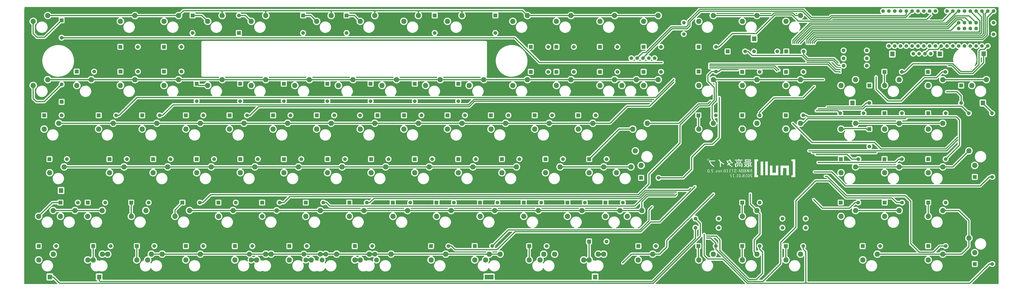
<source format=gbr>
G04 #@! TF.FileFunction,Copper,L2,Bot,Signal*
%FSLAX46Y46*%
G04 Gerber Fmt 4.6, Leading zero omitted, Abs format (unit mm)*
G04 Created by KiCad (PCBNEW 4.0.5+dfsg1-4) date Sat Jan 20 17:01:26 2018*
%MOMM*%
%LPD*%
G01*
G04 APERTURE LIST*
%ADD10C,0.100000*%
%ADD11C,0.010000*%
%ADD12C,1.600000*%
%ADD13R,1.600000X1.600000*%
%ADD14C,2.286000*%
%ADD15C,2.100000*%
%ADD16R,1.651000X1.651000*%
%ADD17C,1.651000*%
%ADD18O,1.905000X2.159000*%
%ADD19R,1.905000X2.159000*%
%ADD20O,2.905000X2.159000*%
%ADD21R,3.905000X2.159000*%
%ADD22C,2.032000*%
%ADD23C,0.500000*%
%ADD24C,0.500000*%
%ADD25C,1.000000*%
%ADD26C,0.300000*%
%ADD27C,0.350000*%
G04 APERTURE END LIST*
D10*
D11*
G36*
X356478667Y-91549333D02*
X315161334Y-91549333D01*
X315161334Y-88437833D01*
X325998667Y-88437833D01*
X325998667Y-88520466D01*
X326016266Y-88612834D01*
X326069174Y-88727810D01*
X326071882Y-88732631D01*
X326195132Y-88990376D01*
X326292293Y-89281277D01*
X326363292Y-89605092D01*
X326391243Y-89797792D01*
X326403427Y-89898333D01*
X326681846Y-89898333D01*
X326668167Y-89766042D01*
X326658597Y-89707833D01*
X327120500Y-89707833D01*
X327120500Y-89898333D01*
X327924834Y-89898333D01*
X327924834Y-89707833D01*
X327649667Y-89707833D01*
X327649667Y-89623167D01*
X328221167Y-89623167D01*
X328221167Y-89898333D01*
X328496334Y-89898333D01*
X328496334Y-89707833D01*
X328750334Y-89707833D01*
X328750334Y-89898333D01*
X329554667Y-89898333D01*
X329554667Y-89707833D01*
X329279500Y-89707833D01*
X329279500Y-89233691D01*
X329814265Y-89233691D01*
X329824227Y-89386730D01*
X329844223Y-89524516D01*
X329861810Y-89597006D01*
X329908979Y-89705098D01*
X329978051Y-89800863D01*
X330059221Y-89871886D01*
X330094023Y-89891106D01*
X330166920Y-89910364D01*
X330260710Y-89916750D01*
X330360284Y-89911210D01*
X330450537Y-89894693D01*
X330516361Y-89868145D01*
X330521968Y-89864280D01*
X330591683Y-89803014D01*
X330644683Y-89731619D01*
X330683266Y-89643458D01*
X330688079Y-89623167D01*
X330951667Y-89623167D01*
X330951667Y-89898333D01*
X331226834Y-89898333D01*
X331226834Y-89623167D01*
X330951667Y-89623167D01*
X330688079Y-89623167D01*
X330709731Y-89531897D01*
X330709990Y-89529686D01*
X331438500Y-89529686D01*
X331455056Y-89658216D01*
X331505602Y-89761841D01*
X331591456Y-89842577D01*
X331671485Y-89885782D01*
X331743358Y-89904998D01*
X331840595Y-89915754D01*
X331947011Y-89917703D01*
X332046420Y-89910494D01*
X332117967Y-89895410D01*
X332230599Y-89838378D01*
X332316207Y-89755257D01*
X332341233Y-89707833D01*
X332581500Y-89707833D01*
X332581500Y-89898333D01*
X333385834Y-89898333D01*
X333385834Y-89707833D01*
X333110667Y-89707833D01*
X333110667Y-89233691D01*
X333645431Y-89233691D01*
X333655393Y-89386730D01*
X333675389Y-89524516D01*
X333692976Y-89597006D01*
X333740146Y-89705098D01*
X333809218Y-89800863D01*
X333890388Y-89871886D01*
X333925190Y-89891106D01*
X333998087Y-89910364D01*
X334091876Y-89916750D01*
X334191451Y-89911210D01*
X334281704Y-89894693D01*
X334347527Y-89868145D01*
X334353135Y-89864280D01*
X334422850Y-89803014D01*
X334475850Y-89731619D01*
X334486259Y-89707833D01*
X334761667Y-89707833D01*
X334761667Y-89898333D01*
X335671834Y-89898333D01*
X335671834Y-89802066D01*
X335662495Y-89730582D01*
X335632635Y-89652673D01*
X335579485Y-89564159D01*
X335500278Y-89460861D01*
X335392246Y-89338598D01*
X335302287Y-89243915D01*
X335206795Y-89144549D01*
X335137322Y-89068765D01*
X335089772Y-89010392D01*
X335060053Y-88963258D01*
X335044070Y-88921190D01*
X335037728Y-88878017D01*
X335036834Y-88843736D01*
X335051559Y-88752876D01*
X335095133Y-88692489D01*
X335166649Y-88663575D01*
X335202216Y-88661045D01*
X335290538Y-88677073D01*
X335351655Y-88725462D01*
X335386089Y-88806670D01*
X335389480Y-88824723D01*
X335402819Y-88908138D01*
X335505834Y-88894472D01*
X335588597Y-88882474D01*
X335636306Y-88869306D01*
X335655891Y-88848372D01*
X335654282Y-88813079D01*
X335641098Y-88765768D01*
X335586758Y-88640998D01*
X335507926Y-88549634D01*
X335402768Y-88490404D01*
X335269449Y-88462036D01*
X335198804Y-88459000D01*
X335074337Y-88467209D01*
X334978190Y-88494740D01*
X334899085Y-88545942D01*
X334852725Y-88592537D01*
X334791332Y-88693467D01*
X334766472Y-88811834D01*
X334779185Y-88942002D01*
X334784486Y-88962516D01*
X334798551Y-89002230D01*
X334820919Y-89043872D01*
X334855803Y-89092714D01*
X334907418Y-89154026D01*
X334979977Y-89233079D01*
X335077694Y-89335143D01*
X335104511Y-89362776D01*
X335194086Y-89455995D01*
X335272553Y-89539711D01*
X335335415Y-89608959D01*
X335378176Y-89658771D01*
X335396341Y-89684179D01*
X335396667Y-89685568D01*
X335375721Y-89695319D01*
X335313602Y-89702331D01*
X335211385Y-89706525D01*
X335079167Y-89707833D01*
X334761667Y-89707833D01*
X334486259Y-89707833D01*
X334514433Y-89643458D01*
X334540897Y-89531897D01*
X334557541Y-89390302D01*
X334565299Y-89251760D01*
X334564485Y-89035289D01*
X334543660Y-88855268D01*
X334502116Y-88710473D01*
X334439146Y-88599677D01*
X334354043Y-88521655D01*
X334246099Y-88475182D01*
X334114608Y-88459033D01*
X334107690Y-88459000D01*
X333976828Y-88473751D01*
X333869852Y-88519247D01*
X333785040Y-88597357D01*
X333720671Y-88709945D01*
X333675027Y-88858879D01*
X333658952Y-88945833D01*
X333646339Y-89081394D01*
X333645431Y-89233691D01*
X333110667Y-89233691D01*
X333110667Y-88693580D01*
X333214282Y-88745623D01*
X333303199Y-88784609D01*
X333360022Y-88796105D01*
X333384842Y-88780124D01*
X333386066Y-88771208D01*
X333389498Y-88733926D01*
X333397642Y-88676359D01*
X333399419Y-88665375D01*
X333404296Y-88610875D01*
X333393633Y-88588051D01*
X333383311Y-88585896D01*
X333351318Y-88576649D01*
X333293604Y-88552312D01*
X333221740Y-88517828D01*
X333209924Y-88511813D01*
X333110241Y-88466309D01*
X333027939Y-88443223D01*
X332961215Y-88437833D01*
X332856667Y-88437833D01*
X332856667Y-89707833D01*
X332581500Y-89707833D01*
X332341233Y-89707833D01*
X332370265Y-89652820D01*
X332388247Y-89537841D01*
X332385133Y-89495532D01*
X332358103Y-89395849D01*
X332302377Y-89314048D01*
X332221308Y-89246430D01*
X332172633Y-89210846D01*
X332142522Y-89185127D01*
X332137864Y-89178667D01*
X332153093Y-89161115D01*
X332191466Y-89131760D01*
X332199232Y-89126470D01*
X332276541Y-89050811D01*
X332328485Y-88950048D01*
X332348611Y-88836952D01*
X332348667Y-88830775D01*
X332330104Y-88709748D01*
X332276484Y-88609615D01*
X332190907Y-88532941D01*
X332076474Y-88482289D01*
X331936285Y-88460224D01*
X331899555Y-88459465D01*
X331764482Y-88475122D01*
X331650915Y-88517568D01*
X331561489Y-88581538D01*
X331498839Y-88661764D01*
X331465599Y-88752981D01*
X331464403Y-88849922D01*
X331497886Y-88947321D01*
X331568683Y-89039911D01*
X331596575Y-89065115D01*
X331689725Y-89142978D01*
X331600203Y-89202276D01*
X331512719Y-89281040D01*
X331459672Y-89380541D01*
X331438958Y-89505043D01*
X331438500Y-89529686D01*
X330709990Y-89529686D01*
X330726375Y-89390302D01*
X330734132Y-89251760D01*
X330733318Y-89035289D01*
X330712493Y-88855268D01*
X330670949Y-88710473D01*
X330607980Y-88599677D01*
X330522876Y-88521655D01*
X330414933Y-88475182D01*
X330283441Y-88459033D01*
X330276523Y-88459000D01*
X330145662Y-88473751D01*
X330038685Y-88519247D01*
X329953873Y-88597357D01*
X329889505Y-88709945D01*
X329843860Y-88858879D01*
X329827786Y-88945833D01*
X329815172Y-89081394D01*
X329814265Y-89233691D01*
X329279500Y-89233691D01*
X329279500Y-88693580D01*
X329383116Y-88745623D01*
X329472032Y-88784609D01*
X329528856Y-88796105D01*
X329553675Y-88780124D01*
X329554900Y-88771208D01*
X329558332Y-88733926D01*
X329566475Y-88676359D01*
X329568253Y-88665375D01*
X329573130Y-88610875D01*
X329562466Y-88588051D01*
X329552145Y-88585896D01*
X329520151Y-88576649D01*
X329462437Y-88552312D01*
X329390573Y-88517828D01*
X329378757Y-88511813D01*
X329279074Y-88466309D01*
X329196772Y-88443223D01*
X329130049Y-88437833D01*
X329025500Y-88437833D01*
X329025500Y-89707833D01*
X328750334Y-89707833D01*
X328496334Y-89707833D01*
X328496334Y-89623167D01*
X328221167Y-89623167D01*
X327649667Y-89623167D01*
X327649667Y-88693580D01*
X327753282Y-88745623D01*
X327842199Y-88784609D01*
X327899022Y-88796105D01*
X327923842Y-88780124D01*
X327925066Y-88771208D01*
X327928498Y-88733926D01*
X327936642Y-88676359D01*
X327938419Y-88665375D01*
X327943296Y-88610875D01*
X327932633Y-88588051D01*
X327922311Y-88585896D01*
X327890318Y-88576649D01*
X327832604Y-88552312D01*
X327760740Y-88517828D01*
X327748924Y-88511813D01*
X327649241Y-88466309D01*
X327566939Y-88443223D01*
X327500215Y-88437833D01*
X327395667Y-88437833D01*
X327395667Y-89707833D01*
X327120500Y-89707833D01*
X326658597Y-89707833D01*
X326633050Y-89552449D01*
X326572651Y-89324200D01*
X326491958Y-89096232D01*
X326395958Y-88883486D01*
X326338476Y-88778438D01*
X326304190Y-88718808D01*
X326280751Y-88675215D01*
X326273834Y-88659152D01*
X326293780Y-88655793D01*
X326348743Y-88652942D01*
X326431404Y-88650823D01*
X326534448Y-88649656D01*
X326591334Y-88649500D01*
X326908834Y-88649500D01*
X326908834Y-88437833D01*
X325998667Y-88437833D01*
X315161334Y-88437833D01*
X315161334Y-87138191D01*
X316098265Y-87138191D01*
X316108227Y-87291230D01*
X316128223Y-87429016D01*
X316145810Y-87501506D01*
X316192979Y-87609598D01*
X316262051Y-87705363D01*
X316343221Y-87776386D01*
X316378023Y-87795606D01*
X316450920Y-87814864D01*
X316544710Y-87821250D01*
X316644284Y-87815710D01*
X316734537Y-87799193D01*
X316800361Y-87772645D01*
X316805968Y-87768780D01*
X316875683Y-87707514D01*
X316928683Y-87636119D01*
X316967266Y-87547958D01*
X316972079Y-87527667D01*
X317235667Y-87527667D01*
X317235667Y-87802833D01*
X317510834Y-87802833D01*
X317510834Y-87612333D01*
X317743667Y-87612333D01*
X317743667Y-87802833D01*
X318653834Y-87802833D01*
X318653834Y-87706566D01*
X318644495Y-87635082D01*
X318614635Y-87557173D01*
X318596918Y-87527667D01*
X319415834Y-87527667D01*
X319415834Y-87802833D01*
X319691000Y-87802833D01*
X319691000Y-87527667D01*
X319415834Y-87527667D01*
X318596918Y-87527667D01*
X318561485Y-87468659D01*
X318482278Y-87365361D01*
X318374246Y-87243098D01*
X318284287Y-87148415D01*
X318188795Y-87049049D01*
X318119322Y-86973265D01*
X318071772Y-86914892D01*
X318042053Y-86867758D01*
X318026070Y-86825690D01*
X318019728Y-86782517D01*
X318018834Y-86748236D01*
X318033559Y-86657376D01*
X318077133Y-86596989D01*
X318148649Y-86568075D01*
X318184216Y-86565545D01*
X318272538Y-86581573D01*
X318333655Y-86629962D01*
X318368089Y-86711170D01*
X318371480Y-86729223D01*
X318384819Y-86812638D01*
X318444369Y-86804738D01*
X319754500Y-86804738D01*
X319760618Y-86827532D01*
X319777542Y-86883834D01*
X319803123Y-86966848D01*
X319835214Y-87069780D01*
X319871669Y-87185835D01*
X319910340Y-87308216D01*
X319949080Y-87430130D01*
X319985741Y-87544780D01*
X320018177Y-87645371D01*
X320044240Y-87725109D01*
X320061783Y-87777197D01*
X320061822Y-87777308D01*
X320081688Y-87792372D01*
X320131555Y-87799267D01*
X320217147Y-87798741D01*
X320223902Y-87798475D01*
X320376417Y-87792250D01*
X320516387Y-87358333D01*
X320807038Y-87358333D01*
X321159186Y-87358333D01*
X321288634Y-87358545D01*
X321381732Y-87359672D01*
X321444461Y-87362452D01*
X321482802Y-87367620D01*
X321502737Y-87375915D01*
X321510249Y-87388073D01*
X321511334Y-87401718D01*
X321501688Y-87452351D01*
X321481751Y-87502309D01*
X321425135Y-87583306D01*
X321353946Y-87628032D01*
X321266116Y-87642053D01*
X321195113Y-87635143D01*
X321139241Y-87606210D01*
X321088173Y-87548093D01*
X321055339Y-87495885D01*
X321038720Y-87474841D01*
X321013962Y-87468193D01*
X320968812Y-87475055D01*
X320922903Y-87486293D01*
X320859228Y-87504779D01*
X320828610Y-87521885D01*
X320822484Y-87543947D01*
X320825729Y-87558163D01*
X320866883Y-87638472D01*
X320934552Y-87715691D01*
X321014713Y-87774543D01*
X321032626Y-87783506D01*
X321125085Y-87810569D01*
X321238805Y-87822721D01*
X321355660Y-87819650D01*
X321457526Y-87801049D01*
X321485266Y-87791240D01*
X321590544Y-87729921D01*
X321672635Y-87640413D01*
X321708822Y-87580583D01*
X321732289Y-87527430D01*
X321746290Y-87467721D01*
X321752940Y-87388656D01*
X321754387Y-87304971D01*
X321752791Y-87205449D01*
X321745837Y-87133980D01*
X321730952Y-87076377D01*
X321705563Y-87018450D01*
X321700677Y-87008831D01*
X321637052Y-86915427D01*
X321557125Y-86840751D01*
X321556468Y-86840287D01*
X321457798Y-86792480D01*
X321449770Y-86790776D01*
X321876888Y-86790776D01*
X321879486Y-86799148D01*
X321887918Y-86841614D01*
X321892200Y-86903269D01*
X321892334Y-86915564D01*
X321897502Y-86973116D01*
X321914970Y-86996819D01*
X321925135Y-86998500D01*
X321990867Y-87015882D01*
X322062058Y-87061892D01*
X322125165Y-87127329D01*
X322135143Y-87141226D01*
X322156610Y-87175130D01*
X322171416Y-87208325D01*
X322180793Y-87249332D01*
X322185972Y-87306672D01*
X322188186Y-87388865D01*
X322188666Y-87504431D01*
X322188667Y-87511413D01*
X322188667Y-87802833D01*
X322442667Y-87802833D01*
X322442667Y-87138191D01*
X323231431Y-87138191D01*
X323241393Y-87291230D01*
X323261389Y-87429016D01*
X323278976Y-87501506D01*
X323326146Y-87609598D01*
X323395218Y-87705363D01*
X323476388Y-87776386D01*
X323511190Y-87795606D01*
X323584087Y-87814864D01*
X323677876Y-87821250D01*
X323777451Y-87815710D01*
X323867704Y-87799193D01*
X323933527Y-87772645D01*
X323939135Y-87768780D01*
X324008850Y-87707514D01*
X324061850Y-87636119D01*
X324072259Y-87612333D01*
X324368834Y-87612333D01*
X324368834Y-87802833D01*
X325173167Y-87802833D01*
X325173167Y-87612333D01*
X325469500Y-87612333D01*
X325469500Y-87802833D01*
X326273834Y-87802833D01*
X326273834Y-87612333D01*
X325998667Y-87612333D01*
X325998667Y-86598080D01*
X326102282Y-86650123D01*
X326191199Y-86689109D01*
X326248022Y-86700605D01*
X326272842Y-86684624D01*
X326274066Y-86675708D01*
X326277498Y-86638426D01*
X326285642Y-86580859D01*
X326287419Y-86569875D01*
X326292296Y-86515375D01*
X326281633Y-86492551D01*
X326271311Y-86490396D01*
X326239318Y-86481149D01*
X326181604Y-86456812D01*
X326109740Y-86422328D01*
X326097924Y-86416313D01*
X325998241Y-86370809D01*
X325915939Y-86347723D01*
X325849215Y-86342333D01*
X325744667Y-86342333D01*
X325744667Y-87612333D01*
X325469500Y-87612333D01*
X325173167Y-87612333D01*
X324898000Y-87612333D01*
X324898000Y-86598080D01*
X325001616Y-86650123D01*
X325090532Y-86689109D01*
X325147356Y-86700605D01*
X325172175Y-86684624D01*
X325173400Y-86675708D01*
X325176832Y-86638426D01*
X325184975Y-86580859D01*
X325186753Y-86569875D01*
X325191630Y-86515375D01*
X325180966Y-86492551D01*
X325170645Y-86490396D01*
X325138651Y-86481149D01*
X325080937Y-86456812D01*
X325009073Y-86422328D01*
X324997257Y-86416313D01*
X324897574Y-86370809D01*
X324815272Y-86347723D01*
X324748549Y-86342333D01*
X324644000Y-86342333D01*
X324644000Y-87612333D01*
X324368834Y-87612333D01*
X324072259Y-87612333D01*
X324100433Y-87547958D01*
X324126897Y-87436397D01*
X324143541Y-87294802D01*
X324151299Y-87156260D01*
X324150485Y-86939789D01*
X324129660Y-86759768D01*
X324088116Y-86614973D01*
X324025146Y-86504177D01*
X323940043Y-86426155D01*
X323832099Y-86379682D01*
X323700608Y-86363533D01*
X323693690Y-86363500D01*
X323562828Y-86378251D01*
X323455852Y-86423747D01*
X323371040Y-86501857D01*
X323306671Y-86614445D01*
X323261027Y-86763379D01*
X323244952Y-86850333D01*
X323232339Y-86985894D01*
X323231431Y-87138191D01*
X322442667Y-87138191D01*
X322442667Y-86786833D01*
X322209834Y-86786833D01*
X322208898Y-86897958D01*
X322207963Y-87009083D01*
X322165598Y-86928809D01*
X322105822Y-86849614D01*
X322027238Y-86792589D01*
X321942648Y-86766487D01*
X321927111Y-86765746D01*
X321885065Y-86771089D01*
X321876888Y-86790776D01*
X321449770Y-86790776D01*
X321339492Y-86767371D01*
X321217298Y-86766155D01*
X321106964Y-86790027D01*
X321075484Y-86803796D01*
X320963074Y-86882099D01*
X320882943Y-86986043D01*
X320833959Y-87117478D01*
X320817734Y-87225085D01*
X320807038Y-87358333D01*
X320516387Y-87358333D01*
X320519801Y-87347750D01*
X320562543Y-87214453D01*
X320601418Y-87091719D01*
X320634316Y-86986326D01*
X320659128Y-86905052D01*
X320673747Y-86854677D01*
X320676192Y-86845042D01*
X320689197Y-86786833D01*
X320419621Y-86786833D01*
X320327083Y-87162542D01*
X320296862Y-87283878D01*
X320269381Y-87391667D01*
X320246481Y-87478887D01*
X320230005Y-87538513D01*
X320222064Y-87563037D01*
X320213195Y-87551382D01*
X320195751Y-87504398D01*
X320171524Y-87427803D01*
X320142308Y-87327312D01*
X320109894Y-87208641D01*
X320104262Y-87187329D01*
X319998941Y-86786833D01*
X319876721Y-86786833D01*
X319811175Y-86789645D01*
X319766816Y-86796928D01*
X319754500Y-86804738D01*
X318444369Y-86804738D01*
X318487834Y-86798972D01*
X318570597Y-86786974D01*
X318618306Y-86773806D01*
X318637891Y-86752872D01*
X318636282Y-86717579D01*
X318623098Y-86670268D01*
X318568758Y-86545498D01*
X318489926Y-86454134D01*
X318384768Y-86394904D01*
X318251449Y-86366536D01*
X318180804Y-86363500D01*
X318056337Y-86371709D01*
X317960190Y-86399240D01*
X317881085Y-86450442D01*
X317834725Y-86497037D01*
X317773332Y-86597967D01*
X317748472Y-86716334D01*
X317761185Y-86846502D01*
X317766486Y-86867016D01*
X317780551Y-86906730D01*
X317802919Y-86948372D01*
X317837803Y-86997214D01*
X317889418Y-87058526D01*
X317961977Y-87137579D01*
X318059694Y-87239643D01*
X318086511Y-87267276D01*
X318176086Y-87360495D01*
X318254553Y-87444211D01*
X318317415Y-87513459D01*
X318360176Y-87563271D01*
X318378341Y-87588679D01*
X318378667Y-87590068D01*
X318357721Y-87599819D01*
X318295602Y-87606831D01*
X318193385Y-87611025D01*
X318061167Y-87612333D01*
X317743667Y-87612333D01*
X317510834Y-87612333D01*
X317510834Y-87527667D01*
X317235667Y-87527667D01*
X316972079Y-87527667D01*
X316993731Y-87436397D01*
X317010375Y-87294802D01*
X317018132Y-87156260D01*
X317017318Y-86939789D01*
X316996493Y-86759768D01*
X316954949Y-86614973D01*
X316891980Y-86504177D01*
X316806876Y-86426155D01*
X316698933Y-86379682D01*
X316567441Y-86363533D01*
X316560523Y-86363500D01*
X316429662Y-86378251D01*
X316322685Y-86423747D01*
X316237873Y-86501857D01*
X316173505Y-86614445D01*
X316127860Y-86763379D01*
X316111786Y-86850333D01*
X316099172Y-86985894D01*
X316098265Y-87138191D01*
X315161334Y-87138191D01*
X315161334Y-86321167D01*
X326485500Y-86321167D01*
X326485500Y-86532833D01*
X326930000Y-86532833D01*
X326930000Y-87802833D01*
X327205167Y-87802833D01*
X327205167Y-87376720D01*
X327759252Y-87376720D01*
X327767418Y-87520190D01*
X327809174Y-87638139D01*
X327883958Y-87730056D01*
X327991205Y-87795433D01*
X328130351Y-87833760D01*
X328276714Y-87844702D01*
X328387752Y-87840013D01*
X328486261Y-87826716D01*
X328541218Y-87812516D01*
X328617728Y-87775323D01*
X328690756Y-87724294D01*
X328704484Y-87711975D01*
X328752493Y-87657679D01*
X328799068Y-87591849D01*
X328836012Y-87527625D01*
X328855126Y-87478147D01*
X328856167Y-87468875D01*
X328837953Y-87454543D01*
X328792137Y-87433816D01*
X328731955Y-87411447D01*
X328670644Y-87392190D01*
X328621439Y-87380797D01*
X328607280Y-87379500D01*
X328587134Y-87397760D01*
X328570701Y-87441709D01*
X328570612Y-87442113D01*
X328546111Y-87495010D01*
X328501334Y-87552029D01*
X328483527Y-87569113D01*
X328432014Y-87608307D01*
X328381553Y-87627531D01*
X328312731Y-87633362D01*
X328293463Y-87633500D01*
X328191944Y-87623979D01*
X328109839Y-87597739D01*
X328056191Y-87558264D01*
X328043815Y-87537302D01*
X328032537Y-87478459D01*
X328033130Y-87407151D01*
X328044343Y-87343369D01*
X328057798Y-87313961D01*
X328115786Y-87265747D01*
X328214697Y-87218683D01*
X328337863Y-87177781D01*
X328491578Y-87125500D01*
X329046667Y-87125500D01*
X329046667Y-87316000D01*
X329618167Y-87316000D01*
X329618167Y-87125500D01*
X329046667Y-87125500D01*
X328491578Y-87125500D01*
X328498041Y-87123302D01*
X328619612Y-87061505D01*
X328706140Y-86988812D01*
X328761185Y-86901647D01*
X328788309Y-86796432D01*
X328792667Y-86720952D01*
X328775246Y-86585005D01*
X328724096Y-86473747D01*
X328640892Y-86388655D01*
X328527304Y-86331203D01*
X328476907Y-86321167D01*
X329914500Y-86321167D01*
X329914500Y-87802833D01*
X330189667Y-87802833D01*
X330190259Y-87183708D01*
X330190852Y-86564583D01*
X330307243Y-87019667D01*
X330344354Y-87164376D01*
X330380938Y-87306328D01*
X330414660Y-87436514D01*
X330443186Y-87545924D01*
X330464180Y-87625552D01*
X330467947Y-87639636D01*
X330512260Y-87804522D01*
X330833242Y-87792250D01*
X330996943Y-87157250D01*
X331160645Y-86522250D01*
X331148006Y-87162542D01*
X331135367Y-87802833D01*
X331396167Y-87802833D01*
X331396167Y-87334393D01*
X331660705Y-87334393D01*
X331661140Y-87445835D01*
X331693230Y-87563354D01*
X331756188Y-87656100D01*
X331854481Y-87730130D01*
X331881526Y-87744625D01*
X331924064Y-87765453D01*
X331962150Y-87780607D01*
X332003404Y-87790990D01*
X332055449Y-87797502D01*
X332125906Y-87801045D01*
X332222399Y-87802521D01*
X332352548Y-87802831D01*
X332373629Y-87802833D01*
X332750834Y-87802833D01*
X332750834Y-87776375D01*
X332954949Y-87776375D01*
X332956420Y-87790432D01*
X332985711Y-87798752D01*
X333048557Y-87802413D01*
X333095561Y-87802833D01*
X333252286Y-87802833D01*
X333461935Y-87453875D01*
X333671584Y-87104918D01*
X333829070Y-87284250D01*
X333829702Y-87543542D01*
X333830334Y-87802833D01*
X334105500Y-87802833D01*
X334105500Y-86321167D01*
X334444167Y-86321167D01*
X334444167Y-87802833D01*
X334608209Y-87802684D01*
X334772250Y-87802535D01*
X334982582Y-87353452D01*
X335047521Y-87214053D01*
X335110976Y-87076479D01*
X335169163Y-86949038D01*
X335218296Y-86840037D01*
X335254591Y-86757785D01*
X335264391Y-86734889D01*
X335296886Y-86658414D01*
X335322637Y-86598892D01*
X335337663Y-86565476D01*
X335339809Y-86561437D01*
X335340586Y-86580699D01*
X335340870Y-86637112D01*
X335340685Y-86725495D01*
X335340054Y-86840669D01*
X335339000Y-86977455D01*
X335337547Y-87130671D01*
X335337025Y-87180148D01*
X335330299Y-87802833D01*
X335587167Y-87802833D01*
X335587167Y-86319634D01*
X335381829Y-86325692D01*
X335176490Y-86331750D01*
X335008392Y-86691583D01*
X334947683Y-86823829D01*
X334886776Y-86960547D01*
X334830671Y-87090234D01*
X334784367Y-87201384D01*
X334760307Y-87262415D01*
X334680320Y-87473413D01*
X334692503Y-86897290D01*
X334704687Y-86321167D01*
X334444167Y-86321167D01*
X334105500Y-86321167D01*
X333831436Y-86321167D01*
X333825593Y-86636095D01*
X333819750Y-86951024D01*
X333559323Y-86636095D01*
X333298896Y-86321167D01*
X332980979Y-86321167D01*
X333237064Y-86615946D01*
X333493148Y-86910726D01*
X333232106Y-87330321D01*
X333157224Y-87450708D01*
X333089341Y-87559886D01*
X333031817Y-87652450D01*
X332988010Y-87722992D01*
X332961280Y-87766106D01*
X332954949Y-87776375D01*
X332750834Y-87776375D01*
X332750834Y-86321167D01*
X332396292Y-86321285D01*
X332271529Y-86322642D01*
X332155783Y-86326316D01*
X332058220Y-86331835D01*
X331988004Y-86338730D01*
X331961797Y-86343606D01*
X331856305Y-86391817D01*
X331777741Y-86465374D01*
X331726947Y-86556528D01*
X331704766Y-86657532D01*
X331712041Y-86760639D01*
X331749615Y-86858101D01*
X331818332Y-86942171D01*
X331891244Y-86991998D01*
X331952405Y-87023807D01*
X331870077Y-87061081D01*
X331766797Y-87128989D01*
X331696061Y-87221833D01*
X331660705Y-87334393D01*
X331396167Y-87334393D01*
X331396167Y-86321167D01*
X330959628Y-86321167D01*
X330838723Y-86823875D01*
X330803444Y-86971540D01*
X330770182Y-87112587D01*
X330740678Y-87239493D01*
X330716672Y-87344732D01*
X330699906Y-87420778D01*
X330694136Y-87448796D01*
X330680672Y-87512686D01*
X330669729Y-87554640D01*
X330664528Y-87565083D01*
X330658203Y-87543758D01*
X330643424Y-87486716D01*
X330621547Y-87399421D01*
X330593931Y-87287337D01*
X330561931Y-87155927D01*
X330529037Y-87019537D01*
X330493066Y-86870037D01*
X330459285Y-86730224D01*
X330429273Y-86606590D01*
X330404609Y-86505625D01*
X330386873Y-86433819D01*
X330378420Y-86400542D01*
X330357368Y-86321167D01*
X329914500Y-86321167D01*
X328476907Y-86321167D01*
X328385005Y-86302866D01*
X328315419Y-86300000D01*
X328182652Y-86307134D01*
X328077465Y-86330835D01*
X327987190Y-86374546D01*
X327951764Y-86398890D01*
X327904397Y-86443500D01*
X327856209Y-86503636D01*
X327814627Y-86567800D01*
X327787083Y-86624496D01*
X327781005Y-86662225D01*
X327781198Y-86662842D01*
X327804903Y-86682339D01*
X327855641Y-86705212D01*
X327918959Y-86726396D01*
X327980409Y-86740820D01*
X328013110Y-86744179D01*
X328044903Y-86724827D01*
X328062291Y-86681572D01*
X328099769Y-86603087D01*
X328168322Y-86545588D01*
X328259448Y-86515036D01*
X328304603Y-86511667D01*
X328404447Y-86527010D01*
X328476951Y-86569648D01*
X328518285Y-86634491D01*
X328524619Y-86716450D01*
X328506660Y-86780130D01*
X328484778Y-86820193D01*
X328451891Y-86853385D01*
X328400983Y-86883602D01*
X328325039Y-86914741D01*
X328217044Y-86950699D01*
X328177479Y-86962967D01*
X328030155Y-87014644D01*
X327920275Y-87070013D01*
X327842962Y-87133896D01*
X327793343Y-87211116D01*
X327766540Y-87306496D01*
X327759252Y-87376720D01*
X327205167Y-87376720D01*
X327205167Y-86532833D01*
X327649667Y-86532833D01*
X327649667Y-86321167D01*
X326485500Y-86321167D01*
X315161334Y-86321167D01*
X315161334Y-82850203D01*
X316702819Y-82850203D01*
X316747119Y-82918810D01*
X316780020Y-82975782D01*
X316819594Y-83052654D01*
X316848831Y-83114417D01*
X317013758Y-83458443D01*
X317181935Y-83766086D01*
X317357393Y-84043287D01*
X317544162Y-84295989D01*
X317746274Y-84530135D01*
X317944651Y-84729937D01*
X318082898Y-84855786D01*
X318224183Y-84975280D01*
X318363649Y-85085019D01*
X318496439Y-85181600D01*
X318617693Y-85261622D01*
X318722555Y-85321684D01*
X318806168Y-85358382D01*
X318856751Y-85368667D01*
X318930312Y-85350239D01*
X319005465Y-85303006D01*
X319071506Y-85256280D01*
X319154122Y-85205726D01*
X319209459Y-85175701D01*
X319271824Y-85143094D01*
X319315718Y-85118199D01*
X319331167Y-85106890D01*
X319313819Y-85094448D01*
X319266261Y-85065332D01*
X319195222Y-85023545D01*
X319107434Y-84973090D01*
X319081802Y-84958541D01*
X318811070Y-84792372D01*
X318568223Y-84614347D01*
X318338825Y-84413495D01*
X318248761Y-84325475D01*
X317994009Y-84045235D01*
X317769724Y-83748338D01*
X317579949Y-83440647D01*
X317437277Y-83148317D01*
X317361584Y-82970551D01*
X318431672Y-82981707D01*
X318672441Y-82984147D01*
X318874365Y-82985962D01*
X319040929Y-82987068D01*
X319175616Y-82987382D01*
X319281912Y-82986821D01*
X319363300Y-82985301D01*
X319423267Y-82982739D01*
X319465295Y-82979052D01*
X319492871Y-82974155D01*
X319509477Y-82967966D01*
X319518600Y-82960401D01*
X319521692Y-82955619D01*
X319531911Y-82918789D01*
X319542565Y-82851379D01*
X319551970Y-82765090D01*
X319555571Y-82720062D01*
X319569517Y-82521750D01*
X318427516Y-82528896D01*
X318174811Y-82530361D01*
X317960937Y-82531285D01*
X317782393Y-82531593D01*
X317635680Y-82531209D01*
X317517296Y-82530058D01*
X317423743Y-82528063D01*
X317351520Y-82525148D01*
X317297126Y-82521239D01*
X317257061Y-82516258D01*
X317227827Y-82510131D01*
X317205921Y-82502782D01*
X317205089Y-82502437D01*
X317144237Y-82480813D01*
X317094307Y-82469375D01*
X317086122Y-82468833D01*
X317050970Y-82483508D01*
X316996556Y-82522352D01*
X316931399Y-82577592D01*
X316864020Y-82641455D01*
X316802940Y-82706168D01*
X316756678Y-82763961D01*
X316747735Y-82777528D01*
X316702819Y-82850203D01*
X315161334Y-82850203D01*
X315161334Y-82214833D01*
X316043497Y-82214833D01*
X316061319Y-82347876D01*
X316115724Y-82460734D01*
X316174089Y-82527437D01*
X316259093Y-82590061D01*
X316356791Y-82625225D01*
X316479524Y-82637262D01*
X316487150Y-82637338D01*
X316568665Y-82634384D01*
X316629105Y-82620157D01*
X316689417Y-82588504D01*
X316718509Y-82569375D01*
X316815809Y-82484977D01*
X316876642Y-82385482D01*
X316883155Y-82357089D01*
X320770500Y-82357089D01*
X320784920Y-82384200D01*
X320824089Y-82433112D01*
X320881876Y-82496672D01*
X320945927Y-82561661D01*
X321030243Y-82646153D01*
X321130166Y-82749269D01*
X321233201Y-82857968D01*
X321326855Y-82959213D01*
X321326927Y-82959292D01*
X321532500Y-83185168D01*
X321532500Y-84273390D01*
X321532767Y-84484115D01*
X321533533Y-84681936D01*
X321534746Y-84862831D01*
X321536355Y-85022780D01*
X321538309Y-85157762D01*
X321540557Y-85263756D01*
X321543046Y-85336741D01*
X321545725Y-85372696D01*
X321546611Y-85375722D01*
X321572253Y-85381349D01*
X321631135Y-85385911D01*
X321714167Y-85388901D01*
X321800611Y-85389833D01*
X321912573Y-85388447D01*
X321987028Y-85383943D01*
X322028723Y-85375801D01*
X322042405Y-85363501D01*
X322042415Y-85363375D01*
X322042742Y-85337084D01*
X322042876Y-85273072D01*
X322042826Y-85175950D01*
X322042602Y-85050331D01*
X322042212Y-84900825D01*
X322041666Y-84732045D01*
X322040972Y-84548602D01*
X322040649Y-84470621D01*
X322039776Y-84256650D01*
X322039264Y-84081327D01*
X322039282Y-83940964D01*
X322040000Y-83831877D01*
X322041588Y-83750378D01*
X322044216Y-83692782D01*
X322048055Y-83655403D01*
X322053273Y-83634554D01*
X322060041Y-83626551D01*
X322068529Y-83627706D01*
X322078907Y-83634334D01*
X322079191Y-83634537D01*
X322113101Y-83660044D01*
X322170996Y-83704822D01*
X322243743Y-83761772D01*
X322297915Y-83804528D01*
X322423436Y-83900249D01*
X322563384Y-84000823D01*
X322707913Y-84099650D01*
X322847178Y-84190128D01*
X322971336Y-84265656D01*
X323052665Y-84310618D01*
X323186414Y-84379640D01*
X323253749Y-84329402D01*
X323305175Y-84292387D01*
X323376916Y-84242420D01*
X323453996Y-84189926D01*
X323458667Y-84186786D01*
X323524189Y-84141524D01*
X323574086Y-84104659D01*
X323599462Y-84082830D01*
X323600886Y-84080662D01*
X323585258Y-84065862D01*
X323539300Y-84035891D01*
X323470203Y-83995180D01*
X323389515Y-83950500D01*
X323206848Y-83845992D01*
X323005722Y-83720482D01*
X322798346Y-83582150D01*
X322596928Y-83439177D01*
X322413678Y-83299743D01*
X322389750Y-83280635D01*
X322226931Y-83144147D01*
X322063831Y-82997096D01*
X321905036Y-82844398D01*
X321893668Y-82832762D01*
X324390000Y-82832762D01*
X324402882Y-82867196D01*
X324436014Y-82919282D01*
X324465952Y-82957903D01*
X324515013Y-83024751D01*
X324569325Y-83111014D01*
X324614999Y-83193958D01*
X324673196Y-83303891D01*
X324746780Y-83434585D01*
X324828619Y-83574074D01*
X324911578Y-83710394D01*
X324988525Y-83831581D01*
X325045554Y-83916138D01*
X325133271Y-84040526D01*
X325010344Y-84148175D01*
X324906659Y-84242660D01*
X324817955Y-84330706D01*
X324748707Y-84407347D01*
X324703392Y-84467617D01*
X324686486Y-84506552D01*
X324686464Y-84507444D01*
X324700992Y-84539621D01*
X324739295Y-84590864D01*
X324793251Y-84652770D01*
X324854736Y-84716931D01*
X324915629Y-84774943D01*
X324967807Y-84818399D01*
X325003146Y-84838895D01*
X325007346Y-84839500D01*
X325035920Y-84824420D01*
X325082880Y-84784228D01*
X325139708Y-84726498D01*
X325160748Y-84703101D01*
X325227834Y-84630119D01*
X325296311Y-84561195D01*
X325353138Y-84509358D01*
X325361321Y-84502691D01*
X325442142Y-84438680D01*
X325625346Y-84617404D01*
X325750775Y-84734610D01*
X325887616Y-84853497D01*
X326031020Y-84970626D01*
X326176141Y-85082559D01*
X326318131Y-85185855D01*
X326452143Y-85277077D01*
X326573330Y-85352784D01*
X326676844Y-85409539D01*
X326757839Y-85443902D01*
X326803068Y-85452959D01*
X326849213Y-85441172D01*
X326911890Y-85410427D01*
X326956677Y-85381791D01*
X327036186Y-85330974D01*
X327123996Y-85283041D01*
X327162985Y-85264786D01*
X327221359Y-85238051D01*
X327259741Y-85217360D01*
X327268667Y-85209633D01*
X327251265Y-85196036D01*
X327205529Y-85169480D01*
X327141166Y-85135584D01*
X327137759Y-85133861D01*
X326884614Y-84992732D01*
X326622500Y-84821914D01*
X326362231Y-84629145D01*
X326114618Y-84422165D01*
X326011759Y-84327920D01*
X325802601Y-84130417D01*
X325969426Y-84011197D01*
X326059540Y-83948923D01*
X326153862Y-83887173D01*
X326236044Y-83836557D01*
X326257959Y-83823968D01*
X326319842Y-83787702D01*
X326363663Y-83758802D01*
X326379667Y-83743902D01*
X326365999Y-83724020D01*
X326330190Y-83682455D01*
X326280033Y-83627457D01*
X326223320Y-83567278D01*
X326167844Y-83510170D01*
X326121398Y-83464384D01*
X326091774Y-83438170D01*
X326089335Y-83436482D01*
X326055578Y-83434562D01*
X325995172Y-83456214D01*
X325906363Y-83502300D01*
X325787397Y-83573686D01*
X325706897Y-83625070D01*
X325630233Y-83673513D01*
X325566016Y-83711692D01*
X325522950Y-83734559D01*
X325510715Y-83738833D01*
X325489080Y-83721721D01*
X325452006Y-83674765D01*
X325403402Y-83604538D01*
X325347176Y-83517613D01*
X325287240Y-83420563D01*
X325227500Y-83319960D01*
X325171868Y-83222376D01*
X325124251Y-83134385D01*
X325088560Y-83062558D01*
X325068704Y-83013469D01*
X325067742Y-82994063D01*
X325090951Y-82992396D01*
X325150291Y-82991421D01*
X325239564Y-82991146D01*
X325352574Y-82991578D01*
X325483122Y-82992724D01*
X325546506Y-82993483D01*
X326015096Y-82999549D01*
X326194667Y-83215733D01*
X326280924Y-83315791D01*
X326377880Y-83421950D01*
X326480450Y-83529277D01*
X326583551Y-83632837D01*
X326682098Y-83727697D01*
X326771007Y-83808925D01*
X326845194Y-83871586D01*
X326899573Y-83910746D01*
X326921717Y-83921218D01*
X326994923Y-83918542D01*
X327033582Y-83899805D01*
X327081082Y-83871748D01*
X327150760Y-83833600D01*
X327181877Y-83817375D01*
X328168838Y-83817375D01*
X328169428Y-84545396D01*
X328169773Y-84743052D01*
X328170595Y-84902903D01*
X328172104Y-85029475D01*
X328174514Y-85127295D01*
X328178034Y-85200890D01*
X328182877Y-85254786D01*
X328189253Y-85293512D01*
X328197373Y-85321592D01*
X328206616Y-85342009D01*
X328242254Y-85398749D01*
X328283803Y-85438482D01*
X328339184Y-85464078D01*
X328416318Y-85478410D01*
X328523125Y-85484351D01*
X328601186Y-85485083D01*
X328845584Y-85485083D01*
X328878985Y-85347500D01*
X328900213Y-85268598D01*
X328908884Y-85241667D01*
X329004334Y-85241667D01*
X329406500Y-85241667D01*
X329406500Y-85114667D01*
X330189667Y-85114667D01*
X330189667Y-85186986D01*
X330196668Y-85238689D01*
X330213760Y-85268738D01*
X330216125Y-85269982D01*
X330256616Y-85277640D01*
X330321579Y-85281537D01*
X330397747Y-85281907D01*
X330471855Y-85278985D01*
X330530635Y-85273003D01*
X330560820Y-85264197D01*
X330561142Y-85263896D01*
X330567392Y-85236838D01*
X330572403Y-85172891D01*
X330575982Y-85077487D01*
X330577935Y-84956058D01*
X330578069Y-84814035D01*
X330577933Y-84792937D01*
X330574615Y-84342083D01*
X329789474Y-84336534D01*
X329004334Y-84330985D01*
X329004334Y-85241667D01*
X328908884Y-85241667D01*
X328922160Y-85200435D01*
X328937938Y-85162292D01*
X328951255Y-85136498D01*
X328952129Y-85121261D01*
X328933278Y-85114115D01*
X328887421Y-85112600D01*
X328807274Y-85114250D01*
X328796650Y-85114505D01*
X328716895Y-85112282D01*
X328656563Y-85102759D01*
X328632609Y-85092414D01*
X328622186Y-85076519D01*
X328614335Y-85045070D01*
X328608735Y-84992997D01*
X328605061Y-84915232D01*
X328602991Y-84806704D01*
X328602202Y-84662345D01*
X328602167Y-84614658D01*
X328602167Y-84162167D01*
X330979651Y-84162167D01*
X330966276Y-84850083D01*
X330952901Y-85538000D01*
X331396167Y-85538000D01*
X331396167Y-83812917D01*
X329782503Y-83815146D01*
X328168838Y-83817375D01*
X327181877Y-83817375D01*
X327221042Y-83796954D01*
X327286471Y-83761961D01*
X327333767Y-83733319D01*
X327353259Y-83716917D01*
X327353334Y-83716431D01*
X327338153Y-83698094D01*
X327297160Y-83659094D01*
X327237177Y-83605732D01*
X327186045Y-83561943D01*
X327010490Y-83404132D01*
X326922976Y-83316323D01*
X328738901Y-83316323D01*
X328739091Y-83429138D01*
X328739671Y-83520307D01*
X328740596Y-83583191D01*
X328741821Y-83611153D01*
X328741981Y-83611833D01*
X328763344Y-83613918D01*
X328822963Y-83615842D01*
X328916761Y-83617567D01*
X329040660Y-83619054D01*
X329190584Y-83620263D01*
X329362454Y-83621155D01*
X329552194Y-83621691D01*
X329755726Y-83621832D01*
X329780187Y-83621821D01*
X330814084Y-83621225D01*
X330817325Y-83379000D01*
X331967667Y-83379000D01*
X331967667Y-83717667D01*
X333854091Y-83717667D01*
X333847504Y-84425015D01*
X333845492Y-84594087D01*
X333842803Y-84749579D01*
X333839588Y-84886447D01*
X333836002Y-84999648D01*
X333832195Y-85084138D01*
X333828320Y-85134872D01*
X333825648Y-85147604D01*
X333797460Y-85148993D01*
X333740624Y-85133579D01*
X333663447Y-85105210D01*
X333574234Y-85067735D01*
X333481293Y-85025003D01*
X333392928Y-84980862D01*
X333317446Y-84939162D01*
X333263155Y-84903750D01*
X333238358Y-84878475D01*
X333237667Y-84875159D01*
X333249939Y-84849759D01*
X333281428Y-84803933D01*
X333308336Y-84768979D01*
X333371382Y-84682827D01*
X333439325Y-84578143D01*
X333502884Y-84470211D01*
X333552781Y-84374311D01*
X333566117Y-84344469D01*
X333592400Y-84293765D01*
X333624288Y-84272217D01*
X333671868Y-84268000D01*
X333745667Y-84268000D01*
X333745667Y-83929333D01*
X333177121Y-83929333D01*
X333020472Y-83928834D01*
X332872794Y-83927429D01*
X332740888Y-83925255D01*
X332631557Y-83922450D01*
X332551601Y-83919151D01*
X332510242Y-83915855D01*
X332457470Y-83910234D01*
X332419435Y-83914847D01*
X332383432Y-83935437D01*
X332336755Y-83977748D01*
X332306204Y-84008081D01*
X332241978Y-84077546D01*
X332209357Y-84129292D01*
X332205950Y-84170828D01*
X332229367Y-84209662D01*
X332238851Y-84219550D01*
X332264817Y-84253303D01*
X332304796Y-84314702D01*
X332352720Y-84394125D01*
X332389539Y-84458500D01*
X332444180Y-84552495D01*
X332500282Y-84642657D01*
X332549706Y-84716182D01*
X332573438Y-84747812D01*
X332613693Y-84801675D01*
X332639652Y-84844537D01*
X332645000Y-84860314D01*
X332626191Y-84882055D01*
X332574967Y-84913494D01*
X332499132Y-84951119D01*
X332406489Y-84991417D01*
X332304843Y-85030873D01*
X332201996Y-85065976D01*
X332159937Y-85078686D01*
X332081015Y-85102311D01*
X332019901Y-85122196D01*
X331986256Y-85135133D01*
X331982689Y-85137548D01*
X331988775Y-85163041D01*
X332011992Y-85213733D01*
X332046598Y-85279596D01*
X332086852Y-85350598D01*
X332127013Y-85416712D01*
X332161342Y-85467907D01*
X332184096Y-85494153D01*
X332187675Y-85495667D01*
X332240815Y-85485898D01*
X332321764Y-85459309D01*
X332421512Y-85419969D01*
X332531049Y-85371951D01*
X332641365Y-85319327D01*
X332743452Y-85266169D01*
X332828299Y-85216547D01*
X332872537Y-85186153D01*
X332942102Y-85133093D01*
X333084593Y-85227283D01*
X333175263Y-85283994D01*
X333275553Y-85341498D01*
X333377000Y-85395524D01*
X333471137Y-85441798D01*
X333549500Y-85476048D01*
X333603623Y-85494003D01*
X333616375Y-85495667D01*
X333649575Y-85479453D01*
X333691703Y-85428825D01*
X333738553Y-85352792D01*
X333819750Y-85209917D01*
X333832046Y-85559167D01*
X334232500Y-85559167D01*
X334232500Y-85347500D01*
X334234197Y-85258651D01*
X334238771Y-85188166D01*
X334245450Y-85145005D01*
X334250756Y-85135833D01*
X334277532Y-85139823D01*
X334337015Y-85150691D01*
X334420451Y-85166785D01*
X334519082Y-85186452D01*
X334520631Y-85186765D01*
X334646449Y-85211210D01*
X334794211Y-85238349D01*
X334943999Y-85264594D01*
X335056433Y-85283263D01*
X335164131Y-85301525D01*
X335258900Y-85319441D01*
X335331747Y-85335178D01*
X335373678Y-85346904D01*
X335377833Y-85348748D01*
X335433080Y-85370668D01*
X335473897Y-85364602D01*
X335506116Y-85326214D01*
X335535570Y-85251171D01*
X335543298Y-85225792D01*
X335573110Y-85122121D01*
X335589394Y-85052145D01*
X335590760Y-85009001D01*
X335575820Y-84985830D01*
X335543184Y-84975770D01*
X335491917Y-84971982D01*
X335403022Y-84966215D01*
X335306215Y-84957830D01*
X335274959Y-84954583D01*
X335163834Y-84942287D01*
X335163834Y-83717667D01*
X335587167Y-83717667D01*
X335587167Y-83379000D01*
X331967667Y-83379000D01*
X330817325Y-83379000D01*
X330819449Y-83220250D01*
X332453849Y-83220250D01*
X335110917Y-83217686D01*
X335110917Y-82059775D01*
X333788000Y-82059767D01*
X332465084Y-82059759D01*
X332459466Y-82640004D01*
X332453849Y-83220250D01*
X330819449Y-83220250D01*
X330819814Y-83192996D01*
X330825545Y-82764767D01*
X329783080Y-82770258D01*
X328740616Y-82775750D01*
X328739144Y-83188500D01*
X328738901Y-83316323D01*
X326922976Y-83316323D01*
X326836958Y-83230016D01*
X326669849Y-83045277D01*
X326513561Y-82855598D01*
X326372496Y-82666661D01*
X326251054Y-82484150D01*
X326215070Y-82421208D01*
X328030666Y-82421208D01*
X328030666Y-82606417D01*
X331533750Y-82601455D01*
X331539866Y-82418727D01*
X331545982Y-82236000D01*
X330014867Y-82236000D01*
X330029638Y-82066667D01*
X330031484Y-82045500D01*
X336560834Y-82045500D01*
X336560834Y-89940667D01*
X338318492Y-89940667D01*
X338307084Y-89019917D01*
X338026625Y-89014010D01*
X337746167Y-89008104D01*
X337746167Y-85989226D01*
X339333667Y-85989226D01*
X339333763Y-86345545D01*
X339334044Y-86690271D01*
X339334498Y-87021028D01*
X339335116Y-87335445D01*
X339335886Y-87631147D01*
X339336797Y-87905762D01*
X339337838Y-88156916D01*
X339338999Y-88382237D01*
X339340268Y-88579351D01*
X339341634Y-88745884D01*
X339343087Y-88879465D01*
X339344616Y-88977718D01*
X339346210Y-89038272D01*
X339347778Y-89058722D01*
X339371856Y-89062429D01*
X339432666Y-89065772D01*
X339524610Y-89068617D01*
X339642086Y-89070831D01*
X339779495Y-89072280D01*
X339931237Y-89072832D01*
X339940041Y-89072833D01*
X340518194Y-89072833D01*
X340529686Y-89025208D01*
X340530996Y-88998770D01*
X340532184Y-88932423D01*
X340533245Y-88828591D01*
X340534176Y-88689698D01*
X340534970Y-88518168D01*
X340535624Y-88316426D01*
X340536134Y-88086896D01*
X340536494Y-87832001D01*
X340536701Y-87554166D01*
X340536750Y-87255815D01*
X340536636Y-86939372D01*
X340536355Y-86607261D01*
X340535902Y-86261906D01*
X340535430Y-85989226D01*
X341365667Y-85989226D01*
X341365763Y-86345545D01*
X341366044Y-86690271D01*
X341366498Y-87021028D01*
X341367116Y-87335445D01*
X341367886Y-87631147D01*
X341368797Y-87905762D01*
X341369838Y-88156916D01*
X341370999Y-88382237D01*
X341372268Y-88579351D01*
X341373634Y-88745884D01*
X341375087Y-88879465D01*
X341376616Y-88977718D01*
X341378210Y-89038272D01*
X341379778Y-89058722D01*
X341403856Y-89062429D01*
X341464666Y-89065772D01*
X341556610Y-89068617D01*
X341674086Y-89070831D01*
X341811495Y-89072280D01*
X341963237Y-89072832D01*
X341972041Y-89072833D01*
X342550194Y-89072833D01*
X342561686Y-89025208D01*
X342562996Y-88998770D01*
X342564184Y-88932423D01*
X342565245Y-88828591D01*
X342566176Y-88689698D01*
X342566970Y-88518168D01*
X342567624Y-88316426D01*
X342568134Y-88086896D01*
X342568494Y-87832001D01*
X342568701Y-87554166D01*
X342568750Y-87255815D01*
X342568636Y-86939372D01*
X342568355Y-86607261D01*
X342567902Y-86261906D01*
X342567381Y-85961333D01*
X342565022Y-84733667D01*
X343397667Y-84733667D01*
X343397667Y-86889139D01*
X343397804Y-87187648D01*
X343398202Y-87474182D01*
X343398842Y-87745910D01*
X343399707Y-87999997D01*
X343400777Y-88233611D01*
X343402035Y-88443919D01*
X343403460Y-88628088D01*
X343405036Y-88783284D01*
X343406742Y-88906676D01*
X343408561Y-88995430D01*
X343410475Y-89046713D01*
X343411893Y-89058837D01*
X343434710Y-89060897D01*
X343496801Y-89062747D01*
X343595106Y-89064372D01*
X343726567Y-89065757D01*
X343888125Y-89066889D01*
X344076719Y-89067753D01*
X344289292Y-89068334D01*
X344522783Y-89068617D01*
X344774135Y-89068590D01*
X345040287Y-89068236D01*
X345279851Y-89067656D01*
X347133584Y-89062250D01*
X347138975Y-86897958D01*
X347144366Y-84733667D01*
X347990834Y-84733667D01*
X347990834Y-86889139D01*
X347990972Y-87187653D01*
X347991377Y-87474197D01*
X347992027Y-87745937D01*
X347992905Y-88000039D01*
X347993992Y-88233671D01*
X347995268Y-88443999D01*
X347996716Y-88628190D01*
X347998316Y-88783410D01*
X348000048Y-88906826D01*
X348001895Y-88995605D01*
X348003838Y-89046913D01*
X348005278Y-89059055D01*
X348029457Y-89062666D01*
X348090334Y-89065537D01*
X348182278Y-89067582D01*
X348299660Y-89068716D01*
X348436848Y-89068857D01*
X348588212Y-89067918D01*
X348592653Y-89067875D01*
X349165584Y-89062250D01*
X349176438Y-85919000D01*
X350551729Y-85919000D01*
X350557156Y-87490625D01*
X350562584Y-89062250D01*
X351726750Y-89062250D01*
X351732142Y-86897958D01*
X351737533Y-84733667D01*
X347990834Y-84733667D01*
X347144366Y-84733667D01*
X345958834Y-84733667D01*
X345958834Y-87866333D01*
X344583000Y-87866333D01*
X344583000Y-84733667D01*
X343397667Y-84733667D01*
X342565022Y-84733667D01*
X342561584Y-82945083D01*
X341963625Y-82939462D01*
X341365667Y-82933841D01*
X341365667Y-85989226D01*
X340535430Y-85989226D01*
X340535381Y-85961333D01*
X340529584Y-82945083D01*
X339931625Y-82939462D01*
X339333667Y-82933841D01*
X339333667Y-85989226D01*
X337746167Y-85989226D01*
X337746167Y-82976833D01*
X338317667Y-82976833D01*
X338317667Y-82045500D01*
X352752508Y-82045500D01*
X352758212Y-82505875D01*
X352763917Y-82966250D01*
X353044375Y-82972156D01*
X353324834Y-82978062D01*
X353324834Y-89008104D01*
X353044375Y-89014010D01*
X352763917Y-89019917D01*
X352758212Y-89480292D01*
X352752508Y-89940667D01*
X354510167Y-89940667D01*
X354510167Y-82045500D01*
X352752508Y-82045500D01*
X338317667Y-82045500D01*
X336560834Y-82045500D01*
X330031484Y-82045500D01*
X330044409Y-81897333D01*
X329847163Y-81897622D01*
X329754140Y-81899155D01*
X329672423Y-81903010D01*
X329614694Y-81908487D01*
X329600019Y-81911268D01*
X329567691Y-81925167D01*
X329557984Y-81952080D01*
X329564110Y-82000938D01*
X329577543Y-82077904D01*
X329590278Y-82156245D01*
X329590336Y-82156625D01*
X329602574Y-82236000D01*
X328030667Y-82236000D01*
X328030666Y-82421208D01*
X326215070Y-82421208D01*
X326153634Y-82313747D01*
X326084636Y-82161136D01*
X326070700Y-82121413D01*
X326047888Y-82057167D01*
X326027381Y-82009586D01*
X326018434Y-81994844D01*
X325990363Y-81992135D01*
X325933748Y-82004919D01*
X325857773Y-82029482D01*
X325771618Y-82062112D01*
X325684467Y-82099095D01*
X325605502Y-82136717D01*
X325543905Y-82171265D01*
X325508859Y-82199024D01*
X325506866Y-82201734D01*
X325495106Y-82224551D01*
X325496606Y-82247561D01*
X325515698Y-82280024D01*
X325556712Y-82331202D01*
X325580625Y-82359456D01*
X325634538Y-82425907D01*
X325682137Y-82489833D01*
X325707498Y-82528276D01*
X325744412Y-82591350D01*
X325474664Y-82582582D01*
X325307194Y-82576885D01*
X325176530Y-82571633D01*
X325077153Y-82566278D01*
X325003549Y-82560274D01*
X324950200Y-82553074D01*
X324911590Y-82544132D01*
X324882202Y-82532901D01*
X324861501Y-82521829D01*
X324784808Y-82494954D01*
X324739618Y-82498600D01*
X324699178Y-82519536D01*
X324641857Y-82562414D01*
X324575888Y-82619365D01*
X324509502Y-82682520D01*
X324450932Y-82744012D01*
X324408411Y-82795970D01*
X324390172Y-82830527D01*
X324390000Y-82832762D01*
X321893668Y-82832762D01*
X321755134Y-82690966D01*
X321618712Y-82541712D01*
X321500358Y-82401550D01*
X321404659Y-82275393D01*
X321336202Y-82168154D01*
X321317957Y-82132686D01*
X321287454Y-82074027D01*
X321261443Y-82034932D01*
X321249519Y-82025201D01*
X321213076Y-82035998D01*
X321153626Y-82066705D01*
X321079350Y-82111655D01*
X320998429Y-82165179D01*
X320919044Y-82221609D01*
X320849375Y-82275278D01*
X320797603Y-82320518D01*
X320771908Y-82351660D01*
X320770500Y-82357089D01*
X316883155Y-82357089D01*
X316904494Y-82264067D01*
X316907197Y-82200231D01*
X316903413Y-82117785D01*
X316888843Y-82057646D01*
X316857767Y-82000090D01*
X316842816Y-81978161D01*
X316751213Y-81878273D01*
X316642706Y-81816835D01*
X316514596Y-81792419D01*
X316490920Y-81791848D01*
X316377895Y-81799064D01*
X316290177Y-81825046D01*
X316212915Y-81875161D01*
X316180819Y-81903923D01*
X316102039Y-81995178D01*
X316058320Y-82090074D01*
X316043606Y-82202322D01*
X316043497Y-82214833D01*
X315161334Y-82214833D01*
X315161334Y-81050667D01*
X356478667Y-81050667D01*
X356478667Y-91549333D01*
X356478667Y-91549333D01*
G37*
X356478667Y-91549333D02*
X315161334Y-91549333D01*
X315161334Y-88437833D01*
X325998667Y-88437833D01*
X325998667Y-88520466D01*
X326016266Y-88612834D01*
X326069174Y-88727810D01*
X326071882Y-88732631D01*
X326195132Y-88990376D01*
X326292293Y-89281277D01*
X326363292Y-89605092D01*
X326391243Y-89797792D01*
X326403427Y-89898333D01*
X326681846Y-89898333D01*
X326668167Y-89766042D01*
X326658597Y-89707833D01*
X327120500Y-89707833D01*
X327120500Y-89898333D01*
X327924834Y-89898333D01*
X327924834Y-89707833D01*
X327649667Y-89707833D01*
X327649667Y-89623167D01*
X328221167Y-89623167D01*
X328221167Y-89898333D01*
X328496334Y-89898333D01*
X328496334Y-89707833D01*
X328750334Y-89707833D01*
X328750334Y-89898333D01*
X329554667Y-89898333D01*
X329554667Y-89707833D01*
X329279500Y-89707833D01*
X329279500Y-89233691D01*
X329814265Y-89233691D01*
X329824227Y-89386730D01*
X329844223Y-89524516D01*
X329861810Y-89597006D01*
X329908979Y-89705098D01*
X329978051Y-89800863D01*
X330059221Y-89871886D01*
X330094023Y-89891106D01*
X330166920Y-89910364D01*
X330260710Y-89916750D01*
X330360284Y-89911210D01*
X330450537Y-89894693D01*
X330516361Y-89868145D01*
X330521968Y-89864280D01*
X330591683Y-89803014D01*
X330644683Y-89731619D01*
X330683266Y-89643458D01*
X330688079Y-89623167D01*
X330951667Y-89623167D01*
X330951667Y-89898333D01*
X331226834Y-89898333D01*
X331226834Y-89623167D01*
X330951667Y-89623167D01*
X330688079Y-89623167D01*
X330709731Y-89531897D01*
X330709990Y-89529686D01*
X331438500Y-89529686D01*
X331455056Y-89658216D01*
X331505602Y-89761841D01*
X331591456Y-89842577D01*
X331671485Y-89885782D01*
X331743358Y-89904998D01*
X331840595Y-89915754D01*
X331947011Y-89917703D01*
X332046420Y-89910494D01*
X332117967Y-89895410D01*
X332230599Y-89838378D01*
X332316207Y-89755257D01*
X332341233Y-89707833D01*
X332581500Y-89707833D01*
X332581500Y-89898333D01*
X333385834Y-89898333D01*
X333385834Y-89707833D01*
X333110667Y-89707833D01*
X333110667Y-89233691D01*
X333645431Y-89233691D01*
X333655393Y-89386730D01*
X333675389Y-89524516D01*
X333692976Y-89597006D01*
X333740146Y-89705098D01*
X333809218Y-89800863D01*
X333890388Y-89871886D01*
X333925190Y-89891106D01*
X333998087Y-89910364D01*
X334091876Y-89916750D01*
X334191451Y-89911210D01*
X334281704Y-89894693D01*
X334347527Y-89868145D01*
X334353135Y-89864280D01*
X334422850Y-89803014D01*
X334475850Y-89731619D01*
X334486259Y-89707833D01*
X334761667Y-89707833D01*
X334761667Y-89898333D01*
X335671834Y-89898333D01*
X335671834Y-89802066D01*
X335662495Y-89730582D01*
X335632635Y-89652673D01*
X335579485Y-89564159D01*
X335500278Y-89460861D01*
X335392246Y-89338598D01*
X335302287Y-89243915D01*
X335206795Y-89144549D01*
X335137322Y-89068765D01*
X335089772Y-89010392D01*
X335060053Y-88963258D01*
X335044070Y-88921190D01*
X335037728Y-88878017D01*
X335036834Y-88843736D01*
X335051559Y-88752876D01*
X335095133Y-88692489D01*
X335166649Y-88663575D01*
X335202216Y-88661045D01*
X335290538Y-88677073D01*
X335351655Y-88725462D01*
X335386089Y-88806670D01*
X335389480Y-88824723D01*
X335402819Y-88908138D01*
X335505834Y-88894472D01*
X335588597Y-88882474D01*
X335636306Y-88869306D01*
X335655891Y-88848372D01*
X335654282Y-88813079D01*
X335641098Y-88765768D01*
X335586758Y-88640998D01*
X335507926Y-88549634D01*
X335402768Y-88490404D01*
X335269449Y-88462036D01*
X335198804Y-88459000D01*
X335074337Y-88467209D01*
X334978190Y-88494740D01*
X334899085Y-88545942D01*
X334852725Y-88592537D01*
X334791332Y-88693467D01*
X334766472Y-88811834D01*
X334779185Y-88942002D01*
X334784486Y-88962516D01*
X334798551Y-89002230D01*
X334820919Y-89043872D01*
X334855803Y-89092714D01*
X334907418Y-89154026D01*
X334979977Y-89233079D01*
X335077694Y-89335143D01*
X335104511Y-89362776D01*
X335194086Y-89455995D01*
X335272553Y-89539711D01*
X335335415Y-89608959D01*
X335378176Y-89658771D01*
X335396341Y-89684179D01*
X335396667Y-89685568D01*
X335375721Y-89695319D01*
X335313602Y-89702331D01*
X335211385Y-89706525D01*
X335079167Y-89707833D01*
X334761667Y-89707833D01*
X334486259Y-89707833D01*
X334514433Y-89643458D01*
X334540897Y-89531897D01*
X334557541Y-89390302D01*
X334565299Y-89251760D01*
X334564485Y-89035289D01*
X334543660Y-88855268D01*
X334502116Y-88710473D01*
X334439146Y-88599677D01*
X334354043Y-88521655D01*
X334246099Y-88475182D01*
X334114608Y-88459033D01*
X334107690Y-88459000D01*
X333976828Y-88473751D01*
X333869852Y-88519247D01*
X333785040Y-88597357D01*
X333720671Y-88709945D01*
X333675027Y-88858879D01*
X333658952Y-88945833D01*
X333646339Y-89081394D01*
X333645431Y-89233691D01*
X333110667Y-89233691D01*
X333110667Y-88693580D01*
X333214282Y-88745623D01*
X333303199Y-88784609D01*
X333360022Y-88796105D01*
X333384842Y-88780124D01*
X333386066Y-88771208D01*
X333389498Y-88733926D01*
X333397642Y-88676359D01*
X333399419Y-88665375D01*
X333404296Y-88610875D01*
X333393633Y-88588051D01*
X333383311Y-88585896D01*
X333351318Y-88576649D01*
X333293604Y-88552312D01*
X333221740Y-88517828D01*
X333209924Y-88511813D01*
X333110241Y-88466309D01*
X333027939Y-88443223D01*
X332961215Y-88437833D01*
X332856667Y-88437833D01*
X332856667Y-89707833D01*
X332581500Y-89707833D01*
X332341233Y-89707833D01*
X332370265Y-89652820D01*
X332388247Y-89537841D01*
X332385133Y-89495532D01*
X332358103Y-89395849D01*
X332302377Y-89314048D01*
X332221308Y-89246430D01*
X332172633Y-89210846D01*
X332142522Y-89185127D01*
X332137864Y-89178667D01*
X332153093Y-89161115D01*
X332191466Y-89131760D01*
X332199232Y-89126470D01*
X332276541Y-89050811D01*
X332328485Y-88950048D01*
X332348611Y-88836952D01*
X332348667Y-88830775D01*
X332330104Y-88709748D01*
X332276484Y-88609615D01*
X332190907Y-88532941D01*
X332076474Y-88482289D01*
X331936285Y-88460224D01*
X331899555Y-88459465D01*
X331764482Y-88475122D01*
X331650915Y-88517568D01*
X331561489Y-88581538D01*
X331498839Y-88661764D01*
X331465599Y-88752981D01*
X331464403Y-88849922D01*
X331497886Y-88947321D01*
X331568683Y-89039911D01*
X331596575Y-89065115D01*
X331689725Y-89142978D01*
X331600203Y-89202276D01*
X331512719Y-89281040D01*
X331459672Y-89380541D01*
X331438958Y-89505043D01*
X331438500Y-89529686D01*
X330709990Y-89529686D01*
X330726375Y-89390302D01*
X330734132Y-89251760D01*
X330733318Y-89035289D01*
X330712493Y-88855268D01*
X330670949Y-88710473D01*
X330607980Y-88599677D01*
X330522876Y-88521655D01*
X330414933Y-88475182D01*
X330283441Y-88459033D01*
X330276523Y-88459000D01*
X330145662Y-88473751D01*
X330038685Y-88519247D01*
X329953873Y-88597357D01*
X329889505Y-88709945D01*
X329843860Y-88858879D01*
X329827786Y-88945833D01*
X329815172Y-89081394D01*
X329814265Y-89233691D01*
X329279500Y-89233691D01*
X329279500Y-88693580D01*
X329383116Y-88745623D01*
X329472032Y-88784609D01*
X329528856Y-88796105D01*
X329553675Y-88780124D01*
X329554900Y-88771208D01*
X329558332Y-88733926D01*
X329566475Y-88676359D01*
X329568253Y-88665375D01*
X329573130Y-88610875D01*
X329562466Y-88588051D01*
X329552145Y-88585896D01*
X329520151Y-88576649D01*
X329462437Y-88552312D01*
X329390573Y-88517828D01*
X329378757Y-88511813D01*
X329279074Y-88466309D01*
X329196772Y-88443223D01*
X329130049Y-88437833D01*
X329025500Y-88437833D01*
X329025500Y-89707833D01*
X328750334Y-89707833D01*
X328496334Y-89707833D01*
X328496334Y-89623167D01*
X328221167Y-89623167D01*
X327649667Y-89623167D01*
X327649667Y-88693580D01*
X327753282Y-88745623D01*
X327842199Y-88784609D01*
X327899022Y-88796105D01*
X327923842Y-88780124D01*
X327925066Y-88771208D01*
X327928498Y-88733926D01*
X327936642Y-88676359D01*
X327938419Y-88665375D01*
X327943296Y-88610875D01*
X327932633Y-88588051D01*
X327922311Y-88585896D01*
X327890318Y-88576649D01*
X327832604Y-88552312D01*
X327760740Y-88517828D01*
X327748924Y-88511813D01*
X327649241Y-88466309D01*
X327566939Y-88443223D01*
X327500215Y-88437833D01*
X327395667Y-88437833D01*
X327395667Y-89707833D01*
X327120500Y-89707833D01*
X326658597Y-89707833D01*
X326633050Y-89552449D01*
X326572651Y-89324200D01*
X326491958Y-89096232D01*
X326395958Y-88883486D01*
X326338476Y-88778438D01*
X326304190Y-88718808D01*
X326280751Y-88675215D01*
X326273834Y-88659152D01*
X326293780Y-88655793D01*
X326348743Y-88652942D01*
X326431404Y-88650823D01*
X326534448Y-88649656D01*
X326591334Y-88649500D01*
X326908834Y-88649500D01*
X326908834Y-88437833D01*
X325998667Y-88437833D01*
X315161334Y-88437833D01*
X315161334Y-87138191D01*
X316098265Y-87138191D01*
X316108227Y-87291230D01*
X316128223Y-87429016D01*
X316145810Y-87501506D01*
X316192979Y-87609598D01*
X316262051Y-87705363D01*
X316343221Y-87776386D01*
X316378023Y-87795606D01*
X316450920Y-87814864D01*
X316544710Y-87821250D01*
X316644284Y-87815710D01*
X316734537Y-87799193D01*
X316800361Y-87772645D01*
X316805968Y-87768780D01*
X316875683Y-87707514D01*
X316928683Y-87636119D01*
X316967266Y-87547958D01*
X316972079Y-87527667D01*
X317235667Y-87527667D01*
X317235667Y-87802833D01*
X317510834Y-87802833D01*
X317510834Y-87612333D01*
X317743667Y-87612333D01*
X317743667Y-87802833D01*
X318653834Y-87802833D01*
X318653834Y-87706566D01*
X318644495Y-87635082D01*
X318614635Y-87557173D01*
X318596918Y-87527667D01*
X319415834Y-87527667D01*
X319415834Y-87802833D01*
X319691000Y-87802833D01*
X319691000Y-87527667D01*
X319415834Y-87527667D01*
X318596918Y-87527667D01*
X318561485Y-87468659D01*
X318482278Y-87365361D01*
X318374246Y-87243098D01*
X318284287Y-87148415D01*
X318188795Y-87049049D01*
X318119322Y-86973265D01*
X318071772Y-86914892D01*
X318042053Y-86867758D01*
X318026070Y-86825690D01*
X318019728Y-86782517D01*
X318018834Y-86748236D01*
X318033559Y-86657376D01*
X318077133Y-86596989D01*
X318148649Y-86568075D01*
X318184216Y-86565545D01*
X318272538Y-86581573D01*
X318333655Y-86629962D01*
X318368089Y-86711170D01*
X318371480Y-86729223D01*
X318384819Y-86812638D01*
X318444369Y-86804738D01*
X319754500Y-86804738D01*
X319760618Y-86827532D01*
X319777542Y-86883834D01*
X319803123Y-86966848D01*
X319835214Y-87069780D01*
X319871669Y-87185835D01*
X319910340Y-87308216D01*
X319949080Y-87430130D01*
X319985741Y-87544780D01*
X320018177Y-87645371D01*
X320044240Y-87725109D01*
X320061783Y-87777197D01*
X320061822Y-87777308D01*
X320081688Y-87792372D01*
X320131555Y-87799267D01*
X320217147Y-87798741D01*
X320223902Y-87798475D01*
X320376417Y-87792250D01*
X320516387Y-87358333D01*
X320807038Y-87358333D01*
X321159186Y-87358333D01*
X321288634Y-87358545D01*
X321381732Y-87359672D01*
X321444461Y-87362452D01*
X321482802Y-87367620D01*
X321502737Y-87375915D01*
X321510249Y-87388073D01*
X321511334Y-87401718D01*
X321501688Y-87452351D01*
X321481751Y-87502309D01*
X321425135Y-87583306D01*
X321353946Y-87628032D01*
X321266116Y-87642053D01*
X321195113Y-87635143D01*
X321139241Y-87606210D01*
X321088173Y-87548093D01*
X321055339Y-87495885D01*
X321038720Y-87474841D01*
X321013962Y-87468193D01*
X320968812Y-87475055D01*
X320922903Y-87486293D01*
X320859228Y-87504779D01*
X320828610Y-87521885D01*
X320822484Y-87543947D01*
X320825729Y-87558163D01*
X320866883Y-87638472D01*
X320934552Y-87715691D01*
X321014713Y-87774543D01*
X321032626Y-87783506D01*
X321125085Y-87810569D01*
X321238805Y-87822721D01*
X321355660Y-87819650D01*
X321457526Y-87801049D01*
X321485266Y-87791240D01*
X321590544Y-87729921D01*
X321672635Y-87640413D01*
X321708822Y-87580583D01*
X321732289Y-87527430D01*
X321746290Y-87467721D01*
X321752940Y-87388656D01*
X321754387Y-87304971D01*
X321752791Y-87205449D01*
X321745837Y-87133980D01*
X321730952Y-87076377D01*
X321705563Y-87018450D01*
X321700677Y-87008831D01*
X321637052Y-86915427D01*
X321557125Y-86840751D01*
X321556468Y-86840287D01*
X321457798Y-86792480D01*
X321449770Y-86790776D01*
X321876888Y-86790776D01*
X321879486Y-86799148D01*
X321887918Y-86841614D01*
X321892200Y-86903269D01*
X321892334Y-86915564D01*
X321897502Y-86973116D01*
X321914970Y-86996819D01*
X321925135Y-86998500D01*
X321990867Y-87015882D01*
X322062058Y-87061892D01*
X322125165Y-87127329D01*
X322135143Y-87141226D01*
X322156610Y-87175130D01*
X322171416Y-87208325D01*
X322180793Y-87249332D01*
X322185972Y-87306672D01*
X322188186Y-87388865D01*
X322188666Y-87504431D01*
X322188667Y-87511413D01*
X322188667Y-87802833D01*
X322442667Y-87802833D01*
X322442667Y-87138191D01*
X323231431Y-87138191D01*
X323241393Y-87291230D01*
X323261389Y-87429016D01*
X323278976Y-87501506D01*
X323326146Y-87609598D01*
X323395218Y-87705363D01*
X323476388Y-87776386D01*
X323511190Y-87795606D01*
X323584087Y-87814864D01*
X323677876Y-87821250D01*
X323777451Y-87815710D01*
X323867704Y-87799193D01*
X323933527Y-87772645D01*
X323939135Y-87768780D01*
X324008850Y-87707514D01*
X324061850Y-87636119D01*
X324072259Y-87612333D01*
X324368834Y-87612333D01*
X324368834Y-87802833D01*
X325173167Y-87802833D01*
X325173167Y-87612333D01*
X325469500Y-87612333D01*
X325469500Y-87802833D01*
X326273834Y-87802833D01*
X326273834Y-87612333D01*
X325998667Y-87612333D01*
X325998667Y-86598080D01*
X326102282Y-86650123D01*
X326191199Y-86689109D01*
X326248022Y-86700605D01*
X326272842Y-86684624D01*
X326274066Y-86675708D01*
X326277498Y-86638426D01*
X326285642Y-86580859D01*
X326287419Y-86569875D01*
X326292296Y-86515375D01*
X326281633Y-86492551D01*
X326271311Y-86490396D01*
X326239318Y-86481149D01*
X326181604Y-86456812D01*
X326109740Y-86422328D01*
X326097924Y-86416313D01*
X325998241Y-86370809D01*
X325915939Y-86347723D01*
X325849215Y-86342333D01*
X325744667Y-86342333D01*
X325744667Y-87612333D01*
X325469500Y-87612333D01*
X325173167Y-87612333D01*
X324898000Y-87612333D01*
X324898000Y-86598080D01*
X325001616Y-86650123D01*
X325090532Y-86689109D01*
X325147356Y-86700605D01*
X325172175Y-86684624D01*
X325173400Y-86675708D01*
X325176832Y-86638426D01*
X325184975Y-86580859D01*
X325186753Y-86569875D01*
X325191630Y-86515375D01*
X325180966Y-86492551D01*
X325170645Y-86490396D01*
X325138651Y-86481149D01*
X325080937Y-86456812D01*
X325009073Y-86422328D01*
X324997257Y-86416313D01*
X324897574Y-86370809D01*
X324815272Y-86347723D01*
X324748549Y-86342333D01*
X324644000Y-86342333D01*
X324644000Y-87612333D01*
X324368834Y-87612333D01*
X324072259Y-87612333D01*
X324100433Y-87547958D01*
X324126897Y-87436397D01*
X324143541Y-87294802D01*
X324151299Y-87156260D01*
X324150485Y-86939789D01*
X324129660Y-86759768D01*
X324088116Y-86614973D01*
X324025146Y-86504177D01*
X323940043Y-86426155D01*
X323832099Y-86379682D01*
X323700608Y-86363533D01*
X323693690Y-86363500D01*
X323562828Y-86378251D01*
X323455852Y-86423747D01*
X323371040Y-86501857D01*
X323306671Y-86614445D01*
X323261027Y-86763379D01*
X323244952Y-86850333D01*
X323232339Y-86985894D01*
X323231431Y-87138191D01*
X322442667Y-87138191D01*
X322442667Y-86786833D01*
X322209834Y-86786833D01*
X322208898Y-86897958D01*
X322207963Y-87009083D01*
X322165598Y-86928809D01*
X322105822Y-86849614D01*
X322027238Y-86792589D01*
X321942648Y-86766487D01*
X321927111Y-86765746D01*
X321885065Y-86771089D01*
X321876888Y-86790776D01*
X321449770Y-86790776D01*
X321339492Y-86767371D01*
X321217298Y-86766155D01*
X321106964Y-86790027D01*
X321075484Y-86803796D01*
X320963074Y-86882099D01*
X320882943Y-86986043D01*
X320833959Y-87117478D01*
X320817734Y-87225085D01*
X320807038Y-87358333D01*
X320516387Y-87358333D01*
X320519801Y-87347750D01*
X320562543Y-87214453D01*
X320601418Y-87091719D01*
X320634316Y-86986326D01*
X320659128Y-86905052D01*
X320673747Y-86854677D01*
X320676192Y-86845042D01*
X320689197Y-86786833D01*
X320419621Y-86786833D01*
X320327083Y-87162542D01*
X320296862Y-87283878D01*
X320269381Y-87391667D01*
X320246481Y-87478887D01*
X320230005Y-87538513D01*
X320222064Y-87563037D01*
X320213195Y-87551382D01*
X320195751Y-87504398D01*
X320171524Y-87427803D01*
X320142308Y-87327312D01*
X320109894Y-87208641D01*
X320104262Y-87187329D01*
X319998941Y-86786833D01*
X319876721Y-86786833D01*
X319811175Y-86789645D01*
X319766816Y-86796928D01*
X319754500Y-86804738D01*
X318444369Y-86804738D01*
X318487834Y-86798972D01*
X318570597Y-86786974D01*
X318618306Y-86773806D01*
X318637891Y-86752872D01*
X318636282Y-86717579D01*
X318623098Y-86670268D01*
X318568758Y-86545498D01*
X318489926Y-86454134D01*
X318384768Y-86394904D01*
X318251449Y-86366536D01*
X318180804Y-86363500D01*
X318056337Y-86371709D01*
X317960190Y-86399240D01*
X317881085Y-86450442D01*
X317834725Y-86497037D01*
X317773332Y-86597967D01*
X317748472Y-86716334D01*
X317761185Y-86846502D01*
X317766486Y-86867016D01*
X317780551Y-86906730D01*
X317802919Y-86948372D01*
X317837803Y-86997214D01*
X317889418Y-87058526D01*
X317961977Y-87137579D01*
X318059694Y-87239643D01*
X318086511Y-87267276D01*
X318176086Y-87360495D01*
X318254553Y-87444211D01*
X318317415Y-87513459D01*
X318360176Y-87563271D01*
X318378341Y-87588679D01*
X318378667Y-87590068D01*
X318357721Y-87599819D01*
X318295602Y-87606831D01*
X318193385Y-87611025D01*
X318061167Y-87612333D01*
X317743667Y-87612333D01*
X317510834Y-87612333D01*
X317510834Y-87527667D01*
X317235667Y-87527667D01*
X316972079Y-87527667D01*
X316993731Y-87436397D01*
X317010375Y-87294802D01*
X317018132Y-87156260D01*
X317017318Y-86939789D01*
X316996493Y-86759768D01*
X316954949Y-86614973D01*
X316891980Y-86504177D01*
X316806876Y-86426155D01*
X316698933Y-86379682D01*
X316567441Y-86363533D01*
X316560523Y-86363500D01*
X316429662Y-86378251D01*
X316322685Y-86423747D01*
X316237873Y-86501857D01*
X316173505Y-86614445D01*
X316127860Y-86763379D01*
X316111786Y-86850333D01*
X316099172Y-86985894D01*
X316098265Y-87138191D01*
X315161334Y-87138191D01*
X315161334Y-86321167D01*
X326485500Y-86321167D01*
X326485500Y-86532833D01*
X326930000Y-86532833D01*
X326930000Y-87802833D01*
X327205167Y-87802833D01*
X327205167Y-87376720D01*
X327759252Y-87376720D01*
X327767418Y-87520190D01*
X327809174Y-87638139D01*
X327883958Y-87730056D01*
X327991205Y-87795433D01*
X328130351Y-87833760D01*
X328276714Y-87844702D01*
X328387752Y-87840013D01*
X328486261Y-87826716D01*
X328541218Y-87812516D01*
X328617728Y-87775323D01*
X328690756Y-87724294D01*
X328704484Y-87711975D01*
X328752493Y-87657679D01*
X328799068Y-87591849D01*
X328836012Y-87527625D01*
X328855126Y-87478147D01*
X328856167Y-87468875D01*
X328837953Y-87454543D01*
X328792137Y-87433816D01*
X328731955Y-87411447D01*
X328670644Y-87392190D01*
X328621439Y-87380797D01*
X328607280Y-87379500D01*
X328587134Y-87397760D01*
X328570701Y-87441709D01*
X328570612Y-87442113D01*
X328546111Y-87495010D01*
X328501334Y-87552029D01*
X328483527Y-87569113D01*
X328432014Y-87608307D01*
X328381553Y-87627531D01*
X328312731Y-87633362D01*
X328293463Y-87633500D01*
X328191944Y-87623979D01*
X328109839Y-87597739D01*
X328056191Y-87558264D01*
X328043815Y-87537302D01*
X328032537Y-87478459D01*
X328033130Y-87407151D01*
X328044343Y-87343369D01*
X328057798Y-87313961D01*
X328115786Y-87265747D01*
X328214697Y-87218683D01*
X328337863Y-87177781D01*
X328491578Y-87125500D01*
X329046667Y-87125500D01*
X329046667Y-87316000D01*
X329618167Y-87316000D01*
X329618167Y-87125500D01*
X329046667Y-87125500D01*
X328491578Y-87125500D01*
X328498041Y-87123302D01*
X328619612Y-87061505D01*
X328706140Y-86988812D01*
X328761185Y-86901647D01*
X328788309Y-86796432D01*
X328792667Y-86720952D01*
X328775246Y-86585005D01*
X328724096Y-86473747D01*
X328640892Y-86388655D01*
X328527304Y-86331203D01*
X328476907Y-86321167D01*
X329914500Y-86321167D01*
X329914500Y-87802833D01*
X330189667Y-87802833D01*
X330190259Y-87183708D01*
X330190852Y-86564583D01*
X330307243Y-87019667D01*
X330344354Y-87164376D01*
X330380938Y-87306328D01*
X330414660Y-87436514D01*
X330443186Y-87545924D01*
X330464180Y-87625552D01*
X330467947Y-87639636D01*
X330512260Y-87804522D01*
X330833242Y-87792250D01*
X330996943Y-87157250D01*
X331160645Y-86522250D01*
X331148006Y-87162542D01*
X331135367Y-87802833D01*
X331396167Y-87802833D01*
X331396167Y-87334393D01*
X331660705Y-87334393D01*
X331661140Y-87445835D01*
X331693230Y-87563354D01*
X331756188Y-87656100D01*
X331854481Y-87730130D01*
X331881526Y-87744625D01*
X331924064Y-87765453D01*
X331962150Y-87780607D01*
X332003404Y-87790990D01*
X332055449Y-87797502D01*
X332125906Y-87801045D01*
X332222399Y-87802521D01*
X332352548Y-87802831D01*
X332373629Y-87802833D01*
X332750834Y-87802833D01*
X332750834Y-87776375D01*
X332954949Y-87776375D01*
X332956420Y-87790432D01*
X332985711Y-87798752D01*
X333048557Y-87802413D01*
X333095561Y-87802833D01*
X333252286Y-87802833D01*
X333461935Y-87453875D01*
X333671584Y-87104918D01*
X333829070Y-87284250D01*
X333829702Y-87543542D01*
X333830334Y-87802833D01*
X334105500Y-87802833D01*
X334105500Y-86321167D01*
X334444167Y-86321167D01*
X334444167Y-87802833D01*
X334608209Y-87802684D01*
X334772250Y-87802535D01*
X334982582Y-87353452D01*
X335047521Y-87214053D01*
X335110976Y-87076479D01*
X335169163Y-86949038D01*
X335218296Y-86840037D01*
X335254591Y-86757785D01*
X335264391Y-86734889D01*
X335296886Y-86658414D01*
X335322637Y-86598892D01*
X335337663Y-86565476D01*
X335339809Y-86561437D01*
X335340586Y-86580699D01*
X335340870Y-86637112D01*
X335340685Y-86725495D01*
X335340054Y-86840669D01*
X335339000Y-86977455D01*
X335337547Y-87130671D01*
X335337025Y-87180148D01*
X335330299Y-87802833D01*
X335587167Y-87802833D01*
X335587167Y-86319634D01*
X335381829Y-86325692D01*
X335176490Y-86331750D01*
X335008392Y-86691583D01*
X334947683Y-86823829D01*
X334886776Y-86960547D01*
X334830671Y-87090234D01*
X334784367Y-87201384D01*
X334760307Y-87262415D01*
X334680320Y-87473413D01*
X334692503Y-86897290D01*
X334704687Y-86321167D01*
X334444167Y-86321167D01*
X334105500Y-86321167D01*
X333831436Y-86321167D01*
X333825593Y-86636095D01*
X333819750Y-86951024D01*
X333559323Y-86636095D01*
X333298896Y-86321167D01*
X332980979Y-86321167D01*
X333237064Y-86615946D01*
X333493148Y-86910726D01*
X333232106Y-87330321D01*
X333157224Y-87450708D01*
X333089341Y-87559886D01*
X333031817Y-87652450D01*
X332988010Y-87722992D01*
X332961280Y-87766106D01*
X332954949Y-87776375D01*
X332750834Y-87776375D01*
X332750834Y-86321167D01*
X332396292Y-86321285D01*
X332271529Y-86322642D01*
X332155783Y-86326316D01*
X332058220Y-86331835D01*
X331988004Y-86338730D01*
X331961797Y-86343606D01*
X331856305Y-86391817D01*
X331777741Y-86465374D01*
X331726947Y-86556528D01*
X331704766Y-86657532D01*
X331712041Y-86760639D01*
X331749615Y-86858101D01*
X331818332Y-86942171D01*
X331891244Y-86991998D01*
X331952405Y-87023807D01*
X331870077Y-87061081D01*
X331766797Y-87128989D01*
X331696061Y-87221833D01*
X331660705Y-87334393D01*
X331396167Y-87334393D01*
X331396167Y-86321167D01*
X330959628Y-86321167D01*
X330838723Y-86823875D01*
X330803444Y-86971540D01*
X330770182Y-87112587D01*
X330740678Y-87239493D01*
X330716672Y-87344732D01*
X330699906Y-87420778D01*
X330694136Y-87448796D01*
X330680672Y-87512686D01*
X330669729Y-87554640D01*
X330664528Y-87565083D01*
X330658203Y-87543758D01*
X330643424Y-87486716D01*
X330621547Y-87399421D01*
X330593931Y-87287337D01*
X330561931Y-87155927D01*
X330529037Y-87019537D01*
X330493066Y-86870037D01*
X330459285Y-86730224D01*
X330429273Y-86606590D01*
X330404609Y-86505625D01*
X330386873Y-86433819D01*
X330378420Y-86400542D01*
X330357368Y-86321167D01*
X329914500Y-86321167D01*
X328476907Y-86321167D01*
X328385005Y-86302866D01*
X328315419Y-86300000D01*
X328182652Y-86307134D01*
X328077465Y-86330835D01*
X327987190Y-86374546D01*
X327951764Y-86398890D01*
X327904397Y-86443500D01*
X327856209Y-86503636D01*
X327814627Y-86567800D01*
X327787083Y-86624496D01*
X327781005Y-86662225D01*
X327781198Y-86662842D01*
X327804903Y-86682339D01*
X327855641Y-86705212D01*
X327918959Y-86726396D01*
X327980409Y-86740820D01*
X328013110Y-86744179D01*
X328044903Y-86724827D01*
X328062291Y-86681572D01*
X328099769Y-86603087D01*
X328168322Y-86545588D01*
X328259448Y-86515036D01*
X328304603Y-86511667D01*
X328404447Y-86527010D01*
X328476951Y-86569648D01*
X328518285Y-86634491D01*
X328524619Y-86716450D01*
X328506660Y-86780130D01*
X328484778Y-86820193D01*
X328451891Y-86853385D01*
X328400983Y-86883602D01*
X328325039Y-86914741D01*
X328217044Y-86950699D01*
X328177479Y-86962967D01*
X328030155Y-87014644D01*
X327920275Y-87070013D01*
X327842962Y-87133896D01*
X327793343Y-87211116D01*
X327766540Y-87306496D01*
X327759252Y-87376720D01*
X327205167Y-87376720D01*
X327205167Y-86532833D01*
X327649667Y-86532833D01*
X327649667Y-86321167D01*
X326485500Y-86321167D01*
X315161334Y-86321167D01*
X315161334Y-82850203D01*
X316702819Y-82850203D01*
X316747119Y-82918810D01*
X316780020Y-82975782D01*
X316819594Y-83052654D01*
X316848831Y-83114417D01*
X317013758Y-83458443D01*
X317181935Y-83766086D01*
X317357393Y-84043287D01*
X317544162Y-84295989D01*
X317746274Y-84530135D01*
X317944651Y-84729937D01*
X318082898Y-84855786D01*
X318224183Y-84975280D01*
X318363649Y-85085019D01*
X318496439Y-85181600D01*
X318617693Y-85261622D01*
X318722555Y-85321684D01*
X318806168Y-85358382D01*
X318856751Y-85368667D01*
X318930312Y-85350239D01*
X319005465Y-85303006D01*
X319071506Y-85256280D01*
X319154122Y-85205726D01*
X319209459Y-85175701D01*
X319271824Y-85143094D01*
X319315718Y-85118199D01*
X319331167Y-85106890D01*
X319313819Y-85094448D01*
X319266261Y-85065332D01*
X319195222Y-85023545D01*
X319107434Y-84973090D01*
X319081802Y-84958541D01*
X318811070Y-84792372D01*
X318568223Y-84614347D01*
X318338825Y-84413495D01*
X318248761Y-84325475D01*
X317994009Y-84045235D01*
X317769724Y-83748338D01*
X317579949Y-83440647D01*
X317437277Y-83148317D01*
X317361584Y-82970551D01*
X318431672Y-82981707D01*
X318672441Y-82984147D01*
X318874365Y-82985962D01*
X319040929Y-82987068D01*
X319175616Y-82987382D01*
X319281912Y-82986821D01*
X319363300Y-82985301D01*
X319423267Y-82982739D01*
X319465295Y-82979052D01*
X319492871Y-82974155D01*
X319509477Y-82967966D01*
X319518600Y-82960401D01*
X319521692Y-82955619D01*
X319531911Y-82918789D01*
X319542565Y-82851379D01*
X319551970Y-82765090D01*
X319555571Y-82720062D01*
X319569517Y-82521750D01*
X318427516Y-82528896D01*
X318174811Y-82530361D01*
X317960937Y-82531285D01*
X317782393Y-82531593D01*
X317635680Y-82531209D01*
X317517296Y-82530058D01*
X317423743Y-82528063D01*
X317351520Y-82525148D01*
X317297126Y-82521239D01*
X317257061Y-82516258D01*
X317227827Y-82510131D01*
X317205921Y-82502782D01*
X317205089Y-82502437D01*
X317144237Y-82480813D01*
X317094307Y-82469375D01*
X317086122Y-82468833D01*
X317050970Y-82483508D01*
X316996556Y-82522352D01*
X316931399Y-82577592D01*
X316864020Y-82641455D01*
X316802940Y-82706168D01*
X316756678Y-82763961D01*
X316747735Y-82777528D01*
X316702819Y-82850203D01*
X315161334Y-82850203D01*
X315161334Y-82214833D01*
X316043497Y-82214833D01*
X316061319Y-82347876D01*
X316115724Y-82460734D01*
X316174089Y-82527437D01*
X316259093Y-82590061D01*
X316356791Y-82625225D01*
X316479524Y-82637262D01*
X316487150Y-82637338D01*
X316568665Y-82634384D01*
X316629105Y-82620157D01*
X316689417Y-82588504D01*
X316718509Y-82569375D01*
X316815809Y-82484977D01*
X316876642Y-82385482D01*
X316883155Y-82357089D01*
X320770500Y-82357089D01*
X320784920Y-82384200D01*
X320824089Y-82433112D01*
X320881876Y-82496672D01*
X320945927Y-82561661D01*
X321030243Y-82646153D01*
X321130166Y-82749269D01*
X321233201Y-82857968D01*
X321326855Y-82959213D01*
X321326927Y-82959292D01*
X321532500Y-83185168D01*
X321532500Y-84273390D01*
X321532767Y-84484115D01*
X321533533Y-84681936D01*
X321534746Y-84862831D01*
X321536355Y-85022780D01*
X321538309Y-85157762D01*
X321540557Y-85263756D01*
X321543046Y-85336741D01*
X321545725Y-85372696D01*
X321546611Y-85375722D01*
X321572253Y-85381349D01*
X321631135Y-85385911D01*
X321714167Y-85388901D01*
X321800611Y-85389833D01*
X321912573Y-85388447D01*
X321987028Y-85383943D01*
X322028723Y-85375801D01*
X322042405Y-85363501D01*
X322042415Y-85363375D01*
X322042742Y-85337084D01*
X322042876Y-85273072D01*
X322042826Y-85175950D01*
X322042602Y-85050331D01*
X322042212Y-84900825D01*
X322041666Y-84732045D01*
X322040972Y-84548602D01*
X322040649Y-84470621D01*
X322039776Y-84256650D01*
X322039264Y-84081327D01*
X322039282Y-83940964D01*
X322040000Y-83831877D01*
X322041588Y-83750378D01*
X322044216Y-83692782D01*
X322048055Y-83655403D01*
X322053273Y-83634554D01*
X322060041Y-83626551D01*
X322068529Y-83627706D01*
X322078907Y-83634334D01*
X322079191Y-83634537D01*
X322113101Y-83660044D01*
X322170996Y-83704822D01*
X322243743Y-83761772D01*
X322297915Y-83804528D01*
X322423436Y-83900249D01*
X322563384Y-84000823D01*
X322707913Y-84099650D01*
X322847178Y-84190128D01*
X322971336Y-84265656D01*
X323052665Y-84310618D01*
X323186414Y-84379640D01*
X323253749Y-84329402D01*
X323305175Y-84292387D01*
X323376916Y-84242420D01*
X323453996Y-84189926D01*
X323458667Y-84186786D01*
X323524189Y-84141524D01*
X323574086Y-84104659D01*
X323599462Y-84082830D01*
X323600886Y-84080662D01*
X323585258Y-84065862D01*
X323539300Y-84035891D01*
X323470203Y-83995180D01*
X323389515Y-83950500D01*
X323206848Y-83845992D01*
X323005722Y-83720482D01*
X322798346Y-83582150D01*
X322596928Y-83439177D01*
X322413678Y-83299743D01*
X322389750Y-83280635D01*
X322226931Y-83144147D01*
X322063831Y-82997096D01*
X321905036Y-82844398D01*
X321893668Y-82832762D01*
X324390000Y-82832762D01*
X324402882Y-82867196D01*
X324436014Y-82919282D01*
X324465952Y-82957903D01*
X324515013Y-83024751D01*
X324569325Y-83111014D01*
X324614999Y-83193958D01*
X324673196Y-83303891D01*
X324746780Y-83434585D01*
X324828619Y-83574074D01*
X324911578Y-83710394D01*
X324988525Y-83831581D01*
X325045554Y-83916138D01*
X325133271Y-84040526D01*
X325010344Y-84148175D01*
X324906659Y-84242660D01*
X324817955Y-84330706D01*
X324748707Y-84407347D01*
X324703392Y-84467617D01*
X324686486Y-84506552D01*
X324686464Y-84507444D01*
X324700992Y-84539621D01*
X324739295Y-84590864D01*
X324793251Y-84652770D01*
X324854736Y-84716931D01*
X324915629Y-84774943D01*
X324967807Y-84818399D01*
X325003146Y-84838895D01*
X325007346Y-84839500D01*
X325035920Y-84824420D01*
X325082880Y-84784228D01*
X325139708Y-84726498D01*
X325160748Y-84703101D01*
X325227834Y-84630119D01*
X325296311Y-84561195D01*
X325353138Y-84509358D01*
X325361321Y-84502691D01*
X325442142Y-84438680D01*
X325625346Y-84617404D01*
X325750775Y-84734610D01*
X325887616Y-84853497D01*
X326031020Y-84970626D01*
X326176141Y-85082559D01*
X326318131Y-85185855D01*
X326452143Y-85277077D01*
X326573330Y-85352784D01*
X326676844Y-85409539D01*
X326757839Y-85443902D01*
X326803068Y-85452959D01*
X326849213Y-85441172D01*
X326911890Y-85410427D01*
X326956677Y-85381791D01*
X327036186Y-85330974D01*
X327123996Y-85283041D01*
X327162985Y-85264786D01*
X327221359Y-85238051D01*
X327259741Y-85217360D01*
X327268667Y-85209633D01*
X327251265Y-85196036D01*
X327205529Y-85169480D01*
X327141166Y-85135584D01*
X327137759Y-85133861D01*
X326884614Y-84992732D01*
X326622500Y-84821914D01*
X326362231Y-84629145D01*
X326114618Y-84422165D01*
X326011759Y-84327920D01*
X325802601Y-84130417D01*
X325969426Y-84011197D01*
X326059540Y-83948923D01*
X326153862Y-83887173D01*
X326236044Y-83836557D01*
X326257959Y-83823968D01*
X326319842Y-83787702D01*
X326363663Y-83758802D01*
X326379667Y-83743902D01*
X326365999Y-83724020D01*
X326330190Y-83682455D01*
X326280033Y-83627457D01*
X326223320Y-83567278D01*
X326167844Y-83510170D01*
X326121398Y-83464384D01*
X326091774Y-83438170D01*
X326089335Y-83436482D01*
X326055578Y-83434562D01*
X325995172Y-83456214D01*
X325906363Y-83502300D01*
X325787397Y-83573686D01*
X325706897Y-83625070D01*
X325630233Y-83673513D01*
X325566016Y-83711692D01*
X325522950Y-83734559D01*
X325510715Y-83738833D01*
X325489080Y-83721721D01*
X325452006Y-83674765D01*
X325403402Y-83604538D01*
X325347176Y-83517613D01*
X325287240Y-83420563D01*
X325227500Y-83319960D01*
X325171868Y-83222376D01*
X325124251Y-83134385D01*
X325088560Y-83062558D01*
X325068704Y-83013469D01*
X325067742Y-82994063D01*
X325090951Y-82992396D01*
X325150291Y-82991421D01*
X325239564Y-82991146D01*
X325352574Y-82991578D01*
X325483122Y-82992724D01*
X325546506Y-82993483D01*
X326015096Y-82999549D01*
X326194667Y-83215733D01*
X326280924Y-83315791D01*
X326377880Y-83421950D01*
X326480450Y-83529277D01*
X326583551Y-83632837D01*
X326682098Y-83727697D01*
X326771007Y-83808925D01*
X326845194Y-83871586D01*
X326899573Y-83910746D01*
X326921717Y-83921218D01*
X326994923Y-83918542D01*
X327033582Y-83899805D01*
X327081082Y-83871748D01*
X327150760Y-83833600D01*
X327181877Y-83817375D01*
X328168838Y-83817375D01*
X328169428Y-84545396D01*
X328169773Y-84743052D01*
X328170595Y-84902903D01*
X328172104Y-85029475D01*
X328174514Y-85127295D01*
X328178034Y-85200890D01*
X328182877Y-85254786D01*
X328189253Y-85293512D01*
X328197373Y-85321592D01*
X328206616Y-85342009D01*
X328242254Y-85398749D01*
X328283803Y-85438482D01*
X328339184Y-85464078D01*
X328416318Y-85478410D01*
X328523125Y-85484351D01*
X328601186Y-85485083D01*
X328845584Y-85485083D01*
X328878985Y-85347500D01*
X328900213Y-85268598D01*
X328908884Y-85241667D01*
X329004334Y-85241667D01*
X329406500Y-85241667D01*
X329406500Y-85114667D01*
X330189667Y-85114667D01*
X330189667Y-85186986D01*
X330196668Y-85238689D01*
X330213760Y-85268738D01*
X330216125Y-85269982D01*
X330256616Y-85277640D01*
X330321579Y-85281537D01*
X330397747Y-85281907D01*
X330471855Y-85278985D01*
X330530635Y-85273003D01*
X330560820Y-85264197D01*
X330561142Y-85263896D01*
X330567392Y-85236838D01*
X330572403Y-85172891D01*
X330575982Y-85077487D01*
X330577935Y-84956058D01*
X330578069Y-84814035D01*
X330577933Y-84792937D01*
X330574615Y-84342083D01*
X329789474Y-84336534D01*
X329004334Y-84330985D01*
X329004334Y-85241667D01*
X328908884Y-85241667D01*
X328922160Y-85200435D01*
X328937938Y-85162292D01*
X328951255Y-85136498D01*
X328952129Y-85121261D01*
X328933278Y-85114115D01*
X328887421Y-85112600D01*
X328807274Y-85114250D01*
X328796650Y-85114505D01*
X328716895Y-85112282D01*
X328656563Y-85102759D01*
X328632609Y-85092414D01*
X328622186Y-85076519D01*
X328614335Y-85045070D01*
X328608735Y-84992997D01*
X328605061Y-84915232D01*
X328602991Y-84806704D01*
X328602202Y-84662345D01*
X328602167Y-84614658D01*
X328602167Y-84162167D01*
X330979651Y-84162167D01*
X330966276Y-84850083D01*
X330952901Y-85538000D01*
X331396167Y-85538000D01*
X331396167Y-83812917D01*
X329782503Y-83815146D01*
X328168838Y-83817375D01*
X327181877Y-83817375D01*
X327221042Y-83796954D01*
X327286471Y-83761961D01*
X327333767Y-83733319D01*
X327353259Y-83716917D01*
X327353334Y-83716431D01*
X327338153Y-83698094D01*
X327297160Y-83659094D01*
X327237177Y-83605732D01*
X327186045Y-83561943D01*
X327010490Y-83404132D01*
X326922976Y-83316323D01*
X328738901Y-83316323D01*
X328739091Y-83429138D01*
X328739671Y-83520307D01*
X328740596Y-83583191D01*
X328741821Y-83611153D01*
X328741981Y-83611833D01*
X328763344Y-83613918D01*
X328822963Y-83615842D01*
X328916761Y-83617567D01*
X329040660Y-83619054D01*
X329190584Y-83620263D01*
X329362454Y-83621155D01*
X329552194Y-83621691D01*
X329755726Y-83621832D01*
X329780187Y-83621821D01*
X330814084Y-83621225D01*
X330817325Y-83379000D01*
X331967667Y-83379000D01*
X331967667Y-83717667D01*
X333854091Y-83717667D01*
X333847504Y-84425015D01*
X333845492Y-84594087D01*
X333842803Y-84749579D01*
X333839588Y-84886447D01*
X333836002Y-84999648D01*
X333832195Y-85084138D01*
X333828320Y-85134872D01*
X333825648Y-85147604D01*
X333797460Y-85148993D01*
X333740624Y-85133579D01*
X333663447Y-85105210D01*
X333574234Y-85067735D01*
X333481293Y-85025003D01*
X333392928Y-84980862D01*
X333317446Y-84939162D01*
X333263155Y-84903750D01*
X333238358Y-84878475D01*
X333237667Y-84875159D01*
X333249939Y-84849759D01*
X333281428Y-84803933D01*
X333308336Y-84768979D01*
X333371382Y-84682827D01*
X333439325Y-84578143D01*
X333502884Y-84470211D01*
X333552781Y-84374311D01*
X333566117Y-84344469D01*
X333592400Y-84293765D01*
X333624288Y-84272217D01*
X333671868Y-84268000D01*
X333745667Y-84268000D01*
X333745667Y-83929333D01*
X333177121Y-83929333D01*
X333020472Y-83928834D01*
X332872794Y-83927429D01*
X332740888Y-83925255D01*
X332631557Y-83922450D01*
X332551601Y-83919151D01*
X332510242Y-83915855D01*
X332457470Y-83910234D01*
X332419435Y-83914847D01*
X332383432Y-83935437D01*
X332336755Y-83977748D01*
X332306204Y-84008081D01*
X332241978Y-84077546D01*
X332209357Y-84129292D01*
X332205950Y-84170828D01*
X332229367Y-84209662D01*
X332238851Y-84219550D01*
X332264817Y-84253303D01*
X332304796Y-84314702D01*
X332352720Y-84394125D01*
X332389539Y-84458500D01*
X332444180Y-84552495D01*
X332500282Y-84642657D01*
X332549706Y-84716182D01*
X332573438Y-84747812D01*
X332613693Y-84801675D01*
X332639652Y-84844537D01*
X332645000Y-84860314D01*
X332626191Y-84882055D01*
X332574967Y-84913494D01*
X332499132Y-84951119D01*
X332406489Y-84991417D01*
X332304843Y-85030873D01*
X332201996Y-85065976D01*
X332159937Y-85078686D01*
X332081015Y-85102311D01*
X332019901Y-85122196D01*
X331986256Y-85135133D01*
X331982689Y-85137548D01*
X331988775Y-85163041D01*
X332011992Y-85213733D01*
X332046598Y-85279596D01*
X332086852Y-85350598D01*
X332127013Y-85416712D01*
X332161342Y-85467907D01*
X332184096Y-85494153D01*
X332187675Y-85495667D01*
X332240815Y-85485898D01*
X332321764Y-85459309D01*
X332421512Y-85419969D01*
X332531049Y-85371951D01*
X332641365Y-85319327D01*
X332743452Y-85266169D01*
X332828299Y-85216547D01*
X332872537Y-85186153D01*
X332942102Y-85133093D01*
X333084593Y-85227283D01*
X333175263Y-85283994D01*
X333275553Y-85341498D01*
X333377000Y-85395524D01*
X333471137Y-85441798D01*
X333549500Y-85476048D01*
X333603623Y-85494003D01*
X333616375Y-85495667D01*
X333649575Y-85479453D01*
X333691703Y-85428825D01*
X333738553Y-85352792D01*
X333819750Y-85209917D01*
X333832046Y-85559167D01*
X334232500Y-85559167D01*
X334232500Y-85347500D01*
X334234197Y-85258651D01*
X334238771Y-85188166D01*
X334245450Y-85145005D01*
X334250756Y-85135833D01*
X334277532Y-85139823D01*
X334337015Y-85150691D01*
X334420451Y-85166785D01*
X334519082Y-85186452D01*
X334520631Y-85186765D01*
X334646449Y-85211210D01*
X334794211Y-85238349D01*
X334943999Y-85264594D01*
X335056433Y-85283263D01*
X335164131Y-85301525D01*
X335258900Y-85319441D01*
X335331747Y-85335178D01*
X335373678Y-85346904D01*
X335377833Y-85348748D01*
X335433080Y-85370668D01*
X335473897Y-85364602D01*
X335506116Y-85326214D01*
X335535570Y-85251171D01*
X335543298Y-85225792D01*
X335573110Y-85122121D01*
X335589394Y-85052145D01*
X335590760Y-85009001D01*
X335575820Y-84985830D01*
X335543184Y-84975770D01*
X335491917Y-84971982D01*
X335403022Y-84966215D01*
X335306215Y-84957830D01*
X335274959Y-84954583D01*
X335163834Y-84942287D01*
X335163834Y-83717667D01*
X335587167Y-83717667D01*
X335587167Y-83379000D01*
X331967667Y-83379000D01*
X330817325Y-83379000D01*
X330819449Y-83220250D01*
X332453849Y-83220250D01*
X335110917Y-83217686D01*
X335110917Y-82059775D01*
X333788000Y-82059767D01*
X332465084Y-82059759D01*
X332459466Y-82640004D01*
X332453849Y-83220250D01*
X330819449Y-83220250D01*
X330819814Y-83192996D01*
X330825545Y-82764767D01*
X329783080Y-82770258D01*
X328740616Y-82775750D01*
X328739144Y-83188500D01*
X328738901Y-83316323D01*
X326922976Y-83316323D01*
X326836958Y-83230016D01*
X326669849Y-83045277D01*
X326513561Y-82855598D01*
X326372496Y-82666661D01*
X326251054Y-82484150D01*
X326215070Y-82421208D01*
X328030666Y-82421208D01*
X328030666Y-82606417D01*
X331533750Y-82601455D01*
X331539866Y-82418727D01*
X331545982Y-82236000D01*
X330014867Y-82236000D01*
X330029638Y-82066667D01*
X330031484Y-82045500D01*
X336560834Y-82045500D01*
X336560834Y-89940667D01*
X338318492Y-89940667D01*
X338307084Y-89019917D01*
X338026625Y-89014010D01*
X337746167Y-89008104D01*
X337746167Y-85989226D01*
X339333667Y-85989226D01*
X339333763Y-86345545D01*
X339334044Y-86690271D01*
X339334498Y-87021028D01*
X339335116Y-87335445D01*
X339335886Y-87631147D01*
X339336797Y-87905762D01*
X339337838Y-88156916D01*
X339338999Y-88382237D01*
X339340268Y-88579351D01*
X339341634Y-88745884D01*
X339343087Y-88879465D01*
X339344616Y-88977718D01*
X339346210Y-89038272D01*
X339347778Y-89058722D01*
X339371856Y-89062429D01*
X339432666Y-89065772D01*
X339524610Y-89068617D01*
X339642086Y-89070831D01*
X339779495Y-89072280D01*
X339931237Y-89072832D01*
X339940041Y-89072833D01*
X340518194Y-89072833D01*
X340529686Y-89025208D01*
X340530996Y-88998770D01*
X340532184Y-88932423D01*
X340533245Y-88828591D01*
X340534176Y-88689698D01*
X340534970Y-88518168D01*
X340535624Y-88316426D01*
X340536134Y-88086896D01*
X340536494Y-87832001D01*
X340536701Y-87554166D01*
X340536750Y-87255815D01*
X340536636Y-86939372D01*
X340536355Y-86607261D01*
X340535902Y-86261906D01*
X340535430Y-85989226D01*
X341365667Y-85989226D01*
X341365763Y-86345545D01*
X341366044Y-86690271D01*
X341366498Y-87021028D01*
X341367116Y-87335445D01*
X341367886Y-87631147D01*
X341368797Y-87905762D01*
X341369838Y-88156916D01*
X341370999Y-88382237D01*
X341372268Y-88579351D01*
X341373634Y-88745884D01*
X341375087Y-88879465D01*
X341376616Y-88977718D01*
X341378210Y-89038272D01*
X341379778Y-89058722D01*
X341403856Y-89062429D01*
X341464666Y-89065772D01*
X341556610Y-89068617D01*
X341674086Y-89070831D01*
X341811495Y-89072280D01*
X341963237Y-89072832D01*
X341972041Y-89072833D01*
X342550194Y-89072833D01*
X342561686Y-89025208D01*
X342562996Y-88998770D01*
X342564184Y-88932423D01*
X342565245Y-88828591D01*
X342566176Y-88689698D01*
X342566970Y-88518168D01*
X342567624Y-88316426D01*
X342568134Y-88086896D01*
X342568494Y-87832001D01*
X342568701Y-87554166D01*
X342568750Y-87255815D01*
X342568636Y-86939372D01*
X342568355Y-86607261D01*
X342567902Y-86261906D01*
X342567381Y-85961333D01*
X342565022Y-84733667D01*
X343397667Y-84733667D01*
X343397667Y-86889139D01*
X343397804Y-87187648D01*
X343398202Y-87474182D01*
X343398842Y-87745910D01*
X343399707Y-87999997D01*
X343400777Y-88233611D01*
X343402035Y-88443919D01*
X343403460Y-88628088D01*
X343405036Y-88783284D01*
X343406742Y-88906676D01*
X343408561Y-88995430D01*
X343410475Y-89046713D01*
X343411893Y-89058837D01*
X343434710Y-89060897D01*
X343496801Y-89062747D01*
X343595106Y-89064372D01*
X343726567Y-89065757D01*
X343888125Y-89066889D01*
X344076719Y-89067753D01*
X344289292Y-89068334D01*
X344522783Y-89068617D01*
X344774135Y-89068590D01*
X345040287Y-89068236D01*
X345279851Y-89067656D01*
X347133584Y-89062250D01*
X347138975Y-86897958D01*
X347144366Y-84733667D01*
X347990834Y-84733667D01*
X347990834Y-86889139D01*
X347990972Y-87187653D01*
X347991377Y-87474197D01*
X347992027Y-87745937D01*
X347992905Y-88000039D01*
X347993992Y-88233671D01*
X347995268Y-88443999D01*
X347996716Y-88628190D01*
X347998316Y-88783410D01*
X348000048Y-88906826D01*
X348001895Y-88995605D01*
X348003838Y-89046913D01*
X348005278Y-89059055D01*
X348029457Y-89062666D01*
X348090334Y-89065537D01*
X348182278Y-89067582D01*
X348299660Y-89068716D01*
X348436848Y-89068857D01*
X348588212Y-89067918D01*
X348592653Y-89067875D01*
X349165584Y-89062250D01*
X349176438Y-85919000D01*
X350551729Y-85919000D01*
X350557156Y-87490625D01*
X350562584Y-89062250D01*
X351726750Y-89062250D01*
X351732142Y-86897958D01*
X351737533Y-84733667D01*
X347990834Y-84733667D01*
X347144366Y-84733667D01*
X345958834Y-84733667D01*
X345958834Y-87866333D01*
X344583000Y-87866333D01*
X344583000Y-84733667D01*
X343397667Y-84733667D01*
X342565022Y-84733667D01*
X342561584Y-82945083D01*
X341963625Y-82939462D01*
X341365667Y-82933841D01*
X341365667Y-85989226D01*
X340535430Y-85989226D01*
X340535381Y-85961333D01*
X340529584Y-82945083D01*
X339931625Y-82939462D01*
X339333667Y-82933841D01*
X339333667Y-85989226D01*
X337746167Y-85989226D01*
X337746167Y-82976833D01*
X338317667Y-82976833D01*
X338317667Y-82045500D01*
X352752508Y-82045500D01*
X352758212Y-82505875D01*
X352763917Y-82966250D01*
X353044375Y-82972156D01*
X353324834Y-82978062D01*
X353324834Y-89008104D01*
X353044375Y-89014010D01*
X352763917Y-89019917D01*
X352758212Y-89480292D01*
X352752508Y-89940667D01*
X354510167Y-89940667D01*
X354510167Y-82045500D01*
X352752508Y-82045500D01*
X338317667Y-82045500D01*
X336560834Y-82045500D01*
X330031484Y-82045500D01*
X330044409Y-81897333D01*
X329847163Y-81897622D01*
X329754140Y-81899155D01*
X329672423Y-81903010D01*
X329614694Y-81908487D01*
X329600019Y-81911268D01*
X329567691Y-81925167D01*
X329557984Y-81952080D01*
X329564110Y-82000938D01*
X329577543Y-82077904D01*
X329590278Y-82156245D01*
X329590336Y-82156625D01*
X329602574Y-82236000D01*
X328030667Y-82236000D01*
X328030666Y-82421208D01*
X326215070Y-82421208D01*
X326153634Y-82313747D01*
X326084636Y-82161136D01*
X326070700Y-82121413D01*
X326047888Y-82057167D01*
X326027381Y-82009586D01*
X326018434Y-81994844D01*
X325990363Y-81992135D01*
X325933748Y-82004919D01*
X325857773Y-82029482D01*
X325771618Y-82062112D01*
X325684467Y-82099095D01*
X325605502Y-82136717D01*
X325543905Y-82171265D01*
X325508859Y-82199024D01*
X325506866Y-82201734D01*
X325495106Y-82224551D01*
X325496606Y-82247561D01*
X325515698Y-82280024D01*
X325556712Y-82331202D01*
X325580625Y-82359456D01*
X325634538Y-82425907D01*
X325682137Y-82489833D01*
X325707498Y-82528276D01*
X325744412Y-82591350D01*
X325474664Y-82582582D01*
X325307194Y-82576885D01*
X325176530Y-82571633D01*
X325077153Y-82566278D01*
X325003549Y-82560274D01*
X324950200Y-82553074D01*
X324911590Y-82544132D01*
X324882202Y-82532901D01*
X324861501Y-82521829D01*
X324784808Y-82494954D01*
X324739618Y-82498600D01*
X324699178Y-82519536D01*
X324641857Y-82562414D01*
X324575888Y-82619365D01*
X324509502Y-82682520D01*
X324450932Y-82744012D01*
X324408411Y-82795970D01*
X324390172Y-82830527D01*
X324390000Y-82832762D01*
X321893668Y-82832762D01*
X321755134Y-82690966D01*
X321618712Y-82541712D01*
X321500358Y-82401550D01*
X321404659Y-82275393D01*
X321336202Y-82168154D01*
X321317957Y-82132686D01*
X321287454Y-82074027D01*
X321261443Y-82034932D01*
X321249519Y-82025201D01*
X321213076Y-82035998D01*
X321153626Y-82066705D01*
X321079350Y-82111655D01*
X320998429Y-82165179D01*
X320919044Y-82221609D01*
X320849375Y-82275278D01*
X320797603Y-82320518D01*
X320771908Y-82351660D01*
X320770500Y-82357089D01*
X316883155Y-82357089D01*
X316904494Y-82264067D01*
X316907197Y-82200231D01*
X316903413Y-82117785D01*
X316888843Y-82057646D01*
X316857767Y-82000090D01*
X316842816Y-81978161D01*
X316751213Y-81878273D01*
X316642706Y-81816835D01*
X316514596Y-81792419D01*
X316490920Y-81791848D01*
X316377895Y-81799064D01*
X316290177Y-81825046D01*
X316212915Y-81875161D01*
X316180819Y-81903923D01*
X316102039Y-81995178D01*
X316058320Y-82090074D01*
X316043606Y-82202322D01*
X316043497Y-82214833D01*
X315161334Y-82214833D01*
X315161334Y-81050667D01*
X356478667Y-81050667D01*
X356478667Y-91549333D01*
G36*
X330307678Y-88659183D02*
X330334014Y-88669084D01*
X330383818Y-88700159D01*
X330421350Y-88749925D01*
X330447936Y-88823252D01*
X330464900Y-88925013D01*
X330473566Y-89060079D01*
X330475417Y-89189250D01*
X330471768Y-89356731D01*
X330460119Y-89486687D01*
X330439413Y-89583354D01*
X330408593Y-89650967D01*
X330366604Y-89693762D01*
X330346872Y-89704686D01*
X330299556Y-89723565D01*
X330264377Y-89724118D01*
X330217233Y-89707584D01*
X330176060Y-89676797D01*
X330136697Y-89626188D01*
X330132567Y-89618967D01*
X330118189Y-89587021D01*
X330107860Y-89547311D01*
X330100948Y-89492746D01*
X330096824Y-89416235D01*
X330094860Y-89310684D01*
X330094417Y-89189250D01*
X330095621Y-89036498D01*
X330100165Y-88919966D01*
X330109446Y-88833588D01*
X330124858Y-88771293D01*
X330147800Y-88727016D01*
X330179666Y-88694686D01*
X330213220Y-88672956D01*
X330261055Y-88653704D01*
X330307678Y-88659183D01*
X330307678Y-88659183D01*
G37*
X330307678Y-88659183D02*
X330334014Y-88669084D01*
X330383818Y-88700159D01*
X330421350Y-88749925D01*
X330447936Y-88823252D01*
X330464900Y-88925013D01*
X330473566Y-89060079D01*
X330475417Y-89189250D01*
X330471768Y-89356731D01*
X330460119Y-89486687D01*
X330439413Y-89583354D01*
X330408593Y-89650967D01*
X330366604Y-89693762D01*
X330346872Y-89704686D01*
X330299556Y-89723565D01*
X330264377Y-89724118D01*
X330217233Y-89707584D01*
X330176060Y-89676797D01*
X330136697Y-89626188D01*
X330132567Y-89618967D01*
X330118189Y-89587021D01*
X330107860Y-89547311D01*
X330100948Y-89492746D01*
X330096824Y-89416235D01*
X330094860Y-89310684D01*
X330094417Y-89189250D01*
X330095621Y-89036498D01*
X330100165Y-88919966D01*
X330109446Y-88833588D01*
X330124858Y-88771293D01*
X330147800Y-88727016D01*
X330179666Y-88694686D01*
X330213220Y-88672956D01*
X330261055Y-88653704D01*
X330307678Y-88659183D01*
G36*
X332017450Y-89313482D02*
X332065034Y-89356467D01*
X332122956Y-89438289D01*
X332141048Y-89524170D01*
X332119113Y-89608041D01*
X332075128Y-89667128D01*
X332028125Y-89706351D01*
X331978307Y-89724572D01*
X331906975Y-89729000D01*
X331825664Y-89722122D01*
X331767726Y-89698098D01*
X331745883Y-89681375D01*
X331691630Y-89611548D01*
X331676124Y-89534934D01*
X331697751Y-89457514D01*
X331754896Y-89385265D01*
X331841824Y-89326243D01*
X331914765Y-89294371D01*
X331968354Y-89289447D01*
X332017450Y-89313482D01*
X332017450Y-89313482D01*
G37*
X332017450Y-89313482D02*
X332065034Y-89356467D01*
X332122956Y-89438289D01*
X332141048Y-89524170D01*
X332119113Y-89608041D01*
X332075128Y-89667128D01*
X332028125Y-89706351D01*
X331978307Y-89724572D01*
X331906975Y-89729000D01*
X331825664Y-89722122D01*
X331767726Y-89698098D01*
X331745883Y-89681375D01*
X331691630Y-89611548D01*
X331676124Y-89534934D01*
X331697751Y-89457514D01*
X331754896Y-89385265D01*
X331841824Y-89326243D01*
X331914765Y-89294371D01*
X331968354Y-89289447D01*
X332017450Y-89313482D01*
G36*
X331993808Y-88660682D02*
X332052669Y-88695157D01*
X332092619Y-88751283D01*
X332110370Y-88825502D01*
X332088137Y-88900617D01*
X332027833Y-88971444D01*
X332004859Y-88989457D01*
X331930988Y-89035029D01*
X331873100Y-89047897D01*
X331820314Y-89028079D01*
X331775539Y-88989795D01*
X331730836Y-88932189D01*
X331714540Y-88867646D01*
X331713667Y-88840666D01*
X331730240Y-88750206D01*
X331778351Y-88687393D01*
X331855589Y-88654585D01*
X331908496Y-88650173D01*
X331993808Y-88660682D01*
X331993808Y-88660682D01*
G37*
X331993808Y-88660682D02*
X332052669Y-88695157D01*
X332092619Y-88751283D01*
X332110370Y-88825502D01*
X332088137Y-88900617D01*
X332027833Y-88971444D01*
X332004859Y-88989457D01*
X331930988Y-89035029D01*
X331873100Y-89047897D01*
X331820314Y-89028079D01*
X331775539Y-88989795D01*
X331730836Y-88932189D01*
X331714540Y-88867646D01*
X331713667Y-88840666D01*
X331730240Y-88750206D01*
X331778351Y-88687393D01*
X331855589Y-88654585D01*
X331908496Y-88650173D01*
X331993808Y-88660682D01*
G36*
X334138844Y-88659183D02*
X334165181Y-88669084D01*
X334214984Y-88700159D01*
X334252517Y-88749925D01*
X334279103Y-88823252D01*
X334296067Y-88925013D01*
X334304732Y-89060079D01*
X334306584Y-89189250D01*
X334302935Y-89356731D01*
X334291286Y-89486687D01*
X334270579Y-89583354D01*
X334239760Y-89650967D01*
X334197770Y-89693762D01*
X334178039Y-89704686D01*
X334130723Y-89723565D01*
X334095543Y-89724118D01*
X334048400Y-89707584D01*
X334007226Y-89676797D01*
X333967864Y-89626188D01*
X333963733Y-89618967D01*
X333949356Y-89587021D01*
X333939026Y-89547311D01*
X333932114Y-89492746D01*
X333927991Y-89416235D01*
X333926027Y-89310684D01*
X333925584Y-89189250D01*
X333926788Y-89036498D01*
X333931332Y-88919966D01*
X333940612Y-88833588D01*
X333956025Y-88771293D01*
X333978966Y-88727016D01*
X334010832Y-88694686D01*
X334044387Y-88672956D01*
X334092222Y-88653704D01*
X334138844Y-88659183D01*
X334138844Y-88659183D01*
G37*
X334138844Y-88659183D02*
X334165181Y-88669084D01*
X334214984Y-88700159D01*
X334252517Y-88749925D01*
X334279103Y-88823252D01*
X334296067Y-88925013D01*
X334304732Y-89060079D01*
X334306584Y-89189250D01*
X334302935Y-89356731D01*
X334291286Y-89486687D01*
X334270579Y-89583354D01*
X334239760Y-89650967D01*
X334197770Y-89693762D01*
X334178039Y-89704686D01*
X334130723Y-89723565D01*
X334095543Y-89724118D01*
X334048400Y-89707584D01*
X334007226Y-89676797D01*
X333967864Y-89626188D01*
X333963733Y-89618967D01*
X333949356Y-89587021D01*
X333939026Y-89547311D01*
X333932114Y-89492746D01*
X333927991Y-89416235D01*
X333926027Y-89310684D01*
X333925584Y-89189250D01*
X333926788Y-89036498D01*
X333931332Y-88919966D01*
X333940612Y-88833588D01*
X333956025Y-88771293D01*
X333978966Y-88727016D01*
X334010832Y-88694686D01*
X334044387Y-88672956D01*
X334092222Y-88653704D01*
X334138844Y-88659183D01*
G36*
X316591678Y-86563683D02*
X316618014Y-86573584D01*
X316667818Y-86604659D01*
X316705350Y-86654425D01*
X316731936Y-86727752D01*
X316748900Y-86829513D01*
X316757566Y-86964579D01*
X316759417Y-87093750D01*
X316755768Y-87261231D01*
X316744119Y-87391187D01*
X316723413Y-87487854D01*
X316692593Y-87555467D01*
X316650604Y-87598262D01*
X316630872Y-87609186D01*
X316583556Y-87628065D01*
X316548377Y-87628618D01*
X316501233Y-87612084D01*
X316460060Y-87581297D01*
X316420697Y-87530688D01*
X316416567Y-87523467D01*
X316402189Y-87491521D01*
X316391860Y-87451811D01*
X316384948Y-87397246D01*
X316380824Y-87320735D01*
X316378860Y-87215184D01*
X316378417Y-87093750D01*
X316379621Y-86940998D01*
X316384165Y-86824466D01*
X316393446Y-86738088D01*
X316408858Y-86675793D01*
X316431800Y-86631516D01*
X316463666Y-86599186D01*
X316497220Y-86577456D01*
X316545055Y-86558204D01*
X316591678Y-86563683D01*
X316591678Y-86563683D01*
G37*
X316591678Y-86563683D02*
X316618014Y-86573584D01*
X316667818Y-86604659D01*
X316705350Y-86654425D01*
X316731936Y-86727752D01*
X316748900Y-86829513D01*
X316757566Y-86964579D01*
X316759417Y-87093750D01*
X316755768Y-87261231D01*
X316744119Y-87391187D01*
X316723413Y-87487854D01*
X316692593Y-87555467D01*
X316650604Y-87598262D01*
X316630872Y-87609186D01*
X316583556Y-87628065D01*
X316548377Y-87628618D01*
X316501233Y-87612084D01*
X316460060Y-87581297D01*
X316420697Y-87530688D01*
X316416567Y-87523467D01*
X316402189Y-87491521D01*
X316391860Y-87451811D01*
X316384948Y-87397246D01*
X316380824Y-87320735D01*
X316378860Y-87215184D01*
X316378417Y-87093750D01*
X316379621Y-86940998D01*
X316384165Y-86824466D01*
X316393446Y-86738088D01*
X316408858Y-86675793D01*
X316431800Y-86631516D01*
X316463666Y-86599186D01*
X316497220Y-86577456D01*
X316545055Y-86558204D01*
X316591678Y-86563683D01*
G36*
X321338944Y-86948929D02*
X321383430Y-86966282D01*
X321437151Y-87010852D01*
X321482948Y-87076625D01*
X321509036Y-87145091D01*
X321511334Y-87167153D01*
X321490893Y-87177548D01*
X321432304Y-87184819D01*
X321339660Y-87188568D01*
X321286438Y-87189000D01*
X321061542Y-87189000D01*
X321075097Y-87121226D01*
X321110815Y-87034988D01*
X321172823Y-86974447D01*
X321251929Y-86944221D01*
X321338944Y-86948929D01*
X321338944Y-86948929D01*
G37*
X321338944Y-86948929D02*
X321383430Y-86966282D01*
X321437151Y-87010852D01*
X321482948Y-87076625D01*
X321509036Y-87145091D01*
X321511334Y-87167153D01*
X321490893Y-87177548D01*
X321432304Y-87184819D01*
X321339660Y-87188568D01*
X321286438Y-87189000D01*
X321061542Y-87189000D01*
X321075097Y-87121226D01*
X321110815Y-87034988D01*
X321172823Y-86974447D01*
X321251929Y-86944221D01*
X321338944Y-86948929D01*
G36*
X323724844Y-86563683D02*
X323751181Y-86573584D01*
X323800984Y-86604659D01*
X323838517Y-86654425D01*
X323865103Y-86727752D01*
X323882067Y-86829513D01*
X323890732Y-86964579D01*
X323892584Y-87093750D01*
X323888935Y-87261231D01*
X323877286Y-87391187D01*
X323856579Y-87487854D01*
X323825760Y-87555467D01*
X323783770Y-87598262D01*
X323764039Y-87609186D01*
X323716723Y-87628065D01*
X323681543Y-87628618D01*
X323634400Y-87612084D01*
X323593226Y-87581297D01*
X323553864Y-87530688D01*
X323549733Y-87523467D01*
X323535356Y-87491521D01*
X323525026Y-87451811D01*
X323518114Y-87397246D01*
X323513991Y-87320735D01*
X323512027Y-87215184D01*
X323511584Y-87093750D01*
X323512788Y-86940998D01*
X323517332Y-86824466D01*
X323526612Y-86738088D01*
X323542025Y-86675793D01*
X323564966Y-86631516D01*
X323596832Y-86599186D01*
X323630387Y-86577456D01*
X323678222Y-86558204D01*
X323724844Y-86563683D01*
X323724844Y-86563683D01*
G37*
X323724844Y-86563683D02*
X323751181Y-86573584D01*
X323800984Y-86604659D01*
X323838517Y-86654425D01*
X323865103Y-86727752D01*
X323882067Y-86829513D01*
X323890732Y-86964579D01*
X323892584Y-87093750D01*
X323888935Y-87261231D01*
X323877286Y-87391187D01*
X323856579Y-87487854D01*
X323825760Y-87555467D01*
X323783770Y-87598262D01*
X323764039Y-87609186D01*
X323716723Y-87628065D01*
X323681543Y-87628618D01*
X323634400Y-87612084D01*
X323593226Y-87581297D01*
X323553864Y-87530688D01*
X323549733Y-87523467D01*
X323535356Y-87491521D01*
X323525026Y-87451811D01*
X323518114Y-87397246D01*
X323513991Y-87320735D01*
X323512027Y-87215184D01*
X323511584Y-87093750D01*
X323512788Y-86940998D01*
X323517332Y-86824466D01*
X323526612Y-86738088D01*
X323542025Y-86675793D01*
X323564966Y-86631516D01*
X323596832Y-86599186D01*
X323630387Y-86577456D01*
X323678222Y-86558204D01*
X323724844Y-86563683D01*
G36*
X332475667Y-87591167D02*
X332276208Y-87591167D01*
X332180528Y-87590176D01*
X332116330Y-87585752D01*
X332072778Y-87575713D01*
X332039038Y-87557879D01*
X332014050Y-87538409D01*
X331957922Y-87465630D01*
X331938364Y-87377226D01*
X331957258Y-87281838D01*
X331957858Y-87280364D01*
X331994304Y-87221094D01*
X332050744Y-87180820D01*
X332133482Y-87157040D01*
X332248820Y-87147252D01*
X332294699Y-87146667D01*
X332475667Y-87146667D01*
X332475667Y-87591167D01*
X332475667Y-87591167D01*
G37*
X332475667Y-87591167D02*
X332276208Y-87591167D01*
X332180528Y-87590176D01*
X332116330Y-87585752D01*
X332072778Y-87575713D01*
X332039038Y-87557879D01*
X332014050Y-87538409D01*
X331957922Y-87465630D01*
X331938364Y-87377226D01*
X331957258Y-87281838D01*
X331957858Y-87280364D01*
X331994304Y-87221094D01*
X332050744Y-87180820D01*
X332133482Y-87157040D01*
X332248820Y-87147252D01*
X332294699Y-87146667D01*
X332475667Y-87146667D01*
X332475667Y-87591167D01*
G36*
X332475667Y-86935000D02*
X332364542Y-86932566D01*
X332283248Y-86928147D01*
X332206083Y-86919787D01*
X332179334Y-86915318D01*
X332114453Y-86897843D01*
X332060420Y-86876171D01*
X332059320Y-86875581D01*
X332013751Y-86829912D01*
X331985041Y-86761406D01*
X331979106Y-86688119D01*
X331986862Y-86654435D01*
X332016418Y-86600229D01*
X332061259Y-86564076D01*
X332128921Y-86542953D01*
X332226940Y-86533835D01*
X332289877Y-86532833D01*
X332475667Y-86532833D01*
X332475667Y-86935000D01*
X332475667Y-86935000D01*
G37*
X332475667Y-86935000D02*
X332364542Y-86932566D01*
X332283248Y-86928147D01*
X332206083Y-86919787D01*
X332179334Y-86915318D01*
X332114453Y-86897843D01*
X332060420Y-86876171D01*
X332059320Y-86875581D01*
X332013751Y-86829912D01*
X331985041Y-86761406D01*
X331979106Y-86688119D01*
X331986862Y-86654435D01*
X332016418Y-86600229D01*
X332061259Y-86564076D01*
X332128921Y-86542953D01*
X332226940Y-86533835D01*
X332289877Y-86532833D01*
X332475667Y-86532833D01*
X332475667Y-86935000D01*
G36*
X334761667Y-84754833D02*
X334761761Y-84808245D01*
X334757943Y-84845471D01*
X334744066Y-84868219D01*
X334713981Y-84878193D01*
X334661540Y-84877101D01*
X334580594Y-84866650D01*
X334464995Y-84848545D01*
X334438875Y-84844423D01*
X334232500Y-84811967D01*
X334232500Y-84627833D01*
X334761667Y-84627833D01*
X334761667Y-84754833D01*
X334761667Y-84754833D01*
G37*
X334761667Y-84754833D02*
X334761761Y-84808245D01*
X334757943Y-84845471D01*
X334744066Y-84868219D01*
X334713981Y-84878193D01*
X334661540Y-84877101D01*
X334580594Y-84866650D01*
X334464995Y-84848545D01*
X334438875Y-84844423D01*
X334232500Y-84811967D01*
X334232500Y-84627833D01*
X334761667Y-84627833D01*
X334761667Y-84754833D01*
G36*
X333052148Y-84247703D02*
X333134958Y-84250077D01*
X333192332Y-84253604D01*
X333216255Y-84257932D01*
X333216500Y-84258433D01*
X333205052Y-84285191D01*
X333175295Y-84335648D01*
X333134108Y-84399476D01*
X333088370Y-84466351D01*
X333044960Y-84525945D01*
X333010757Y-84567933D01*
X333009187Y-84569625D01*
X332966017Y-84612119D01*
X332937536Y-84624523D01*
X332911183Y-84609147D01*
X332894021Y-84590792D01*
X332864092Y-84552019D01*
X332823745Y-84493625D01*
X332779491Y-84425880D01*
X332737840Y-84359056D01*
X332705302Y-84303422D01*
X332688388Y-84269249D01*
X332687334Y-84264718D01*
X332707162Y-84257943D01*
X332761305Y-84252345D01*
X332841750Y-84248467D01*
X332940481Y-84246850D01*
X332951917Y-84246833D01*
X333052148Y-84247703D01*
X333052148Y-84247703D01*
G37*
X333052148Y-84247703D02*
X333134958Y-84250077D01*
X333192332Y-84253604D01*
X333216255Y-84257932D01*
X333216500Y-84258433D01*
X333205052Y-84285191D01*
X333175295Y-84335648D01*
X333134108Y-84399476D01*
X333088370Y-84466351D01*
X333044960Y-84525945D01*
X333010757Y-84567933D01*
X333009187Y-84569625D01*
X332966017Y-84612119D01*
X332937536Y-84624523D01*
X332911183Y-84609147D01*
X332894021Y-84590792D01*
X332864092Y-84552019D01*
X332823745Y-84493625D01*
X332779491Y-84425880D01*
X332737840Y-84359056D01*
X332705302Y-84303422D01*
X332688388Y-84269249D01*
X332687334Y-84264718D01*
X332707162Y-84257943D01*
X332761305Y-84252345D01*
X332841750Y-84248467D01*
X332940481Y-84246850D01*
X332951917Y-84246833D01*
X333052148Y-84247703D01*
G36*
X334761667Y-84373833D02*
X334232500Y-84373833D01*
X334232500Y-84183333D01*
X334761667Y-84183333D01*
X334761667Y-84373833D01*
X334761667Y-84373833D01*
G37*
X334761667Y-84373833D02*
X334232500Y-84373833D01*
X334232500Y-84183333D01*
X334761667Y-84183333D01*
X334761667Y-84373833D01*
G36*
X334761667Y-83929333D02*
X334232500Y-83929333D01*
X334232500Y-83717667D01*
X334761667Y-83717667D01*
X334761667Y-83929333D01*
X334761667Y-83929333D01*
G37*
X334761667Y-83929333D02*
X334232500Y-83929333D01*
X334232500Y-83717667D01*
X334761667Y-83717667D01*
X334761667Y-83929333D01*
G36*
X330189667Y-84839500D02*
X329406500Y-84839500D01*
X329406500Y-84606667D01*
X330189667Y-84606667D01*
X330189667Y-84839500D01*
X330189667Y-84839500D01*
G37*
X330189667Y-84839500D02*
X329406500Y-84839500D01*
X329406500Y-84606667D01*
X330189667Y-84606667D01*
X330189667Y-84839500D01*
G36*
X330422500Y-83315500D02*
X329152500Y-83315500D01*
X329152500Y-83061500D01*
X330422500Y-83061500D01*
X330422500Y-83315500D01*
X330422500Y-83315500D01*
G37*
X330422500Y-83315500D02*
X329152500Y-83315500D01*
X329152500Y-83061500D01*
X330422500Y-83061500D01*
X330422500Y-83315500D01*
G36*
X334698167Y-82913333D02*
X332877834Y-82913333D01*
X332877834Y-82765167D01*
X334698167Y-82765167D01*
X334698167Y-82913333D01*
X334698167Y-82913333D01*
G37*
X334698167Y-82913333D02*
X332877834Y-82913333D01*
X332877834Y-82765167D01*
X334698167Y-82765167D01*
X334698167Y-82913333D01*
G36*
X334698167Y-82511167D02*
X332877834Y-82511167D01*
X332877834Y-82363000D01*
X334698167Y-82363000D01*
X334698167Y-82511167D01*
X334698167Y-82511167D01*
G37*
X334698167Y-82511167D02*
X332877834Y-82511167D01*
X332877834Y-82363000D01*
X334698167Y-82363000D01*
X334698167Y-82511167D01*
G36*
X316565775Y-82011786D02*
X316635522Y-82060285D01*
X316682935Y-82136515D01*
X316687480Y-82150151D01*
X316697310Y-82245210D01*
X316671333Y-82327596D01*
X316615593Y-82390998D01*
X316536137Y-82429107D01*
X316439009Y-82435613D01*
X316417086Y-82432401D01*
X316362982Y-82407448D01*
X316309244Y-82360393D01*
X316270011Y-82305717D01*
X316258708Y-82270155D01*
X316260667Y-82177267D01*
X316285820Y-82107216D01*
X316324718Y-82058488D01*
X316400155Y-82008306D01*
X316483914Y-81993599D01*
X316565775Y-82011786D01*
X316565775Y-82011786D01*
G37*
X316565775Y-82011786D02*
X316635522Y-82060285D01*
X316682935Y-82136515D01*
X316687480Y-82150151D01*
X316697310Y-82245210D01*
X316671333Y-82327596D01*
X316615593Y-82390998D01*
X316536137Y-82429107D01*
X316439009Y-82435613D01*
X316417086Y-82432401D01*
X316362982Y-82407448D01*
X316309244Y-82360393D01*
X316270011Y-82305717D01*
X316258708Y-82270155D01*
X316260667Y-82177267D01*
X316285820Y-82107216D01*
X316324718Y-82058488D01*
X316400155Y-82008306D01*
X316483914Y-81993599D01*
X316565775Y-82011786D01*
D12*
X285440000Y-37950000D03*
X293060000Y-37950000D03*
X287980000Y-37950000D03*
X290520000Y-37950000D03*
X282900000Y-37950000D03*
D13*
X295600000Y-37950000D03*
X403530000Y-35940000D03*
D12*
X413690000Y-35940000D03*
X406070000Y-35940000D03*
X408610000Y-35940000D03*
X411150000Y-35940000D03*
X305840000Y-22400000D03*
D13*
X303300000Y-22400000D03*
D14*
X337752000Y-47307500D03*
X331402000Y-49847500D03*
D12*
X305840000Y-27400000D03*
D13*
X303300000Y-27400000D03*
D14*
X123190000Y-123508000D03*
D15*
X116840000Y-126048000D03*
D16*
X312290000Y-43800000D03*
D17*
X319910000Y-43800000D03*
D14*
X166052000Y-104458000D03*
X159702000Y-106998000D03*
X356802000Y-123508000D03*
X350452000Y-126048000D03*
X356802000Y-66357500D03*
X350452000Y-68897500D03*
X30305400Y-104458000D03*
X23955400Y-106998000D03*
X218440000Y-47307500D03*
X212090000Y-49847500D03*
D17*
X164380000Y-62900000D03*
D16*
X172000000Y-62900000D03*
D14*
X104140000Y-19320000D03*
X97790000Y-21860000D03*
D17*
X111450120Y-19300000D03*
D16*
X111450120Y-26920000D03*
D14*
X213678000Y-85407500D03*
X207328000Y-87947500D03*
D12*
X413190000Y-32610000D03*
X415730000Y-32610000D03*
X418270000Y-32610000D03*
X410650000Y-32610000D03*
X408110000Y-32610000D03*
X405570000Y-32610000D03*
X403030000Y-32610000D03*
X400490000Y-32610000D03*
X397950000Y-32610000D03*
X395410000Y-32610000D03*
D13*
X392870000Y-32610000D03*
D12*
X420810000Y-32610000D03*
X423350000Y-32610000D03*
X425890000Y-32610000D03*
X428430000Y-32610000D03*
X430970000Y-32610000D03*
X433510000Y-32610000D03*
X436050000Y-32610000D03*
X438590000Y-32610000D03*
X441130000Y-27530000D03*
D13*
X441130000Y-24990000D03*
D12*
X441130000Y-22450000D03*
X441130000Y-17370000D03*
X438590000Y-17370000D03*
X436050000Y-17370000D03*
X433510000Y-17370000D03*
X430970000Y-17370000D03*
X428430000Y-17370000D03*
X425890000Y-17370000D03*
X423350000Y-17370000D03*
X420810000Y-17370000D03*
D13*
X418270000Y-17370000D03*
D12*
X415730000Y-17370000D03*
X413190000Y-17370000D03*
X410650000Y-17370000D03*
X408110000Y-17370000D03*
X405570000Y-17370000D03*
X403030000Y-17370000D03*
X400490000Y-17370000D03*
X397950000Y-17370000D03*
X395410000Y-17370000D03*
X392870000Y-17370000D03*
X425890000Y-22450000D03*
X428430000Y-22450000D03*
X430970000Y-22450000D03*
X433510000Y-22450000D03*
X425890000Y-24990000D03*
X428430000Y-24990000D03*
X430970000Y-24990000D03*
X433510000Y-24990000D03*
D14*
X237490000Y-47307500D03*
X231140000Y-49847500D03*
D17*
X34000000Y-49390000D03*
D16*
X34000000Y-57010000D03*
D14*
X356802000Y-19320000D03*
X350452000Y-21860000D03*
X380865000Y-47307500D03*
X374515000Y-49847500D03*
X356802000Y-47307500D03*
X350452000Y-49847500D03*
X337752000Y-19320000D03*
X331402000Y-21860000D03*
D18*
X399470000Y-36100000D03*
D19*
X396930000Y-36100000D03*
D18*
X439370000Y-36000000D03*
D19*
X436830000Y-36000000D03*
D18*
X420270000Y-36100000D03*
D19*
X417730000Y-36100000D03*
D15*
X116027000Y-123508000D03*
D14*
X109677000Y-126048000D03*
D18*
X26330000Y-133480000D03*
D19*
X28870000Y-133480000D03*
D14*
X208915000Y-19320000D03*
X202565000Y-21860000D03*
X318702000Y-47307500D03*
X312352000Y-49847500D03*
X294640000Y-47307500D03*
X288290000Y-49847500D03*
X399915000Y-47307500D03*
X393565000Y-49847500D03*
X337752000Y-104458000D03*
X331402000Y-106998000D03*
X151765000Y-66357500D03*
X145415000Y-68897500D03*
X189865000Y-66357500D03*
X183515000Y-68897500D03*
D18*
X31210000Y-95750000D03*
D19*
X33750000Y-95750000D03*
D18*
X334030000Y-29500000D03*
D19*
X336570000Y-29500000D03*
D18*
X376960000Y-57500000D03*
D19*
X379500000Y-57500000D03*
D18*
X433960000Y-57500000D03*
D19*
X436500000Y-57500000D03*
D18*
X269440000Y-133500000D03*
X264760000Y-133500000D03*
D19*
X267100000Y-133500000D03*
D20*
X224560000Y-133500000D03*
X216940000Y-133500000D03*
D21*
X220750000Y-133500000D03*
D18*
X52740000Y-133500000D03*
X48060000Y-133500000D03*
D19*
X50400000Y-133500000D03*
D14*
X285115000Y-47307500D03*
X278765000Y-49847500D03*
X275590000Y-47307500D03*
X269240000Y-49847500D03*
X287496000Y-104458000D03*
X281146000Y-106998000D03*
X277955000Y-104458000D03*
X271605000Y-106998000D03*
X282735000Y-85407500D03*
X276385000Y-87947500D03*
X284655000Y-78422500D03*
X287195000Y-84772500D03*
X270828000Y-85407500D03*
X264478000Y-87947500D03*
X225596000Y-123508000D03*
X219246000Y-126048000D03*
X220821000Y-123508000D03*
X214471000Y-126048000D03*
X270828000Y-123508000D03*
X264478000Y-126048000D03*
X268446000Y-123508000D03*
X262096000Y-126048000D03*
X249396000Y-123508000D03*
X243046000Y-126048000D03*
X244634000Y-123508000D03*
X238284000Y-126048000D03*
X168434000Y-123508000D03*
X162084000Y-126048000D03*
D15*
X170812000Y-123508000D03*
D14*
X164462000Y-126048000D03*
X177965000Y-123508000D03*
D15*
X171615000Y-126048000D03*
D14*
X154146000Y-123508000D03*
D15*
X147796000Y-126048000D03*
X147002000Y-123508000D03*
X140652000Y-126048000D03*
X139827000Y-123508000D03*
D14*
X133477000Y-126048000D03*
D15*
X149384000Y-123508000D03*
D14*
X143034000Y-126048000D03*
X125555000Y-123508000D03*
X119205000Y-126048000D03*
X51736600Y-104458000D03*
X45386600Y-106998000D03*
X39847800Y-104458000D03*
X33497800Y-106998000D03*
X77946200Y-123508000D03*
X71596200Y-126048000D03*
X73183800Y-123508000D03*
X66833800Y-126048000D03*
X54133800Y-123508000D03*
X47783800Y-126048000D03*
X51752500Y-123508000D03*
X45402500Y-126048000D03*
D16*
X238980000Y-33000000D03*
D17*
X246600000Y-33000000D03*
D16*
X250190000Y-33000000D03*
D17*
X257810000Y-33000000D03*
D16*
X269200000Y-33000000D03*
D17*
X276820000Y-33000000D03*
D16*
X288280000Y-33000000D03*
D17*
X295900000Y-33000000D03*
D16*
X312280000Y-33000000D03*
D17*
X319900000Y-33000000D03*
D16*
X324980000Y-35000000D03*
D17*
X332600000Y-35000000D03*
D16*
X350600000Y-35000000D03*
D17*
X358220000Y-35000000D03*
D16*
X34000000Y-21380000D03*
D17*
X34000000Y-29000000D03*
D16*
X207300000Y-49100000D03*
D17*
X207300000Y-56720000D03*
D16*
X239000000Y-43900000D03*
D17*
X246620000Y-43900000D03*
D16*
X250180000Y-43900000D03*
D17*
X257800000Y-43900000D03*
D16*
X269200000Y-43900000D03*
D17*
X276820000Y-43900000D03*
D16*
X288280000Y-43900000D03*
D17*
X295900000Y-43900000D03*
D16*
X331390000Y-43900000D03*
D17*
X339010000Y-43900000D03*
D16*
X350490000Y-43900000D03*
D17*
X358110000Y-43900000D03*
D16*
X386920000Y-49860000D03*
D17*
X386920000Y-57480000D03*
D16*
X393480000Y-43900000D03*
D17*
X401100000Y-43900000D03*
D16*
X412490000Y-43900000D03*
D17*
X420110000Y-43900000D03*
D16*
X427000000Y-49890000D03*
D17*
X427000000Y-57510000D03*
D16*
X221580000Y-62900000D03*
D17*
X229200000Y-62900000D03*
D16*
X240690000Y-62900000D03*
D17*
X248310000Y-62900000D03*
D16*
X259690000Y-62900000D03*
D17*
X267310000Y-62900000D03*
D16*
X312190000Y-62900000D03*
D17*
X319810000Y-62900000D03*
D16*
X331380000Y-62900000D03*
D17*
X339000000Y-62900000D03*
D16*
X350380000Y-62900000D03*
D17*
X358000000Y-62900000D03*
D16*
X386900000Y-68880000D03*
D17*
X386900000Y-76500000D03*
D16*
X393490000Y-62000000D03*
D17*
X401110000Y-62000000D03*
D16*
X412590000Y-62000000D03*
D17*
X420210000Y-62000000D03*
D16*
X226380000Y-82000000D03*
D17*
X234000000Y-82000000D03*
D16*
X245400000Y-82000000D03*
D17*
X253020000Y-82000000D03*
D16*
X264500000Y-82000000D03*
D17*
X272120000Y-82000000D03*
D16*
X287180000Y-90200000D03*
D17*
X294800000Y-90200000D03*
D16*
X374480000Y-82000000D03*
D17*
X382100000Y-82000000D03*
D16*
X393500000Y-82000000D03*
D17*
X401120000Y-82000000D03*
D16*
X412590000Y-82000000D03*
D17*
X420210000Y-82000000D03*
D16*
X432980000Y-89800000D03*
D17*
X440600000Y-89800000D03*
D16*
X216800000Y-101000000D03*
D17*
X224420000Y-101000000D03*
D16*
X235900000Y-101000000D03*
D17*
X243520000Y-101000000D03*
D16*
X254980000Y-101000000D03*
D17*
X262600000Y-101000000D03*
D16*
X271590000Y-101000000D03*
D17*
X279210000Y-101000000D03*
D16*
X331380000Y-101000000D03*
D17*
X339000000Y-101000000D03*
D16*
X374400000Y-101000000D03*
D17*
X382020000Y-101000000D03*
D16*
X393600000Y-101000000D03*
D17*
X401220000Y-101000000D03*
D16*
X412600000Y-101000000D03*
D17*
X420220000Y-101000000D03*
D16*
X238290000Y-120000000D03*
D17*
X245910000Y-120000000D03*
D16*
X264460000Y-117990000D03*
D17*
X272080000Y-117990000D03*
D16*
X285980000Y-120000000D03*
D17*
X293600000Y-120000000D03*
D16*
X312180000Y-120000000D03*
D17*
X319800000Y-120000000D03*
D16*
X331380000Y-120000000D03*
D17*
X339000000Y-120000000D03*
D16*
X350380000Y-120000000D03*
D17*
X358000000Y-120000000D03*
D16*
X384000000Y-120000000D03*
D17*
X391620000Y-120000000D03*
D16*
X412590000Y-120000000D03*
D17*
X420210000Y-120000000D03*
D16*
X432980000Y-127800000D03*
D17*
X440600000Y-127800000D03*
D16*
X59690000Y-33000000D03*
D17*
X67310000Y-33000000D03*
D16*
X78690000Y-33000000D03*
D17*
X86310000Y-33000000D03*
D16*
X91200000Y-19300000D03*
D17*
X91200000Y-26920000D03*
D16*
X139500000Y-19300000D03*
D17*
X139500000Y-26920000D03*
D16*
X158500000Y-19300000D03*
D17*
X158500000Y-26920000D03*
D16*
X197000000Y-19300000D03*
D17*
X197000000Y-26920000D03*
D16*
X223500000Y-19300000D03*
D17*
X223500000Y-26920000D03*
D16*
X40590000Y-43800000D03*
D17*
X48210000Y-43800000D03*
D16*
X59700000Y-43800000D03*
D17*
X67320000Y-43800000D03*
D16*
X78740000Y-43800000D03*
D17*
X86360000Y-43800000D03*
D16*
X93000000Y-49090000D03*
D17*
X93000000Y-56710000D03*
D16*
X112000000Y-49100000D03*
D17*
X112000000Y-56720000D03*
D16*
X131100000Y-49100000D03*
D17*
X131100000Y-56720000D03*
D16*
X150100000Y-49100000D03*
D17*
X150100000Y-56720000D03*
D16*
X169000000Y-49100000D03*
D17*
X169000000Y-56720000D03*
D16*
X188300000Y-49100000D03*
D17*
X188300000Y-56720000D03*
D16*
X26380000Y-62900000D03*
D17*
X34000000Y-62900000D03*
D16*
X50190000Y-62900000D03*
D17*
X57810000Y-62900000D03*
D16*
X69190000Y-62900000D03*
D17*
X76810000Y-62900000D03*
D16*
X88290000Y-62900000D03*
D17*
X95910000Y-62900000D03*
D16*
X107390000Y-62900000D03*
D17*
X115010000Y-62900000D03*
D16*
X126380000Y-62900000D03*
D17*
X134000000Y-62900000D03*
D16*
X145490000Y-62900000D03*
D17*
X153110000Y-62900000D03*
D16*
X183590000Y-62900000D03*
D17*
X191210000Y-62900000D03*
D16*
X202590000Y-62900000D03*
D17*
X210210000Y-62900000D03*
D16*
X28690000Y-82000000D03*
D17*
X36310000Y-82000000D03*
D16*
X54900000Y-82000000D03*
D17*
X62520000Y-82000000D03*
D16*
X73990000Y-82000000D03*
D17*
X81610000Y-82000000D03*
D16*
X92990000Y-82000000D03*
D17*
X100610000Y-82000000D03*
D16*
X112100000Y-82000000D03*
D17*
X119720000Y-82000000D03*
D16*
X131100000Y-82000000D03*
D17*
X138720000Y-82000000D03*
D16*
X150190000Y-82000000D03*
D17*
X157810000Y-82000000D03*
D16*
X169200000Y-82000000D03*
D17*
X176820000Y-82000000D03*
D16*
X188300000Y-82000000D03*
D17*
X195920000Y-82000000D03*
D16*
X207300000Y-82000000D03*
D17*
X214920000Y-82000000D03*
D16*
X33480000Y-101000000D03*
D17*
X41100000Y-101000000D03*
D16*
X45390000Y-101000000D03*
D17*
X53010000Y-101000000D03*
D16*
X64400000Y-101000000D03*
D17*
X72020000Y-101000000D03*
D16*
X86780000Y-101000000D03*
D17*
X94400000Y-101000000D03*
D16*
X102500000Y-101000000D03*
D17*
X110120000Y-101000000D03*
D16*
X121600000Y-101000000D03*
D17*
X129220000Y-101000000D03*
D16*
X140680000Y-101000000D03*
D17*
X148300000Y-101000000D03*
D16*
X159700000Y-101000000D03*
D17*
X167320000Y-101000000D03*
D16*
X178690000Y-101000000D03*
D17*
X186310000Y-101000000D03*
D16*
X197780000Y-101000000D03*
D17*
X205400000Y-101000000D03*
D16*
X24000000Y-120000000D03*
D17*
X31620000Y-120000000D03*
D16*
X47780000Y-120000000D03*
D17*
X55400000Y-120000000D03*
D16*
X66890000Y-120000000D03*
D17*
X74510000Y-120000000D03*
D16*
X88290000Y-120000000D03*
D17*
X95910000Y-120000000D03*
D16*
X109690000Y-120000000D03*
D17*
X117310000Y-120000000D03*
D16*
X133500000Y-120000000D03*
D17*
X141120000Y-120000000D03*
D16*
X162090000Y-120000000D03*
D17*
X169710000Y-120000000D03*
D16*
X195390000Y-120000000D03*
D17*
X203010000Y-120000000D03*
D16*
X214480000Y-120000000D03*
D17*
X222100000Y-120000000D03*
D14*
X237490000Y-19320000D03*
X231140000Y-21860000D03*
X256540000Y-19320000D03*
X250190000Y-21860000D03*
X275590000Y-19320000D03*
X269240000Y-21860000D03*
X294640000Y-19320000D03*
X288290000Y-21860000D03*
X318702000Y-19320000D03*
X312352000Y-21860000D03*
X27940000Y-19320000D03*
X21590000Y-21860000D03*
X256540000Y-47307500D03*
X250190000Y-49847500D03*
X418965000Y-47307500D03*
X412615000Y-49847500D03*
X438015000Y-47307500D03*
X431665000Y-49847500D03*
X227965000Y-66357500D03*
X221615000Y-68897500D03*
X247015000Y-66357500D03*
X240665000Y-68897500D03*
X266065000Y-66357500D03*
X259715000Y-68897500D03*
X318702000Y-66357500D03*
X312352000Y-68897500D03*
X337752000Y-66357500D03*
X331402000Y-68897500D03*
X380865000Y-66357500D03*
X374515000Y-68897500D03*
X399915000Y-66357500D03*
X393565000Y-68897500D03*
X418965000Y-66357500D03*
X412615000Y-68897500D03*
X232728000Y-85407500D03*
X226378000Y-87947500D03*
X251778000Y-85407500D03*
X245428000Y-87947500D03*
X289878000Y-66357500D03*
X283528000Y-68897500D03*
X380865000Y-85407500D03*
X374515000Y-87947500D03*
X399915000Y-85407500D03*
X393565000Y-87947500D03*
X418965000Y-85407500D03*
X412615000Y-87947500D03*
X430395000Y-78422500D03*
X432935000Y-84772500D03*
X223202000Y-104458000D03*
X216852000Y-106998000D03*
X242252000Y-104458000D03*
X235902000Y-106998000D03*
X261302000Y-104458000D03*
X254952000Y-106998000D03*
X380865000Y-104458000D03*
X374515000Y-106998000D03*
X399915000Y-104458000D03*
X393565000Y-106998000D03*
X418965000Y-104458000D03*
X412615000Y-106998000D03*
X292249000Y-123508000D03*
X285899000Y-126048000D03*
X318702000Y-123508000D03*
X312352000Y-126048000D03*
X337752000Y-123508000D03*
X331402000Y-126048000D03*
X390390000Y-123508000D03*
X384040000Y-126048000D03*
X418965000Y-123508000D03*
X412615000Y-126048000D03*
X430395000Y-116522000D03*
X432935000Y-122872000D03*
X66040000Y-19320000D03*
X59690000Y-21860000D03*
X85090000Y-19320000D03*
X78740000Y-21860000D03*
X123190000Y-19320000D03*
X116840000Y-21860000D03*
X151765000Y-19320000D03*
X145415000Y-21860000D03*
X170815000Y-19320000D03*
X164465000Y-21860000D03*
X189865000Y-19320000D03*
X183515000Y-21860000D03*
X27940000Y-47307500D03*
X21590000Y-49847500D03*
X46990000Y-47307500D03*
X40640000Y-49847500D03*
X66040000Y-47307500D03*
X59690000Y-49847500D03*
X85090000Y-47307500D03*
X78740000Y-49847500D03*
X104140000Y-47307500D03*
X97790000Y-49847500D03*
X123190000Y-47307500D03*
X116840000Y-49847500D03*
X142240000Y-47307500D03*
X135890000Y-49847500D03*
X161290000Y-47307500D03*
X154940000Y-49847500D03*
X180340000Y-47307500D03*
X173990000Y-49847500D03*
X199390000Y-47307500D03*
X193040000Y-49847500D03*
X32702500Y-66357500D03*
X26352500Y-68897500D03*
X56515000Y-66357500D03*
X50165000Y-68897500D03*
X75565000Y-66357500D03*
X69215000Y-68897500D03*
X94615000Y-66357500D03*
X88265000Y-68897500D03*
X113665000Y-66357500D03*
X107315000Y-68897500D03*
X132715000Y-66357500D03*
X126365000Y-68897500D03*
X170815000Y-66357500D03*
X164465000Y-68897500D03*
X208915000Y-66357500D03*
X202565000Y-68897500D03*
X35084700Y-85407500D03*
X28734700Y-87947500D03*
X61277500Y-85407500D03*
X54927500Y-87947500D03*
X80327500Y-85407500D03*
X73977500Y-87947500D03*
X99377500Y-85407500D03*
X93027500Y-87947500D03*
X118428000Y-85407500D03*
X112078000Y-87947500D03*
X137478000Y-85407500D03*
X131128000Y-87947500D03*
X156528000Y-85407500D03*
X150178000Y-87947500D03*
X175578000Y-85407500D03*
X169228000Y-87947500D03*
X194628000Y-85407500D03*
X188278000Y-87947500D03*
X70802500Y-104458000D03*
X64452500Y-106998000D03*
X89852500Y-104458000D03*
X83502500Y-106998000D03*
X108902000Y-104458000D03*
X102552000Y-106998000D03*
D22*
X127952000Y-104458000D03*
X121602000Y-106998000D03*
D14*
X147002000Y-104458000D03*
X140652000Y-106998000D03*
X185102000Y-104458000D03*
X178752000Y-106998000D03*
X204152000Y-104458000D03*
X197802000Y-106998000D03*
X30322800Y-123508000D03*
X23972800Y-126048000D03*
X94615000Y-123508000D03*
X88265000Y-126048000D03*
X201769000Y-123508000D03*
X195419000Y-126048000D03*
D17*
X346680000Y-35000000D03*
X336520000Y-35000000D03*
X375640000Y-34560000D03*
X385800000Y-34560000D03*
X374200000Y-62000000D03*
X384360000Y-62000000D03*
X430340000Y-62000000D03*
X440500000Y-62000000D03*
X375640000Y-38000000D03*
X385800000Y-38000000D03*
X375640000Y-41200000D03*
X385800000Y-41200000D03*
X321080000Y-112000000D03*
X310920000Y-112000000D03*
X321080000Y-108000000D03*
X310920000Y-108000000D03*
X359080000Y-108000000D03*
X348920000Y-108000000D03*
X359080000Y-112000000D03*
X348920000Y-112000000D03*
D23*
X315779713Y-115689980D03*
X373269980Y-39970000D03*
X413820686Y-19189912D03*
X292690000Y-55931401D03*
X370865318Y-20975318D03*
X329580020Y-42960000D03*
X374069980Y-42930000D03*
X359669867Y-39740133D03*
X359669867Y-31449998D03*
X362069860Y-79180000D03*
X389820000Y-79180000D03*
X291920000Y-56760000D03*
X360469868Y-31450016D03*
X308790000Y-94849961D03*
X362869870Y-87610000D03*
X361269869Y-31449966D03*
X362869870Y-50300000D03*
X364469890Y-83510000D03*
X302537717Y-96449998D03*
X362869870Y-31448736D03*
X310720000Y-94049941D03*
X362560000Y-99650001D03*
X291970000Y-102860000D03*
X315784314Y-116489990D03*
X369269940Y-91497292D03*
X368469940Y-59300010D03*
X420659972Y-52561498D03*
X374069980Y-41060000D03*
X301476892Y-47202727D03*
X353509856Y-31449999D03*
X314730000Y-114888617D03*
X367669920Y-89540000D03*
X321351546Y-55131546D03*
X301737709Y-97249981D03*
X363669860Y-80010000D03*
X362069870Y-31450268D03*
X317170000Y-41340000D03*
X347390000Y-43144620D03*
X360469840Y-78379990D03*
X425460020Y-73610000D03*
X317170000Y-42140153D03*
X346590000Y-43477474D03*
X353460000Y-66380000D03*
X425464324Y-72474324D03*
X355909863Y-31450000D03*
X301478915Y-48336159D03*
X355109862Y-31449999D03*
X317554314Y-56734314D03*
X354309859Y-31449999D03*
X302542946Y-97249991D03*
X318810000Y-97249991D03*
X279129992Y-127370000D03*
X366869900Y-47310000D03*
X366869920Y-64350000D03*
X334920000Y-97249991D03*
X402910000Y-64350000D03*
X364469890Y-60100000D03*
X363670000Y-60900000D03*
X317170000Y-40539997D03*
X296350001Y-39849999D03*
X374069980Y-44114499D03*
X323740000Y-40540000D03*
X389860000Y-46100000D03*
X356709866Y-31450000D03*
X421459992Y-41180000D03*
D24*
X356490000Y-80830000D02*
X348450000Y-80830000D01*
X348450000Y-80830000D02*
X347860000Y-80830000D01*
X314970000Y-80360000D02*
X347980000Y-80360000D01*
X347980000Y-80360000D02*
X348450000Y-80830000D01*
X314520000Y-80810000D02*
X314970000Y-80360000D01*
X314520000Y-91600000D02*
X314520000Y-80810000D01*
X314970000Y-92050000D02*
X314520000Y-91600000D01*
X356890000Y-92050000D02*
X314970000Y-92050000D01*
X356960000Y-91980000D02*
X356890000Y-92050000D01*
X356960000Y-91770000D02*
X356960000Y-91980000D01*
X347810000Y-91770000D02*
X354730000Y-91770000D01*
X356960000Y-91770000D02*
X354730000Y-91770000D01*
X354730000Y-91770000D02*
X356540000Y-91770000D01*
X356980000Y-91790000D02*
X356960000Y-91770000D01*
X356980000Y-80850000D02*
X356980000Y-91790000D01*
X356510000Y-80380000D02*
X356980000Y-80850000D01*
X347840000Y-80380000D02*
X347840000Y-80810000D01*
X347840000Y-80380000D02*
X356510000Y-80380000D01*
X347860000Y-80830000D02*
X315120000Y-80830000D01*
X347840000Y-80810000D02*
X347860000Y-80830000D01*
X314930000Y-81020000D02*
X314930000Y-91520000D01*
X314930000Y-91520000D02*
X315180000Y-91770000D01*
X315120000Y-80830000D02*
X314930000Y-81020000D01*
X356680000Y-81020000D02*
X356490000Y-80830000D01*
X356680000Y-91630000D02*
X356680000Y-81020000D01*
X356540000Y-91770000D02*
X356680000Y-91630000D01*
X315180000Y-91770000D02*
X347810000Y-91770000D01*
X347810000Y-91770000D02*
X347840000Y-91740000D01*
X315779713Y-115689980D02*
X319967254Y-115689980D01*
X319967254Y-115689980D02*
X319968617Y-115688617D01*
X319968617Y-115688617D02*
X321610000Y-117330000D01*
X340270000Y-122595500D02*
X339000000Y-121325500D01*
X321610000Y-117330000D02*
X321610000Y-122004116D01*
X339000000Y-121325500D02*
X339000000Y-120000000D01*
X321610000Y-122004116D02*
X334235864Y-134629980D01*
X334235864Y-134629980D02*
X337550020Y-134629980D01*
X337550020Y-134629980D02*
X340270000Y-131910000D01*
X340270000Y-131910000D02*
X340270000Y-122595500D01*
X369092881Y-38140113D02*
X371440093Y-38140113D01*
X371440093Y-38140113D02*
X373269980Y-39970000D01*
X382338635Y-20978635D02*
X382335318Y-20975318D01*
X382335318Y-20975318D02*
X370865318Y-20975318D01*
X412031963Y-20978635D02*
X382338635Y-20978635D01*
X413820686Y-19189912D02*
X412031963Y-20978635D01*
X211800000Y-58290000D02*
X82745500Y-58290000D01*
X82745500Y-58290000D02*
X78135500Y-62900000D01*
X78135500Y-62900000D02*
X76810000Y-62900000D01*
X214158599Y-55931401D02*
X211800000Y-58290000D01*
X292690000Y-55931401D02*
X214158599Y-55931401D01*
X369092881Y-38140113D02*
X369092883Y-38140115D01*
X358220000Y-35000000D02*
X358220000Y-36325500D01*
X358220000Y-36325500D02*
X360034613Y-38140113D01*
X360034613Y-38140113D02*
X369092881Y-38140113D01*
X321937260Y-42940173D02*
X329560193Y-42940173D01*
X329560193Y-42940173D02*
X329580020Y-42960000D01*
X319910000Y-43800000D02*
X321077433Y-43800000D01*
X321077433Y-43800000D02*
X321937260Y-42940173D01*
X434640000Y-26578705D02*
X362712545Y-26578705D01*
X362712545Y-26578705D02*
X359669867Y-29621383D01*
X359669867Y-29621383D02*
X359669867Y-31449998D01*
X359669867Y-39740133D02*
X369092881Y-39740133D01*
X369092881Y-39740133D02*
X372282748Y-42930000D01*
X372282748Y-42930000D02*
X374069980Y-42930000D01*
X290630000Y-88520000D02*
X290630000Y-92910000D01*
X99175501Y-97549999D02*
X98795500Y-97930000D01*
X98795500Y-97930000D02*
X95725500Y-101000000D01*
X319910000Y-43800000D02*
X317990000Y-43800000D01*
X317990000Y-43800000D02*
X316390000Y-45400000D01*
X316390000Y-45400000D02*
X316390000Y-47970000D01*
X319200000Y-56220000D02*
X316680000Y-58740000D01*
X319200000Y-50780000D02*
X319200000Y-56220000D01*
X316390000Y-47970000D02*
X319200000Y-50780000D01*
X304140924Y-75009076D02*
X290630000Y-88520000D01*
X316680000Y-58740000D02*
X312558434Y-58740000D01*
X312558434Y-58740000D02*
X304140924Y-67157510D01*
X304140924Y-67157510D02*
X304140924Y-75009076D01*
X290630000Y-92910000D02*
X285989991Y-97550009D01*
X276501393Y-97550009D02*
X276501374Y-97549990D01*
X276501374Y-97549990D02*
X99175510Y-97549990D01*
X285989991Y-97550009D02*
X276501393Y-97550009D01*
X99175510Y-97549990D02*
X98795500Y-97930000D01*
X95725500Y-101000000D02*
X94400000Y-101000000D01*
X435139950Y-26090000D02*
X435139950Y-26490050D01*
X435139950Y-21549950D02*
X435139950Y-26090000D01*
X435061295Y-26578705D02*
X434640000Y-26578705D01*
X435139950Y-26090000D02*
X435128705Y-26090000D01*
X435128705Y-26090000D02*
X434640000Y-26578705D01*
X435139950Y-26490050D02*
X435139950Y-26500050D01*
X435139950Y-26500050D02*
X435061295Y-26578705D01*
X435139950Y-26490050D02*
X435051295Y-26578705D01*
X430970000Y-17380000D02*
X435139950Y-21549950D01*
X435411285Y-27368715D02*
X435401283Y-27378717D01*
X363477434Y-27380000D02*
X363042634Y-27380000D01*
X435401283Y-27378717D02*
X363478717Y-27378717D01*
X363478717Y-27378717D02*
X363477434Y-27380000D01*
X363042634Y-27380000D02*
X360469868Y-29952766D01*
X360469868Y-29952766D02*
X360469868Y-31450016D01*
X389820000Y-79180000D02*
X362069860Y-79180000D01*
X212131374Y-59090010D02*
X120145490Y-59090010D01*
X120145490Y-59090010D02*
X116335500Y-62900000D01*
X116335500Y-62900000D02*
X115010000Y-62900000D01*
X214461384Y-56760000D02*
X212131374Y-59090010D01*
X291920000Y-56760000D02*
X214461384Y-56760000D01*
X435411285Y-27378715D02*
X435411285Y-27368715D01*
X435939960Y-26840040D02*
X435939960Y-19809960D01*
X435411285Y-27368715D02*
X435939960Y-26840040D01*
X435939960Y-19809960D02*
X433510000Y-17380000D01*
X436050000Y-17380000D02*
X436050000Y-17690000D01*
X434821374Y-28179970D02*
X434820131Y-28178727D01*
X363379990Y-28180010D02*
X361269869Y-30290131D01*
X436050000Y-17690000D02*
X436739972Y-18379972D01*
X361269869Y-30290131D02*
X361269869Y-31449966D01*
X436739972Y-18379972D02*
X436739972Y-19507260D01*
X436739970Y-19507262D02*
X436739970Y-27220030D01*
X363808848Y-28179970D02*
X363808808Y-28180010D01*
X436739972Y-19507260D02*
X436739970Y-19507262D01*
X365951273Y-28178727D02*
X365950030Y-28179970D01*
X436739970Y-27220030D02*
X435780030Y-28179970D01*
X435780030Y-28179970D02*
X434821374Y-28179970D01*
X434820131Y-28178727D02*
X365951273Y-28178727D01*
X365950030Y-28179970D02*
X363808848Y-28179970D01*
X363808808Y-28180010D02*
X363379990Y-28180010D01*
X308790000Y-94849961D02*
X307989961Y-95650000D01*
X302921721Y-95650000D02*
X302921692Y-95649971D01*
X307989961Y-95650000D02*
X302921721Y-95650000D01*
X302921692Y-95649971D02*
X289037243Y-95649971D01*
X289037243Y-95649971D02*
X286267224Y-98419990D01*
X286267224Y-98419990D02*
X133700010Y-98419990D01*
X133700010Y-98419990D02*
X131120000Y-101000000D01*
X131120000Y-101000000D02*
X129220000Y-101000000D01*
X362869870Y-87610000D02*
X367340000Y-87610000D01*
X367340000Y-87610000D02*
X367671324Y-87610000D01*
X376518617Y-93698617D02*
X370430000Y-87610000D01*
X370430000Y-87610000D02*
X367340000Y-87610000D01*
X435375883Y-93698617D02*
X376518617Y-93698617D01*
X435375883Y-93698617D02*
X439274500Y-89800000D01*
X439274500Y-89800000D02*
X440600000Y-89800000D01*
X364538616Y-29779990D02*
X364150000Y-29780028D01*
X364150000Y-29780028D02*
X364150000Y-29779990D01*
X362870000Y-30952768D02*
X364042740Y-29780028D01*
X364042740Y-29780028D02*
X364150000Y-29780028D01*
X362869870Y-31448736D02*
X362869870Y-31428099D01*
X362869870Y-31428099D02*
X362870000Y-31427969D01*
X362870000Y-31427969D02*
X362870000Y-30952768D01*
X302537717Y-96449998D02*
X302184164Y-96449998D01*
X302184164Y-96449998D02*
X302184147Y-96449981D01*
X302184147Y-96449981D02*
X289368617Y-96449981D01*
X289368617Y-96449981D02*
X286598598Y-99220000D01*
X168645500Y-101000000D02*
X167320000Y-101000000D01*
X286598598Y-99220000D02*
X170425500Y-99220000D01*
X170425500Y-99220000D02*
X168645500Y-101000000D01*
X345304500Y-55270000D02*
X357899870Y-55270000D01*
X357899870Y-55270000D02*
X362869870Y-50300000D01*
X398275502Y-83510000D02*
X364469890Y-83510000D01*
X339000000Y-62900000D02*
X339000000Y-61574500D01*
X339000000Y-61574500D02*
X345304500Y-55270000D01*
X398275502Y-83510000D02*
X398280001Y-83514499D01*
X401120000Y-82000000D02*
X399794500Y-82000000D01*
X399794500Y-82000000D02*
X398280001Y-83514499D01*
X441130000Y-17380000D02*
X438339990Y-20170010D01*
X438339990Y-20170010D02*
X438339990Y-27895072D01*
X438339990Y-27895072D02*
X436455072Y-29779990D01*
X436455072Y-29779990D02*
X364538616Y-29779990D01*
X426264325Y-75945675D02*
X426264325Y-64924325D01*
X420210000Y-82000000D02*
X426264325Y-75945675D01*
X295331345Y-109440000D02*
X310720000Y-94051345D01*
X310720000Y-94051345D02*
X310720000Y-94049941D01*
X203010000Y-120000000D02*
X204335500Y-120000000D01*
X291321384Y-109440000D02*
X295331345Y-109440000D01*
X224290000Y-121570000D02*
X232119990Y-113740010D01*
X204335500Y-120000000D02*
X205905500Y-121570000D01*
X205905500Y-121570000D02*
X224290000Y-121570000D01*
X232119990Y-113740010D02*
X287021374Y-113740010D01*
X287021374Y-113740010D02*
X291321384Y-109440000D01*
X361720000Y-63550000D02*
X424890000Y-63550000D01*
X424890000Y-63550000D02*
X426264325Y-64924325D01*
X360675500Y-63550000D02*
X361720000Y-63550000D01*
X358000000Y-62900000D02*
X359325500Y-62900000D01*
X359325500Y-62900000D02*
X359975500Y-63550000D01*
X359975500Y-63550000D02*
X361720000Y-63550000D01*
X222100000Y-120000000D02*
X223570000Y-118530000D01*
X291970000Y-102860000D02*
X290650000Y-104180000D01*
X290650000Y-108980000D02*
X286690000Y-112940000D01*
X286690000Y-112940000D02*
X229160000Y-112940000D01*
X290650000Y-104180000D02*
X290650000Y-108980000D01*
X229160000Y-112940000D02*
X223570000Y-118530000D01*
X378244500Y-103450000D02*
X366359999Y-103450000D01*
X366359999Y-103450000D02*
X362560000Y-99650001D01*
X382020000Y-101000000D02*
X380694500Y-101000000D01*
X380694500Y-101000000D02*
X378244500Y-103450000D01*
X369269940Y-91497292D02*
X363472698Y-91497292D01*
X363472698Y-91497292D02*
X354769990Y-100200000D01*
X354769990Y-100200000D02*
X354769990Y-111770010D01*
X354769990Y-111770010D02*
X348180000Y-118360000D01*
X348180000Y-118360000D02*
X348180000Y-127670000D01*
X348180000Y-127670000D02*
X344620000Y-131230000D01*
X319800000Y-120000000D02*
X319800000Y-118674500D01*
X319800000Y-118674500D02*
X317615490Y-116489990D01*
X317615490Y-116489990D02*
X315784314Y-116489990D01*
X344620000Y-131230000D02*
X340420010Y-135429990D01*
X340420010Y-135429990D02*
X333904490Y-135429990D01*
X333904490Y-135429990D02*
X319800000Y-121325500D01*
X319800000Y-121325500D02*
X319800000Y-120000000D01*
X344620000Y-131230000D02*
X344520000Y-131330000D01*
X396740000Y-98940000D02*
X376712648Y-98940000D01*
X376712648Y-98940000D02*
X372772648Y-95000000D01*
X398800000Y-101000000D02*
X396740000Y-98940000D01*
X401220000Y-101000000D02*
X398800000Y-101000000D01*
X369269940Y-91497292D02*
X372772648Y-95000000D01*
X373071285Y-95298637D02*
X372772648Y-95000000D01*
X368469940Y-59300010D02*
X372569930Y-59300010D01*
X372569930Y-59300010D02*
X372569940Y-59300000D01*
X372569940Y-59300000D02*
X383774500Y-59300000D01*
X383774500Y-59300000D02*
X385594500Y-57480000D01*
X385594500Y-57480000D02*
X386920000Y-57480000D01*
X436050000Y-32620000D02*
X435868616Y-32620000D01*
X427000000Y-54400000D02*
X425161498Y-52561498D01*
X425161498Y-52561498D02*
X420659972Y-52561498D01*
X427000000Y-57510000D02*
X427000000Y-54400000D01*
X368761507Y-38940123D02*
X371108719Y-38940123D01*
X371108719Y-38940123D02*
X373228596Y-41060000D01*
X373228596Y-41060000D02*
X374069980Y-41060000D01*
X301476892Y-47202727D02*
X293552301Y-55127318D01*
X293552301Y-55127318D02*
X293552301Y-55131401D01*
X425890000Y-17370000D02*
X425590000Y-17370000D01*
X425590000Y-17370000D02*
X424790001Y-18169999D01*
X424790001Y-18169999D02*
X424787847Y-18169999D01*
X424787847Y-18169999D02*
X420379191Y-22578655D01*
X420379191Y-22578655D02*
X361033503Y-22578655D01*
X361033503Y-22578655D02*
X353509856Y-30102302D01*
X353509856Y-30102302D02*
X353509856Y-31449999D01*
X59135500Y-62900000D02*
X66904099Y-55131401D01*
X66904099Y-55131401D02*
X293552301Y-55131401D01*
X59135500Y-62900000D02*
X57810000Y-62900000D01*
X61693665Y-60341835D02*
X59135500Y-62900000D01*
X332600000Y-35000000D02*
X333925500Y-35000000D01*
X333925500Y-35000000D02*
X335675500Y-36750000D01*
X335675500Y-36750000D02*
X357513116Y-36750000D01*
X359703239Y-38940123D02*
X368761507Y-38940123D01*
X357513116Y-36750000D02*
X359703239Y-38940123D01*
X368761507Y-38940123D02*
X368761509Y-38940125D01*
X326569990Y-129226874D02*
X326993116Y-129650000D01*
X326993116Y-129650000D02*
X333573116Y-136230000D01*
X314730000Y-114888617D02*
X314730000Y-124030000D01*
X314730000Y-124030000D02*
X316340000Y-125640000D01*
X316340000Y-125640000D02*
X322983116Y-125640000D01*
X322983116Y-125640000D02*
X326993116Y-129650000D01*
X359140000Y-136230000D02*
X359510000Y-136230000D01*
X359510000Y-136230000D02*
X430844500Y-136230000D01*
X359150000Y-135730000D02*
X359150000Y-135870000D01*
X359150000Y-135870000D02*
X359510000Y-136230000D01*
X359150000Y-135730000D02*
X359150000Y-136220000D01*
X359150000Y-122475500D02*
X359150000Y-135730000D01*
X333573116Y-136230000D02*
X358790000Y-136230000D01*
X358790000Y-136230000D02*
X359140000Y-136230000D01*
X359150000Y-135870000D02*
X358790000Y-136230000D01*
X358000000Y-121325500D02*
X359150000Y-122475500D01*
X358000000Y-120000000D02*
X358000000Y-121325500D01*
X359150000Y-136220000D02*
X359140000Y-136230000D01*
X430844500Y-136230000D02*
X439274500Y-127800000D01*
X439274500Y-127800000D02*
X440600000Y-127800000D01*
X367669920Y-89540000D02*
X368469940Y-89540000D01*
X368469940Y-89540000D02*
X376969940Y-98040000D01*
X414870000Y-122707990D02*
X417577990Y-120000000D01*
X376969940Y-98040000D02*
X402600000Y-98040000D01*
X402600000Y-98040000D02*
X404990000Y-100430000D01*
X404990000Y-100430000D02*
X404990000Y-118980000D01*
X404990000Y-118980000D02*
X408717990Y-122707990D01*
X408717990Y-122707990D02*
X414870000Y-122707990D01*
X417577990Y-120000000D02*
X420210000Y-120000000D01*
X309290000Y-81170000D02*
X314910000Y-75550000D01*
X309290000Y-81170000D02*
X309290000Y-86450000D01*
X309290000Y-86450000D02*
X305540000Y-90200000D01*
X305540000Y-90200000D02*
X303530000Y-90200000D01*
X321351546Y-72628454D02*
X321351546Y-55131546D01*
X314910000Y-75550000D02*
X318430000Y-75550000D01*
X318430000Y-75550000D02*
X321351546Y-72628454D01*
X303780000Y-90200000D02*
X303530000Y-90200000D01*
X303530000Y-90200000D02*
X301120000Y-90200000D01*
X294800000Y-90200000D02*
X301120000Y-90200000D01*
X301120000Y-90200000D02*
X302640000Y-90200000D01*
X423411374Y-40379990D02*
X405945510Y-40379990D01*
X405945510Y-40379990D02*
X402425500Y-43900000D01*
X402425500Y-43900000D02*
X401100000Y-43900000D01*
X437070000Y-34140000D02*
X438590000Y-32620000D01*
X423411374Y-40379990D02*
X426831374Y-43799990D01*
X434850000Y-40708616D02*
X434850000Y-34770000D01*
X426831374Y-43799990D02*
X431758626Y-43799990D01*
X431758626Y-43799990D02*
X434850000Y-40708616D01*
X434850000Y-34770000D02*
X435480000Y-34140000D01*
X435480000Y-34140000D02*
X437070000Y-34140000D01*
X390560000Y-15826979D02*
X418302440Y-15826979D01*
X369800000Y-15826979D02*
X390560000Y-15826979D01*
X390560000Y-15826979D02*
X390560000Y-17060000D01*
X366910000Y-15826979D02*
X369800000Y-15826979D01*
X309923021Y-15826979D02*
X366910000Y-15826979D01*
X366910000Y-15826979D02*
X367436979Y-15826979D01*
X441574981Y-15826979D02*
X442946979Y-15826979D01*
X442946979Y-15826979D02*
X443130000Y-16010000D01*
X443130000Y-16010000D02*
X443130000Y-136330000D01*
X18123021Y-15826979D02*
X17970000Y-15980000D01*
X309923021Y-15826979D02*
X18123021Y-15826979D01*
X393400000Y-30780000D02*
X436586446Y-30780000D01*
X439779999Y-27586447D02*
X439779999Y-25040001D01*
X439830000Y-24990000D02*
X441130000Y-24990000D01*
X436586446Y-30780000D02*
X439779999Y-27586447D01*
X439779999Y-25040001D02*
X439830000Y-24990000D01*
X392870000Y-32610000D02*
X392870000Y-31310000D01*
X392870000Y-31310000D02*
X393400000Y-30780000D01*
X403370000Y-36100000D02*
X403530000Y-35940000D01*
X439370000Y-36000000D02*
X439370000Y-36127000D01*
D25*
X48060000Y-132367998D02*
X48060000Y-133500000D01*
X224560000Y-133500000D02*
X224560000Y-132837998D01*
X216940000Y-132837998D02*
X216940000Y-133500000D01*
D24*
X418302440Y-15826979D02*
X441574981Y-15826979D01*
X418270000Y-15859419D02*
X418302440Y-15826979D01*
X418270000Y-17370000D02*
X418270000Y-15859419D01*
X418270000Y-17380000D02*
X418270000Y-15950000D01*
D25*
X26330000Y-133480000D02*
X26330000Y-132450000D01*
X52740000Y-133500000D02*
X52740000Y-133373000D01*
X31210000Y-95750000D02*
X31210000Y-94817998D01*
X224560000Y-133500000D02*
X224933000Y-133500000D01*
X269440000Y-133373000D02*
X269440000Y-133500000D01*
X433960000Y-57500000D02*
X433960000Y-56567998D01*
D24*
X434490000Y-28979980D02*
X364140222Y-28979980D01*
X364140222Y-28979980D02*
X364140184Y-28980018D01*
X363711366Y-28980018D02*
X362069870Y-30621514D01*
X364140184Y-28980018D02*
X363711366Y-28980018D01*
X362069870Y-30621514D02*
X362069870Y-31450268D01*
X301737709Y-97249981D02*
X299850020Y-97249981D01*
X299850020Y-97249981D02*
X299850010Y-97249991D01*
X299850010Y-97249991D02*
X289699991Y-97249991D01*
X289699991Y-97249991D02*
X284384983Y-102564999D01*
X284384983Y-102564999D02*
X274444999Y-102564999D01*
X377280000Y-80010000D02*
X363669860Y-80010000D01*
X274444999Y-102564999D02*
X274444999Y-102555001D01*
X151190499Y-102564999D02*
X274444999Y-102564999D01*
X274444999Y-102564999D02*
X274450000Y-102570000D01*
X148300000Y-101000000D02*
X149625500Y-101000000D01*
X149625500Y-101000000D02*
X151190499Y-102564999D01*
X377280000Y-80010000D02*
X379270000Y-82000000D01*
X379270000Y-82000000D02*
X382100000Y-82000000D01*
X434490000Y-28979980D02*
X434488755Y-28978735D01*
X436100020Y-28979980D02*
X434490000Y-28979980D01*
X436153678Y-28950000D02*
X436130000Y-28950000D01*
X436130000Y-28950000D02*
X436100020Y-28979980D01*
X437539980Y-19838636D02*
X437539980Y-27563698D01*
X437539980Y-27563698D02*
X436153678Y-28950000D01*
X438590000Y-17380000D02*
X437539982Y-18430018D01*
X437539982Y-18430018D02*
X437539982Y-19838634D01*
X437539982Y-19838634D02*
X437539980Y-19838636D01*
X345585533Y-41340153D02*
X317170153Y-41340153D01*
X317170153Y-41340153D02*
X317170000Y-41340000D01*
X347390000Y-43144620D02*
X345585533Y-41340153D01*
X420690030Y-78379990D02*
X360469840Y-78379990D01*
X425460020Y-73610000D02*
X420690030Y-78379990D01*
X345252689Y-42140163D02*
X317170010Y-42140163D01*
X317170010Y-42140163D02*
X317170000Y-42140153D01*
X345252689Y-42140163D02*
X346590000Y-43477474D01*
X361840000Y-74760000D02*
X353460000Y-66380000D01*
X425464324Y-72474324D02*
X420358668Y-77579980D01*
X420358668Y-77579980D02*
X391979980Y-77579980D01*
X391979980Y-77579980D02*
X389160000Y-74760000D01*
X389160000Y-74760000D02*
X361840000Y-74760000D01*
X398372739Y-20178625D02*
X382670009Y-20178625D01*
X382670009Y-20178625D02*
X382666692Y-20175308D01*
X300791530Y-25059990D02*
X289621520Y-36230000D01*
X382666692Y-20175308D02*
X370524692Y-20175308D01*
X313124385Y-17426999D02*
X308500010Y-22051374D01*
X370524692Y-20175308D02*
X369721365Y-20978635D01*
X361262277Y-20978635D02*
X357710641Y-17426999D01*
X287980000Y-37870000D02*
X287980000Y-37950000D01*
X369721365Y-20978635D02*
X361262277Y-20978635D01*
X357710641Y-17426999D02*
X313124385Y-17426999D01*
X308500010Y-22051374D02*
X308500010Y-23841374D01*
X308500010Y-23841374D02*
X307281394Y-25059990D01*
X307281394Y-25059990D02*
X300791530Y-25059990D01*
X289621520Y-36230000D02*
X289620000Y-36230000D01*
X289620000Y-36230000D02*
X287980000Y-37870000D01*
X405570000Y-17370000D02*
X402761375Y-20178625D01*
X402761375Y-20178625D02*
X398372739Y-20178625D01*
X398372739Y-20178625D02*
X398369431Y-20175317D01*
X361598625Y-20178625D02*
X369389991Y-20178625D01*
X285440000Y-37950000D02*
X287960010Y-35429990D01*
X287960010Y-35429990D02*
X289290146Y-35429990D01*
X289290146Y-35429990D02*
X300460156Y-24259980D01*
X300460156Y-24259980D02*
X306910020Y-24259980D01*
X402430001Y-19378615D02*
X403030000Y-18778616D01*
X307700000Y-21720000D02*
X312793011Y-16626989D01*
X306910020Y-24259980D02*
X307660000Y-23510000D01*
X307660000Y-23510000D02*
X307700000Y-23510000D01*
X307700000Y-23510000D02*
X307700000Y-21720000D01*
X370193318Y-19375298D02*
X383575298Y-19375298D01*
X360790333Y-19375307D02*
X360795307Y-19375307D01*
X312793011Y-16626989D02*
X358042015Y-16626989D01*
X358042015Y-16626989D02*
X360790333Y-19375307D01*
X360795307Y-19375307D02*
X361598625Y-20178625D01*
X398700805Y-19375307D02*
X398704113Y-19378615D01*
X369389991Y-20178625D02*
X370193318Y-19375298D01*
X383575298Y-19375298D02*
X383575307Y-19375307D01*
X383575307Y-19375307D02*
X398700805Y-19375307D01*
X403030000Y-18778616D02*
X403030000Y-17370000D01*
X398704113Y-19378615D02*
X402430001Y-19378615D01*
X362027625Y-24978685D02*
X355909863Y-31096447D01*
X355909863Y-31096447D02*
X355909863Y-31450000D01*
X285115000Y-47307500D02*
X294640000Y-47307500D01*
X275590000Y-47307500D02*
X285115000Y-47307500D01*
X256540000Y-47307500D02*
X275590000Y-47307500D01*
X237490000Y-47307500D02*
X256540000Y-47307500D01*
X218440000Y-47307500D02*
X237490000Y-47307500D01*
X199390000Y-47307500D02*
X218440000Y-47307500D01*
X180340000Y-47307500D02*
X199390000Y-47307500D01*
X161290000Y-47307500D02*
X180340000Y-47307500D01*
X142240000Y-47307500D02*
X161290000Y-47307500D01*
X123190000Y-47307500D02*
X142240000Y-47307500D01*
X104140000Y-47307500D02*
X123190000Y-47307500D01*
X85090000Y-47307500D02*
X104140000Y-47307500D01*
X66040000Y-47307500D02*
X85090000Y-47307500D01*
X46990000Y-47307500D02*
X66040000Y-47307500D01*
X27940000Y-47307500D02*
X46990000Y-47307500D01*
X428430000Y-22460000D02*
X427050000Y-21080000D01*
X427050000Y-21080000D02*
X425271998Y-21080000D01*
X425271998Y-21080000D02*
X421373313Y-24978685D01*
X421373313Y-24978685D02*
X362027625Y-24978685D01*
X247015000Y-66357500D02*
X266065000Y-66357500D01*
X227965000Y-66357500D02*
X247015000Y-66357500D01*
X208915000Y-66357500D02*
X227965000Y-66357500D01*
X189865000Y-66357500D02*
X208915000Y-66357500D01*
X170815000Y-66357500D02*
X189865000Y-66357500D01*
X151765000Y-66357500D02*
X170815000Y-66357500D01*
X132715000Y-66357500D02*
X151765000Y-66357500D01*
X113665000Y-66357500D02*
X132715000Y-66357500D01*
X94615000Y-66357500D02*
X113665000Y-66357500D01*
X75565000Y-66357500D02*
X94615000Y-66357500D01*
X56515000Y-66357500D02*
X75565000Y-66357500D01*
X32702500Y-66357500D02*
X56515000Y-66357500D01*
X281125072Y-58909990D02*
X290905084Y-58909990D01*
X290905084Y-58909990D02*
X301478915Y-48336159D01*
X273677562Y-66357500D02*
X281125072Y-58909990D01*
X266065000Y-66357500D02*
X273677562Y-66357500D01*
X361696251Y-24178675D02*
X355109862Y-30765064D01*
X355109862Y-30765064D02*
X355109862Y-31449999D01*
X421041939Y-24178675D02*
X361696251Y-24178675D01*
X421041939Y-24178675D02*
X424940624Y-20279990D01*
X424940624Y-20279990D02*
X427381374Y-20279990D01*
X427381374Y-20279990D02*
X427381376Y-20279992D01*
X427381376Y-20279992D02*
X428789992Y-20279992D01*
X428789992Y-20279992D02*
X430970000Y-22460000D01*
X303809550Y-66357500D02*
X312227058Y-57939992D01*
X312227058Y-57939992D02*
X316348636Y-57939992D01*
X316348636Y-57939992D02*
X317554314Y-56734314D01*
X61277500Y-85407500D02*
X35084700Y-85407500D01*
X80327500Y-85407500D02*
X61277500Y-85407500D01*
X99377500Y-85407500D02*
X80327500Y-85407500D01*
X118428000Y-85407500D02*
X99377500Y-85407500D01*
X137478000Y-85407500D02*
X118428000Y-85407500D01*
X156528000Y-85407500D02*
X137478000Y-85407500D01*
X175578000Y-85407500D02*
X156528000Y-85407500D01*
X194628000Y-85407500D02*
X175578000Y-85407500D01*
X213678000Y-85407500D02*
X194628000Y-85407500D01*
X232728000Y-85407500D02*
X213678000Y-85407500D01*
X270828000Y-85407500D02*
X251778000Y-85407500D01*
X282735000Y-85407500D02*
X270828000Y-85407500D01*
X303809550Y-66357500D02*
X289878000Y-66357500D01*
X361364877Y-23378665D02*
X354309859Y-30433683D01*
X354309859Y-30433683D02*
X354309859Y-31449999D01*
X420710565Y-23378665D02*
X361364877Y-23378665D01*
X430529980Y-19479980D02*
X433510000Y-22460000D01*
X420710565Y-23378665D02*
X424609250Y-19479980D01*
X424609250Y-19479980D02*
X430529980Y-19479980D01*
X302542946Y-97249991D02*
X302542946Y-97603544D01*
X302542946Y-97603544D02*
X302096479Y-98050011D01*
X302096479Y-98050011D02*
X298338627Y-98050011D01*
X298338627Y-98050011D02*
X298338617Y-98050001D01*
X298338617Y-98050001D02*
X290031365Y-98050001D01*
X290031365Y-98050001D02*
X287496000Y-100585366D01*
X287496000Y-100585366D02*
X287496000Y-104458000D01*
X277955000Y-104458000D02*
X287496000Y-104458000D01*
X261302000Y-104458000D02*
X277955000Y-104458000D01*
X242252000Y-104458000D02*
X261302000Y-104458000D01*
X223202000Y-104458000D02*
X242252000Y-104458000D01*
X204152000Y-104458000D02*
X223202000Y-104458000D01*
X185102000Y-104458000D02*
X204152000Y-104458000D01*
X166052000Y-104458000D02*
X185102000Y-104458000D01*
X147002000Y-104458000D02*
X166052000Y-104458000D01*
X127952000Y-104458000D02*
X147002000Y-104458000D01*
X108902000Y-104458000D02*
X127952000Y-104458000D01*
X89852500Y-104458000D02*
X108902000Y-104458000D01*
X39847800Y-104458000D02*
X51736600Y-104458000D01*
X30305400Y-104458000D02*
X39847800Y-104458000D01*
X298420000Y-117636884D02*
X298422009Y-117636884D01*
X298422009Y-117636884D02*
X318808902Y-97249991D01*
X318808902Y-97249991D02*
X318810000Y-97249991D01*
X295272000Y-123508000D02*
X298420000Y-120360000D01*
X298420000Y-120360000D02*
X298420000Y-117636884D01*
X292249000Y-123508000D02*
X295272000Y-123508000D01*
D25*
X170812000Y-123508000D02*
X168434000Y-123508000D01*
X125555000Y-123508000D02*
X123190000Y-123508000D01*
X149384000Y-123508000D02*
X147002000Y-123508000D01*
X54133800Y-123508000D02*
X51752500Y-123508000D01*
X270828000Y-123508000D02*
X268446000Y-123508000D01*
D24*
X279129992Y-127370000D02*
X282991992Y-123508000D01*
X282991992Y-123508000D02*
X292249000Y-123508000D01*
X220821000Y-123508000D02*
X225596000Y-123508000D01*
X201769000Y-123508000D02*
X220821000Y-123508000D01*
X177965000Y-123508000D02*
X201769000Y-123508000D01*
X170812000Y-123508000D02*
X177965000Y-123508000D01*
X154146000Y-123508000D02*
X168434000Y-123508000D01*
X149384000Y-123508000D02*
X154146000Y-123508000D01*
X139827000Y-123508000D02*
X147002000Y-123508000D01*
X125555000Y-123508000D02*
X139827000Y-123508000D01*
X116027000Y-123508000D02*
X123190000Y-123508000D01*
X94615000Y-123508000D02*
X116027000Y-123508000D01*
X77946200Y-123508000D02*
X94615000Y-123508000D01*
X73183800Y-123508000D02*
X77946200Y-123508000D01*
X353464913Y-18227009D02*
X345301607Y-18227009D01*
X345301607Y-18227009D02*
X344208616Y-19320000D01*
X356802000Y-19320000D02*
X354557904Y-19320000D01*
X354557904Y-19320000D02*
X353464913Y-18227009D01*
X356802000Y-47307500D02*
X366867400Y-47307500D01*
X366867400Y-47307500D02*
X366869900Y-47310000D01*
X366480000Y-64350000D02*
X359920000Y-64350000D01*
X366480000Y-64350000D02*
X366869920Y-64350000D01*
X334920000Y-97249991D02*
X334920000Y-101626000D01*
X334920000Y-101626000D02*
X337752000Y-104458000D01*
X337752000Y-19320000D02*
X318702000Y-19320000D01*
X320000010Y-56551374D02*
X320000010Y-48605510D01*
X320000010Y-48605510D02*
X318702000Y-47307500D01*
X318220000Y-64259054D02*
X318220000Y-58331384D01*
X318220000Y-58331384D02*
X320000010Y-56551374D01*
X366480000Y-64350000D02*
X402910000Y-64350000D01*
X358020000Y-66250000D02*
X356909500Y-66250000D01*
X356909500Y-66250000D02*
X356802000Y-66357500D01*
X359920000Y-64350000D02*
X358020000Y-66250000D01*
X344208616Y-19320000D02*
X337752000Y-19320000D01*
X337752000Y-47307500D02*
X356802000Y-47307500D01*
X402909990Y-64350010D02*
X402910000Y-64350000D01*
X318702000Y-66357500D02*
X318702000Y-64741054D01*
X318702000Y-64741054D02*
X318220000Y-64259054D01*
X337752000Y-47307500D02*
X318702000Y-47307500D01*
X339170000Y-114750000D02*
X336609001Y-117310999D01*
X336609001Y-117310999D02*
X336609001Y-122365001D01*
X336609001Y-122365001D02*
X337752000Y-123508000D01*
X337752000Y-104458000D02*
X339170000Y-105876000D01*
X339170000Y-105876000D02*
X339170000Y-114750000D01*
X356814500Y-66370000D02*
X356802000Y-66357500D01*
X364469890Y-60100000D02*
X368085928Y-60100000D01*
X368085928Y-60100000D02*
X368085938Y-60100010D01*
X368085938Y-60100010D02*
X384105874Y-60100010D01*
X384105874Y-60100010D02*
X385275884Y-58930000D01*
X385275884Y-58930000D02*
X427270000Y-58930000D01*
X427270000Y-58930000D02*
X430340000Y-62000000D01*
X367740020Y-60900020D02*
X363670020Y-60900020D01*
X363670020Y-60900020D02*
X363670000Y-60900000D01*
X374200000Y-62000000D02*
X373100020Y-60900020D01*
X373100020Y-60900020D02*
X367740020Y-60900020D01*
X367740020Y-60900020D02*
X367740010Y-60900010D01*
X23230000Y-28800000D02*
X26580000Y-28800000D01*
X26580000Y-28800000D02*
X34000000Y-21380000D01*
X21590000Y-27160000D02*
X23230000Y-28800000D01*
X21590000Y-21860000D02*
X21590000Y-27160000D01*
X361205484Y-21778645D02*
X355885165Y-21778645D01*
X355885165Y-21778645D02*
X353133539Y-19027019D01*
X353133539Y-19027019D02*
X345632981Y-19027019D01*
X345632981Y-19027019D02*
X337516099Y-27143901D01*
X337516099Y-27143901D02*
X327081599Y-27143901D01*
X327081599Y-27143901D02*
X321225500Y-33000000D01*
X321225500Y-33000000D02*
X319900000Y-33000000D01*
X317170000Y-40539997D02*
X323739997Y-40539997D01*
X323739997Y-40539997D02*
X323740000Y-40540000D01*
X242820000Y-39850000D02*
X296350000Y-39850000D01*
X296350000Y-39850000D02*
X296350001Y-39849999D01*
X242820000Y-39850000D02*
X231970000Y-29000000D01*
X231970000Y-29000000D02*
X34000000Y-29000000D01*
X374069980Y-44114499D02*
X373819981Y-43864500D01*
X373819981Y-43864500D02*
X372085864Y-43864500D01*
X372085864Y-43864500D02*
X368761507Y-40540143D01*
X368761507Y-40540143D02*
X323740143Y-40540143D01*
X323740143Y-40540143D02*
X323740000Y-40540000D01*
X389860000Y-51530000D02*
X389860000Y-46100000D01*
X394990000Y-56660000D02*
X389860000Y-51530000D01*
X400750000Y-56660000D02*
X394990000Y-56660000D01*
X410920000Y-46490000D02*
X400750000Y-56660000D01*
X416194500Y-46490000D02*
X410920000Y-46490000D01*
X420110000Y-43900000D02*
X418784500Y-43900000D01*
X418784500Y-43900000D02*
X416194500Y-46490000D01*
X361205484Y-21778645D02*
X361205482Y-21778647D01*
X418951355Y-21778645D02*
X361205484Y-21778645D01*
X423350000Y-17380000D02*
X418951355Y-21778645D01*
X211997500Y-49940000D02*
X212090000Y-49847500D01*
X264500000Y-82000000D02*
X277602500Y-68897500D01*
X277602500Y-68897500D02*
X283528000Y-68897500D01*
X238290000Y-120000000D02*
X238290000Y-126042000D01*
X238290000Y-126042000D02*
X238284000Y-126048000D01*
X264460000Y-117990000D02*
X264460000Y-126030000D01*
X264460000Y-126030000D02*
X264478000Y-126048000D01*
D25*
X264478000Y-126048000D02*
X262096000Y-126048000D01*
D24*
X91200000Y-19300000D02*
X95230000Y-19300000D01*
X95230000Y-19300000D02*
X97790000Y-21860000D01*
X97310000Y-21380000D02*
X97790000Y-21860000D01*
X111450120Y-19300000D02*
X114280000Y-19300000D01*
X114280000Y-19300000D02*
X116840000Y-21860000D01*
X139500000Y-19300000D02*
X142855000Y-19300000D01*
X142855000Y-19300000D02*
X145415000Y-21860000D01*
X144935000Y-21380000D02*
X145415000Y-21860000D01*
X158500000Y-19300000D02*
X161905000Y-19300000D01*
X161905000Y-19300000D02*
X164465000Y-21860000D01*
X182845000Y-21190000D02*
X183515000Y-21860000D01*
X22930000Y-56890000D02*
X26500000Y-56890000D01*
X26500000Y-56890000D02*
X34000000Y-49390000D01*
X21590000Y-55550000D02*
X22930000Y-56890000D01*
X21590000Y-49847500D02*
X21590000Y-55550000D01*
X97790000Y-49847500D02*
X93757500Y-49847500D01*
X93757500Y-49847500D02*
X93000000Y-49090000D01*
X97692500Y-49750000D02*
X97790000Y-49847500D01*
X116807500Y-49880000D02*
X116840000Y-49847500D01*
X154907500Y-49880000D02*
X154940000Y-49847500D01*
X173837500Y-50000000D02*
X173990000Y-49847500D01*
X192947500Y-49940000D02*
X193040000Y-49847500D01*
X33480000Y-101000000D02*
X29953400Y-101000000D01*
X29953400Y-101000000D02*
X23955400Y-106998000D01*
X64400000Y-101000000D02*
X64400000Y-106945500D01*
X64400000Y-106945500D02*
X64452500Y-106998000D01*
X83502500Y-106998000D02*
X83502500Y-104277500D01*
X83502500Y-104277500D02*
X86780000Y-101000000D01*
D25*
X47783800Y-126048000D02*
X45402500Y-126048000D01*
D24*
X47783800Y-126048000D02*
X47783800Y-120003800D01*
X47783800Y-120003800D02*
X47780000Y-120000000D01*
X66890000Y-120000000D02*
X66890000Y-125991800D01*
X66890000Y-125991800D02*
X66833800Y-126048000D01*
D25*
X119205000Y-126048000D02*
X116840000Y-126048000D01*
D24*
X116840000Y-125648000D02*
X119205000Y-125648000D01*
D25*
X143034000Y-126048000D02*
X140652000Y-126048000D01*
D24*
X140652000Y-125648000D02*
X143034000Y-125648000D01*
D25*
X164462000Y-126048000D02*
X162084000Y-126048000D01*
D24*
X164462000Y-125658000D02*
X162084000Y-125658000D01*
X208910000Y-19320000D02*
X208910000Y-17460000D01*
X208910000Y-17460000D02*
X209190000Y-17180000D01*
X208910000Y-17460000D02*
X208630000Y-17180000D01*
X189860000Y-19320000D02*
X189860000Y-17460000D01*
X189860000Y-17460000D02*
X190140000Y-17180000D01*
X189860000Y-17460000D02*
X189580000Y-17180000D01*
X170810000Y-19320000D02*
X170810000Y-17460000D01*
X170810000Y-17460000D02*
X170530000Y-17180000D01*
X170810000Y-17460000D02*
X171090000Y-17180000D01*
X151760000Y-19320000D02*
X151760000Y-17460000D01*
X151760000Y-17460000D02*
X151480000Y-17180000D01*
X151760000Y-17460000D02*
X152040000Y-17180000D01*
X123190000Y-19320000D02*
X123190000Y-17460000D01*
X123190000Y-17460000D02*
X122910000Y-17180000D01*
X123190000Y-17460000D02*
X123470000Y-17180000D01*
X104140000Y-17460000D02*
X103860000Y-17180000D01*
X104140000Y-17460000D02*
X104420000Y-17180000D01*
X104140000Y-17703554D02*
X104140000Y-17440000D01*
X104140000Y-17703554D02*
X104140000Y-17460000D01*
X104140000Y-17460000D02*
X104420000Y-17180000D01*
X208770000Y-17180000D02*
X235350000Y-17180000D01*
X189880000Y-17180000D02*
X206610000Y-17180000D01*
X206610000Y-17180000D02*
X208770000Y-17180000D01*
X206775000Y-17180000D02*
X206610000Y-17180000D01*
X208915000Y-19320000D02*
X208915000Y-17325000D01*
X208915000Y-17325000D02*
X208770000Y-17180000D01*
X151780000Y-17180000D02*
X170810000Y-17180000D01*
X170815000Y-17500000D02*
X170815000Y-17185000D01*
X170815000Y-19320000D02*
X170815000Y-17500000D01*
X170810000Y-17180000D02*
X171090000Y-17180000D01*
X171090000Y-17180000D02*
X189880000Y-17180000D01*
X170815000Y-17500000D02*
X170815000Y-17455000D01*
X128720000Y-17180000D02*
X151780000Y-17180000D01*
X151765000Y-17510000D02*
X151765000Y-17195000D01*
X151765000Y-19320000D02*
X151765000Y-17510000D01*
X151765000Y-17510000D02*
X151765000Y-17505000D01*
X87230000Y-17180000D02*
X104140000Y-17180000D01*
X104140000Y-17703554D02*
X104140000Y-17180000D01*
X104140000Y-17180000D02*
X104420000Y-17180000D01*
X104420000Y-17180000D02*
X107610000Y-17180000D01*
X107610000Y-17180000D02*
X123250000Y-17180000D01*
X123190000Y-17500000D02*
X123190000Y-17450000D01*
X123190000Y-17500000D02*
X123190000Y-17240000D01*
X123250000Y-17180000D02*
X128720000Y-17180000D01*
X123190000Y-19320000D02*
X123190000Y-17500000D01*
X123190000Y-17500000D02*
X123190000Y-17470000D01*
X151765000Y-17195000D02*
X151780000Y-17180000D01*
X170815000Y-17185000D02*
X170810000Y-17180000D01*
X189865000Y-19320000D02*
X189865000Y-17195000D01*
X189865000Y-17195000D02*
X189880000Y-17180000D01*
X208915000Y-19320000D02*
X208915000Y-17385000D01*
X235350000Y-17180000D02*
X237490000Y-19320000D01*
X104140000Y-19320000D02*
X104140000Y-17703554D01*
X123190000Y-17240000D02*
X123250000Y-17180000D01*
X125330000Y-17180000D02*
X128720000Y-17180000D01*
X107610000Y-17180000D02*
X121050000Y-17180000D01*
X85090000Y-19320000D02*
X87230000Y-17180000D01*
X237490000Y-19320000D02*
X256540000Y-19320000D01*
X275590000Y-19320000D02*
X256540000Y-19320000D01*
X294640000Y-19320000D02*
X275590000Y-19320000D01*
X66040000Y-19320000D02*
X85090000Y-19320000D01*
X27940000Y-19320000D02*
X66040000Y-19320000D01*
X422571305Y-25778695D02*
X362381171Y-25778695D01*
X356709866Y-31450000D02*
X362381171Y-25778695D01*
X425890000Y-22460000D02*
X422571305Y-25778695D01*
X430395000Y-116522000D02*
X430395000Y-108855000D01*
X430395000Y-108855000D02*
X425998000Y-104458000D01*
X418965000Y-123508000D02*
X427160000Y-123508000D01*
X430395000Y-116522000D02*
X430395000Y-120273000D01*
X430395000Y-120273000D02*
X427160000Y-123508000D01*
X418965000Y-104458000D02*
X425998000Y-104458000D01*
X418965000Y-66357500D02*
X399915000Y-66357500D01*
X418965000Y-47307500D02*
X438015000Y-47307500D01*
X380865000Y-104458000D02*
X399915000Y-104458000D01*
X390390000Y-123508000D02*
X418965000Y-123508000D01*
X430395000Y-77787500D02*
X430395000Y-78422500D01*
X380865000Y-66357500D02*
X399915000Y-66357500D01*
X418965000Y-85407500D02*
X423410000Y-85407500D01*
X423410000Y-85407500D02*
X430395000Y-78422500D01*
X399915000Y-85407500D02*
X418965000Y-85407500D01*
X399915000Y-85407500D02*
X380865000Y-85407500D01*
X432090000Y-44600000D02*
X436830000Y-39860000D01*
X436830000Y-39860000D02*
X436830000Y-36000000D01*
X426500000Y-44600000D02*
X432090000Y-44600000D01*
X423080000Y-41180000D02*
X426500000Y-44600000D01*
X421459992Y-41180000D02*
X423080000Y-41180000D01*
X436500000Y-57500000D02*
X436500000Y-57627000D01*
X436500000Y-57627000D02*
X440500000Y-61627000D01*
X440500000Y-61627000D02*
X440500000Y-62000000D01*
X310920000Y-112000000D02*
X310920000Y-116658616D01*
X310920000Y-116658616D02*
X292148616Y-135430000D01*
X292148616Y-135430000D02*
X50750500Y-135430000D01*
X50400000Y-135079500D02*
X50400000Y-133500000D01*
X50750500Y-135430000D02*
X50400000Y-135079500D01*
X292479990Y-136230010D02*
X33072510Y-136230010D01*
X310920000Y-108000000D02*
X313050000Y-110130000D01*
X313050000Y-110130000D02*
X313050000Y-115660000D01*
X313050000Y-115660000D02*
X292479990Y-136230010D01*
X33072510Y-136230010D02*
X30322500Y-133480000D01*
X30322500Y-133480000D02*
X28870000Y-133480000D01*
X416790000Y-34100000D02*
X412990000Y-34100000D01*
X412990000Y-34100000D02*
X411150000Y-35940000D01*
X417470001Y-33419999D02*
X416790000Y-34100000D01*
X417470001Y-33419999D02*
X417470001Y-33409999D01*
X417470001Y-33409999D02*
X418270000Y-32610000D01*
X312180000Y-119400000D02*
X312180000Y-125876000D01*
X312180000Y-125876000D02*
X312352000Y-126048000D01*
X331380000Y-120000000D02*
X331380000Y-126026000D01*
X331380000Y-126026000D02*
X331402000Y-126048000D01*
X350380000Y-120000000D02*
X350380000Y-125976000D01*
X350380000Y-125976000D02*
X350452000Y-126048000D01*
X374502500Y-49860000D02*
X374515000Y-49847500D01*
X393480000Y-43900000D02*
X393480000Y-49762500D01*
X393480000Y-49762500D02*
X393565000Y-49847500D01*
X412600000Y-101000000D02*
X412600000Y-106983000D01*
X412600000Y-106983000D02*
X412615000Y-106998000D01*
X350490000Y-49809500D02*
X350452000Y-49847500D01*
X312290000Y-62900000D02*
X312290000Y-68835500D01*
X312290000Y-68835500D02*
X312352000Y-68897500D01*
X350380000Y-68825500D02*
X350452000Y-68897500D01*
X331380000Y-101000000D02*
X331380000Y-106976000D01*
X331380000Y-106976000D02*
X331402000Y-106998000D01*
X431622500Y-49890000D02*
X431665000Y-49847500D01*
X374515000Y-68897500D02*
X376131446Y-68897500D01*
X376131446Y-68897500D02*
X376335347Y-68693599D01*
X376335347Y-68693599D02*
X385546166Y-68693599D01*
X385546166Y-68693599D02*
X385732567Y-68880000D01*
X385732567Y-68880000D02*
X386900000Y-68880000D01*
X374497500Y-68880000D02*
X374515000Y-68897500D01*
X135857500Y-49880000D02*
X135890000Y-49847500D01*
D26*
G36*
X85552694Y-17584514D02*
X85278326Y-17528194D01*
X84926709Y-17525739D01*
X84581312Y-17591627D01*
X84255291Y-17723348D01*
X83961063Y-17915885D01*
X83709836Y-18161905D01*
X83533115Y-18420000D01*
X67594799Y-18420000D01*
X67436199Y-18181288D01*
X67188432Y-17931785D01*
X66896921Y-17735158D01*
X66572770Y-17598898D01*
X66228326Y-17528194D01*
X65876709Y-17525739D01*
X65531312Y-17591627D01*
X65205291Y-17723348D01*
X64911063Y-17915885D01*
X64659836Y-18161905D01*
X64483115Y-18420000D01*
X29494799Y-18420000D01*
X29336199Y-18181288D01*
X29088432Y-17931785D01*
X28796921Y-17735158D01*
X28472770Y-17598898D01*
X28128326Y-17528194D01*
X27776709Y-17525739D01*
X27431312Y-17591627D01*
X27105291Y-17723348D01*
X26811063Y-17915885D01*
X26559836Y-18161905D01*
X26361179Y-18452036D01*
X26222659Y-18775227D01*
X26149552Y-19119169D01*
X26144643Y-19470760D01*
X26208118Y-19816609D01*
X26337560Y-20143542D01*
X26528038Y-20439107D01*
X26772298Y-20692045D01*
X27061035Y-20892723D01*
X27383251Y-21033496D01*
X27726674Y-21109002D01*
X28078223Y-21116366D01*
X28424506Y-21055307D01*
X28752335Y-20928150D01*
X29049223Y-20739740D01*
X29303860Y-20497252D01*
X29499439Y-20220000D01*
X32615973Y-20220000D01*
X32547214Y-20372538D01*
X32521355Y-20554500D01*
X32521355Y-21585853D01*
X26207208Y-27900000D01*
X23602792Y-27900000D01*
X22490000Y-26787208D01*
X22490000Y-24622306D01*
X22752624Y-24622306D01*
X22846223Y-25132284D01*
X23037094Y-25614369D01*
X23317967Y-26050199D01*
X23678144Y-26423173D01*
X24103907Y-26719086D01*
X24579037Y-26926665D01*
X25085437Y-27038005D01*
X25603819Y-27048863D01*
X26114437Y-26958827D01*
X26597843Y-26771326D01*
X27035624Y-26493503D01*
X27411103Y-26135938D01*
X27709981Y-25712252D01*
X27920872Y-25238583D01*
X28035744Y-24732972D01*
X28044014Y-24140752D01*
X27943304Y-23632131D01*
X27745721Y-23152758D01*
X27458790Y-22720892D01*
X27093440Y-22352983D01*
X26663588Y-22063044D01*
X26185606Y-21862119D01*
X25677700Y-21757861D01*
X25159217Y-21754241D01*
X24649905Y-21851397D01*
X24169165Y-22045629D01*
X23735306Y-22329538D01*
X23364855Y-22692311D01*
X23071922Y-23120128D01*
X22867665Y-23596696D01*
X22759864Y-24103861D01*
X22752624Y-24622306D01*
X22490000Y-24622306D01*
X22490000Y-23412516D01*
X22699223Y-23279740D01*
X22953860Y-23037252D01*
X23156548Y-22749923D01*
X23299567Y-22428697D01*
X23377469Y-22085810D01*
X23383077Y-21684187D01*
X23314780Y-21339258D01*
X23180785Y-21014164D01*
X22986199Y-20721288D01*
X22738432Y-20471785D01*
X22446921Y-20275158D01*
X22122770Y-20138898D01*
X21778326Y-20068194D01*
X21426709Y-20065739D01*
X21081312Y-20131627D01*
X20755291Y-20263348D01*
X20461063Y-20455885D01*
X20209836Y-20701905D01*
X20011179Y-20992036D01*
X19872659Y-21315227D01*
X19799552Y-21659169D01*
X19794643Y-22010760D01*
X19858118Y-22356609D01*
X19987560Y-22683542D01*
X20178038Y-22979107D01*
X20422298Y-23232045D01*
X20690000Y-23418103D01*
X20690000Y-27160000D01*
X20698121Y-27242823D01*
X20705359Y-27325556D01*
X20706678Y-27330095D01*
X20707140Y-27334811D01*
X20731153Y-27414343D01*
X20754362Y-27494231D01*
X20756543Y-27498438D01*
X20757909Y-27502963D01*
X20796884Y-27576264D01*
X20835196Y-27650175D01*
X20838151Y-27653876D01*
X20840371Y-27658052D01*
X20892932Y-27722498D01*
X20944781Y-27787448D01*
X20951271Y-27794030D01*
X20951386Y-27794171D01*
X20951517Y-27794279D01*
X20953604Y-27796396D01*
X22593604Y-29436396D01*
X22657859Y-29489176D01*
X22721530Y-29542602D01*
X22725676Y-29544881D01*
X22729334Y-29547886D01*
X22802558Y-29587148D01*
X22875452Y-29627222D01*
X22879969Y-29628655D01*
X22884134Y-29630888D01*
X22963561Y-29655172D01*
X23042879Y-29680333D01*
X23047583Y-29680861D01*
X23052108Y-29682244D01*
X23134844Y-29690648D01*
X23217434Y-29699912D01*
X23226678Y-29699977D01*
X23226858Y-29699995D01*
X23227025Y-29699979D01*
X23230000Y-29700000D01*
X26580000Y-29700000D01*
X26662823Y-29691879D01*
X26745556Y-29684641D01*
X26750095Y-29683322D01*
X26754811Y-29682860D01*
X26834395Y-29658832D01*
X26914231Y-29635638D01*
X26918438Y-29633457D01*
X26922963Y-29632091D01*
X26996289Y-29593103D01*
X27070175Y-29554804D01*
X27073876Y-29551849D01*
X27078052Y-29549629D01*
X27142498Y-29497068D01*
X27207448Y-29445219D01*
X27214030Y-29438729D01*
X27214171Y-29438614D01*
X27214279Y-29438483D01*
X27216396Y-29436396D01*
X32030486Y-24622306D01*
X60852624Y-24622306D01*
X60946223Y-25132284D01*
X61137094Y-25614369D01*
X61417967Y-26050199D01*
X61778144Y-26423173D01*
X62203907Y-26719086D01*
X62679037Y-26926665D01*
X63185437Y-27038005D01*
X63703819Y-27048863D01*
X64214437Y-26958827D01*
X64697843Y-26771326D01*
X65135624Y-26493503D01*
X65511103Y-26135938D01*
X65809981Y-25712252D01*
X66020872Y-25238583D01*
X66135744Y-24732972D01*
X66137289Y-24622306D01*
X79902624Y-24622306D01*
X79996223Y-25132284D01*
X80187094Y-25614369D01*
X80467967Y-26050199D01*
X80828144Y-26423173D01*
X81253907Y-26719086D01*
X81729037Y-26926665D01*
X82235437Y-27038005D01*
X82753819Y-27048863D01*
X83264437Y-26958827D01*
X83747843Y-26771326D01*
X84185624Y-26493503D01*
X84561103Y-26135938D01*
X84859981Y-25712252D01*
X85070872Y-25238583D01*
X85185744Y-24732972D01*
X85187289Y-24622306D01*
X98952624Y-24622306D01*
X99046223Y-25132284D01*
X99237094Y-25614369D01*
X99517967Y-26050199D01*
X99878144Y-26423173D01*
X100303907Y-26719086D01*
X100779037Y-26926665D01*
X101285437Y-27038005D01*
X101803819Y-27048863D01*
X102314437Y-26958827D01*
X102797843Y-26771326D01*
X103235624Y-26493503D01*
X103611103Y-26135938D01*
X103909981Y-25712252D01*
X104120872Y-25238583D01*
X104235744Y-24732972D01*
X104237289Y-24622306D01*
X118002624Y-24622306D01*
X118096223Y-25132284D01*
X118287094Y-25614369D01*
X118567967Y-26050199D01*
X118928144Y-26423173D01*
X119353907Y-26719086D01*
X119829037Y-26926665D01*
X120335437Y-27038005D01*
X120853819Y-27048863D01*
X121364437Y-26958827D01*
X121847843Y-26771326D01*
X122285624Y-26493503D01*
X122661103Y-26135938D01*
X122959981Y-25712252D01*
X123170872Y-25238583D01*
X123285744Y-24732972D01*
X123287289Y-24622306D01*
X146577624Y-24622306D01*
X146671223Y-25132284D01*
X146862094Y-25614369D01*
X147142967Y-26050199D01*
X147503144Y-26423173D01*
X147928907Y-26719086D01*
X148404037Y-26926665D01*
X148910437Y-27038005D01*
X149428819Y-27048863D01*
X149939437Y-26958827D01*
X150422843Y-26771326D01*
X150860624Y-26493503D01*
X151236103Y-26135938D01*
X151534981Y-25712252D01*
X151745872Y-25238583D01*
X151860744Y-24732972D01*
X151862289Y-24622306D01*
X165627624Y-24622306D01*
X165721223Y-25132284D01*
X165912094Y-25614369D01*
X166192967Y-26050199D01*
X166553144Y-26423173D01*
X166978907Y-26719086D01*
X167454037Y-26926665D01*
X167960437Y-27038005D01*
X168478819Y-27048863D01*
X168989437Y-26958827D01*
X169472843Y-26771326D01*
X169910624Y-26493503D01*
X170286103Y-26135938D01*
X170584981Y-25712252D01*
X170795872Y-25238583D01*
X170910744Y-24732972D01*
X170912289Y-24622306D01*
X184677624Y-24622306D01*
X184771223Y-25132284D01*
X184962094Y-25614369D01*
X185242967Y-26050199D01*
X185603144Y-26423173D01*
X186028907Y-26719086D01*
X186504037Y-26926665D01*
X187010437Y-27038005D01*
X187528819Y-27048863D01*
X188039437Y-26958827D01*
X188522843Y-26771326D01*
X188960624Y-26493503D01*
X189336103Y-26135938D01*
X189634981Y-25712252D01*
X189845872Y-25238583D01*
X189960744Y-24732972D01*
X189962289Y-24622306D01*
X203727624Y-24622306D01*
X203821223Y-25132284D01*
X204012094Y-25614369D01*
X204292967Y-26050199D01*
X204653144Y-26423173D01*
X205078907Y-26719086D01*
X205554037Y-26926665D01*
X206060437Y-27038005D01*
X206578819Y-27048863D01*
X207089437Y-26958827D01*
X207572843Y-26771326D01*
X208010624Y-26493503D01*
X208386103Y-26135938D01*
X208684981Y-25712252D01*
X208895872Y-25238583D01*
X209010744Y-24732972D01*
X209012289Y-24622306D01*
X232302624Y-24622306D01*
X232396223Y-25132284D01*
X232587094Y-25614369D01*
X232867967Y-26050199D01*
X233228144Y-26423173D01*
X233653907Y-26719086D01*
X234129037Y-26926665D01*
X234635437Y-27038005D01*
X235153819Y-27048863D01*
X235664437Y-26958827D01*
X236147843Y-26771326D01*
X236585624Y-26493503D01*
X236961103Y-26135938D01*
X237259981Y-25712252D01*
X237470872Y-25238583D01*
X237585744Y-24732972D01*
X237587289Y-24622306D01*
X251352624Y-24622306D01*
X251446223Y-25132284D01*
X251637094Y-25614369D01*
X251917967Y-26050199D01*
X252278144Y-26423173D01*
X252703907Y-26719086D01*
X253179037Y-26926665D01*
X253685437Y-27038005D01*
X254203819Y-27048863D01*
X254714437Y-26958827D01*
X255197843Y-26771326D01*
X255635624Y-26493503D01*
X256011103Y-26135938D01*
X256309981Y-25712252D01*
X256520872Y-25238583D01*
X256635744Y-24732972D01*
X256637289Y-24622306D01*
X270402624Y-24622306D01*
X270496223Y-25132284D01*
X270687094Y-25614369D01*
X270967967Y-26050199D01*
X271328144Y-26423173D01*
X271753907Y-26719086D01*
X272229037Y-26926665D01*
X272735437Y-27038005D01*
X273253819Y-27048863D01*
X273764437Y-26958827D01*
X274247843Y-26771326D01*
X274685624Y-26493503D01*
X275061103Y-26135938D01*
X275359981Y-25712252D01*
X275570872Y-25238583D01*
X275685744Y-24732972D01*
X275687289Y-24622306D01*
X289452624Y-24622306D01*
X289546223Y-25132284D01*
X289737094Y-25614369D01*
X290017967Y-26050199D01*
X290378144Y-26423173D01*
X290803907Y-26719086D01*
X291279037Y-26926665D01*
X291785437Y-27038005D01*
X292303819Y-27048863D01*
X292814437Y-26958827D01*
X293297843Y-26771326D01*
X293735624Y-26493503D01*
X294111103Y-26135938D01*
X294409981Y-25712252D01*
X294620872Y-25238583D01*
X294735744Y-24732972D01*
X294744014Y-24140752D01*
X294643304Y-23632131D01*
X294445721Y-23152758D01*
X294158790Y-22720892D01*
X293793440Y-22352983D01*
X293363588Y-22063044D01*
X292885606Y-21862119D01*
X292377700Y-21757861D01*
X291859217Y-21754241D01*
X291349905Y-21851397D01*
X290869165Y-22045629D01*
X290435306Y-22329538D01*
X290064855Y-22692311D01*
X289771922Y-23120128D01*
X289567665Y-23596696D01*
X289459864Y-24103861D01*
X289452624Y-24622306D01*
X275687289Y-24622306D01*
X275694014Y-24140752D01*
X275593304Y-23632131D01*
X275395721Y-23152758D01*
X275108790Y-22720892D01*
X274743440Y-22352983D01*
X274313588Y-22063044D01*
X273835606Y-21862119D01*
X273327700Y-21757861D01*
X272809217Y-21754241D01*
X272299905Y-21851397D01*
X271819165Y-22045629D01*
X271385306Y-22329538D01*
X271014855Y-22692311D01*
X270721922Y-23120128D01*
X270517665Y-23596696D01*
X270409864Y-24103861D01*
X270402624Y-24622306D01*
X256637289Y-24622306D01*
X256644014Y-24140752D01*
X256543304Y-23632131D01*
X256345721Y-23152758D01*
X256058790Y-22720892D01*
X255693440Y-22352983D01*
X255263588Y-22063044D01*
X254785606Y-21862119D01*
X254277700Y-21757861D01*
X253759217Y-21754241D01*
X253249905Y-21851397D01*
X252769165Y-22045629D01*
X252335306Y-22329538D01*
X251964855Y-22692311D01*
X251671922Y-23120128D01*
X251467665Y-23596696D01*
X251359864Y-24103861D01*
X251352624Y-24622306D01*
X237587289Y-24622306D01*
X237594014Y-24140752D01*
X237493304Y-23632131D01*
X237295721Y-23152758D01*
X237008790Y-22720892D01*
X236643440Y-22352983D01*
X236213588Y-22063044D01*
X235735606Y-21862119D01*
X235227700Y-21757861D01*
X234709217Y-21754241D01*
X234199905Y-21851397D01*
X233719165Y-22045629D01*
X233285306Y-22329538D01*
X232914855Y-22692311D01*
X232621922Y-23120128D01*
X232417665Y-23596696D01*
X232309864Y-24103861D01*
X232302624Y-24622306D01*
X209012289Y-24622306D01*
X209019014Y-24140752D01*
X208918304Y-23632131D01*
X208720721Y-23152758D01*
X208433790Y-22720892D01*
X208068440Y-22352983D01*
X207638588Y-22063044D01*
X207514210Y-22010760D01*
X229344643Y-22010760D01*
X229408118Y-22356609D01*
X229537560Y-22683542D01*
X229728038Y-22979107D01*
X229972298Y-23232045D01*
X230261035Y-23432723D01*
X230583251Y-23573496D01*
X230926674Y-23649002D01*
X231278223Y-23656366D01*
X231624506Y-23595307D01*
X231952335Y-23468150D01*
X232249223Y-23279740D01*
X232503860Y-23037252D01*
X232706548Y-22749923D01*
X232849567Y-22428697D01*
X232927469Y-22085810D01*
X232933077Y-21684187D01*
X232864780Y-21339258D01*
X232730785Y-21014164D01*
X232536199Y-20721288D01*
X232288432Y-20471785D01*
X231996921Y-20275158D01*
X231672770Y-20138898D01*
X231328326Y-20068194D01*
X230976709Y-20065739D01*
X230631312Y-20131627D01*
X230305291Y-20263348D01*
X230011063Y-20455885D01*
X229759836Y-20701905D01*
X229561179Y-20992036D01*
X229422659Y-21315227D01*
X229349552Y-21659169D01*
X229344643Y-22010760D01*
X207514210Y-22010760D01*
X207160606Y-21862119D01*
X206652700Y-21757861D01*
X206134217Y-21754241D01*
X205624905Y-21851397D01*
X205144165Y-22045629D01*
X204710306Y-22329538D01*
X204339855Y-22692311D01*
X204046922Y-23120128D01*
X203842665Y-23596696D01*
X203734864Y-24103861D01*
X203727624Y-24622306D01*
X189962289Y-24622306D01*
X189969014Y-24140752D01*
X189868304Y-23632131D01*
X189670721Y-23152758D01*
X189383790Y-22720892D01*
X189018440Y-22352983D01*
X188588588Y-22063044D01*
X188464210Y-22010760D01*
X200769643Y-22010760D01*
X200833118Y-22356609D01*
X200962560Y-22683542D01*
X201153038Y-22979107D01*
X201397298Y-23232045D01*
X201686035Y-23432723D01*
X202008251Y-23573496D01*
X202351674Y-23649002D01*
X202703223Y-23656366D01*
X203049506Y-23595307D01*
X203377335Y-23468150D01*
X203674223Y-23279740D01*
X203928860Y-23037252D01*
X204131548Y-22749923D01*
X204274567Y-22428697D01*
X204352469Y-22085810D01*
X204358077Y-21684187D01*
X204289780Y-21339258D01*
X204155785Y-21014164D01*
X203961199Y-20721288D01*
X203713432Y-20471785D01*
X203421921Y-20275158D01*
X203097770Y-20138898D01*
X202753326Y-20068194D01*
X202401709Y-20065739D01*
X202056312Y-20131627D01*
X201730291Y-20263348D01*
X201436063Y-20455885D01*
X201184836Y-20701905D01*
X200986179Y-20992036D01*
X200847659Y-21315227D01*
X200774552Y-21659169D01*
X200769643Y-22010760D01*
X188464210Y-22010760D01*
X188110606Y-21862119D01*
X187602700Y-21757861D01*
X187084217Y-21754241D01*
X186574905Y-21851397D01*
X186094165Y-22045629D01*
X185660306Y-22329538D01*
X185289855Y-22692311D01*
X184996922Y-23120128D01*
X184792665Y-23596696D01*
X184684864Y-24103861D01*
X184677624Y-24622306D01*
X170912289Y-24622306D01*
X170919014Y-24140752D01*
X170818304Y-23632131D01*
X170620721Y-23152758D01*
X170333790Y-22720892D01*
X169968440Y-22352983D01*
X169538588Y-22063044D01*
X169414210Y-22010760D01*
X181719643Y-22010760D01*
X181783118Y-22356609D01*
X181912560Y-22683542D01*
X182103038Y-22979107D01*
X182347298Y-23232045D01*
X182636035Y-23432723D01*
X182958251Y-23573496D01*
X183301674Y-23649002D01*
X183653223Y-23656366D01*
X183999506Y-23595307D01*
X184327335Y-23468150D01*
X184624223Y-23279740D01*
X184878860Y-23037252D01*
X185081548Y-22749923D01*
X185224567Y-22428697D01*
X185302469Y-22085810D01*
X185308077Y-21684187D01*
X185239780Y-21339258D01*
X185105785Y-21014164D01*
X184911199Y-20721288D01*
X184663432Y-20471785D01*
X184371921Y-20275158D01*
X184047770Y-20138898D01*
X183703326Y-20068194D01*
X183351709Y-20065739D01*
X183006312Y-20131627D01*
X182680291Y-20263348D01*
X182564944Y-20338829D01*
X182504943Y-20356716D01*
X182349567Y-20438637D01*
X182213062Y-20549177D01*
X182100627Y-20684124D01*
X182016546Y-20838342D01*
X181995557Y-20905316D01*
X181936179Y-20992036D01*
X181797659Y-21315227D01*
X181724552Y-21659169D01*
X181719643Y-22010760D01*
X169414210Y-22010760D01*
X169060606Y-21862119D01*
X168552700Y-21757861D01*
X168034217Y-21754241D01*
X167524905Y-21851397D01*
X167044165Y-22045629D01*
X166610306Y-22329538D01*
X166239855Y-22692311D01*
X165946922Y-23120128D01*
X165742665Y-23596696D01*
X165634864Y-24103861D01*
X165627624Y-24622306D01*
X151862289Y-24622306D01*
X151869014Y-24140752D01*
X151768304Y-23632131D01*
X151570721Y-23152758D01*
X151283790Y-22720892D01*
X150918440Y-22352983D01*
X150488588Y-22063044D01*
X150010606Y-21862119D01*
X149502700Y-21757861D01*
X148984217Y-21754241D01*
X148474905Y-21851397D01*
X147994165Y-22045629D01*
X147560306Y-22329538D01*
X147189855Y-22692311D01*
X146896922Y-23120128D01*
X146692665Y-23596696D01*
X146584864Y-24103861D01*
X146577624Y-24622306D01*
X123287289Y-24622306D01*
X123294014Y-24140752D01*
X123193304Y-23632131D01*
X122995721Y-23152758D01*
X122708790Y-22720892D01*
X122343440Y-22352983D01*
X121913588Y-22063044D01*
X121435606Y-21862119D01*
X120927700Y-21757861D01*
X120409217Y-21754241D01*
X119899905Y-21851397D01*
X119419165Y-22045629D01*
X118985306Y-22329538D01*
X118614855Y-22692311D01*
X118321922Y-23120128D01*
X118117665Y-23596696D01*
X118009864Y-24103861D01*
X118002624Y-24622306D01*
X104237289Y-24622306D01*
X104244014Y-24140752D01*
X104143304Y-23632131D01*
X103945721Y-23152758D01*
X103658790Y-22720892D01*
X103293440Y-22352983D01*
X102863588Y-22063044D01*
X102385606Y-21862119D01*
X101877700Y-21757861D01*
X101359217Y-21754241D01*
X100849905Y-21851397D01*
X100369165Y-22045629D01*
X99935306Y-22329538D01*
X99564855Y-22692311D01*
X99271922Y-23120128D01*
X99067665Y-23596696D01*
X98959864Y-24103861D01*
X98952624Y-24622306D01*
X85187289Y-24622306D01*
X85194014Y-24140752D01*
X85093304Y-23632131D01*
X84895721Y-23152758D01*
X84608790Y-22720892D01*
X84243440Y-22352983D01*
X83813588Y-22063044D01*
X83335606Y-21862119D01*
X82827700Y-21757861D01*
X82309217Y-21754241D01*
X81799905Y-21851397D01*
X81319165Y-22045629D01*
X80885306Y-22329538D01*
X80514855Y-22692311D01*
X80221922Y-23120128D01*
X80017665Y-23596696D01*
X79909864Y-24103861D01*
X79902624Y-24622306D01*
X66137289Y-24622306D01*
X66144014Y-24140752D01*
X66043304Y-23632131D01*
X65845721Y-23152758D01*
X65558790Y-22720892D01*
X65193440Y-22352983D01*
X64763588Y-22063044D01*
X64285606Y-21862119D01*
X63777700Y-21757861D01*
X63259217Y-21754241D01*
X62749905Y-21851397D01*
X62269165Y-22045629D01*
X61835306Y-22329538D01*
X61464855Y-22692311D01*
X61171922Y-23120128D01*
X60967665Y-23596696D01*
X60859864Y-24103861D01*
X60852624Y-24622306D01*
X32030486Y-24622306D01*
X33794147Y-22858645D01*
X34825500Y-22858645D01*
X34929010Y-22850391D01*
X35104574Y-22796022D01*
X35258041Y-22694894D01*
X35377258Y-22555016D01*
X35452786Y-22387462D01*
X35478645Y-22205500D01*
X35478645Y-20554500D01*
X35470391Y-20450990D01*
X35416022Y-20275426D01*
X35379499Y-20220000D01*
X58962581Y-20220000D01*
X58855291Y-20263348D01*
X58561063Y-20455885D01*
X58309836Y-20701905D01*
X58111179Y-20992036D01*
X57972659Y-21315227D01*
X57899552Y-21659169D01*
X57894643Y-22010760D01*
X57958118Y-22356609D01*
X58087560Y-22683542D01*
X58278038Y-22979107D01*
X58522298Y-23232045D01*
X58811035Y-23432723D01*
X59133251Y-23573496D01*
X59476674Y-23649002D01*
X59828223Y-23656366D01*
X60174506Y-23595307D01*
X60502335Y-23468150D01*
X60799223Y-23279740D01*
X61053860Y-23037252D01*
X61256548Y-22749923D01*
X61399567Y-22428697D01*
X61477469Y-22085810D01*
X61483077Y-21684187D01*
X61414780Y-21339258D01*
X61280785Y-21014164D01*
X61086199Y-20721288D01*
X60838432Y-20471785D01*
X60546921Y-20275158D01*
X60415705Y-20220000D01*
X64486834Y-20220000D01*
X64628038Y-20439107D01*
X64872298Y-20692045D01*
X65161035Y-20892723D01*
X65483251Y-21033496D01*
X65826674Y-21109002D01*
X66178223Y-21116366D01*
X66524506Y-21055307D01*
X66852335Y-20928150D01*
X67149223Y-20739740D01*
X67403860Y-20497252D01*
X67599439Y-20220000D01*
X78012581Y-20220000D01*
X77905291Y-20263348D01*
X77611063Y-20455885D01*
X77359836Y-20701905D01*
X77161179Y-20992036D01*
X77022659Y-21315227D01*
X76949552Y-21659169D01*
X76944643Y-22010760D01*
X77008118Y-22356609D01*
X77137560Y-22683542D01*
X77328038Y-22979107D01*
X77572298Y-23232045D01*
X77861035Y-23432723D01*
X78183251Y-23573496D01*
X78526674Y-23649002D01*
X78878223Y-23656366D01*
X79224506Y-23595307D01*
X79552335Y-23468150D01*
X79849223Y-23279740D01*
X80103860Y-23037252D01*
X80306548Y-22749923D01*
X80449567Y-22428697D01*
X80527469Y-22085810D01*
X80533077Y-21684187D01*
X80464780Y-21339258D01*
X80330785Y-21014164D01*
X80136199Y-20721288D01*
X79888432Y-20471785D01*
X79596921Y-20275158D01*
X79465705Y-20220000D01*
X83536834Y-20220000D01*
X83678038Y-20439107D01*
X83922298Y-20692045D01*
X84211035Y-20892723D01*
X84533251Y-21033496D01*
X84876674Y-21109002D01*
X85228223Y-21116366D01*
X85574506Y-21055307D01*
X85902335Y-20928150D01*
X86199223Y-20739740D01*
X86453860Y-20497252D01*
X86656548Y-20209923D01*
X86799567Y-19888697D01*
X86877469Y-19545810D01*
X86883077Y-19144187D01*
X86826143Y-18856649D01*
X87602792Y-18080000D01*
X89861082Y-18080000D01*
X89822742Y-18124984D01*
X89747214Y-18292538D01*
X89721355Y-18474500D01*
X89721355Y-20125500D01*
X89729609Y-20229010D01*
X89783978Y-20404574D01*
X89885106Y-20558041D01*
X90024984Y-20677258D01*
X90192538Y-20752786D01*
X90374500Y-20778645D01*
X92025500Y-20778645D01*
X92129010Y-20770391D01*
X92304574Y-20716022D01*
X92458041Y-20614894D01*
X92577258Y-20475016D01*
X92652786Y-20307462D01*
X92668058Y-20200000D01*
X94857208Y-20200000D01*
X96055090Y-21397882D01*
X95999552Y-21659169D01*
X95994643Y-22010760D01*
X96058118Y-22356609D01*
X96187560Y-22683542D01*
X96378038Y-22979107D01*
X96622298Y-23232045D01*
X96911035Y-23432723D01*
X97233251Y-23573496D01*
X97576674Y-23649002D01*
X97928223Y-23656366D01*
X98274506Y-23595307D01*
X98602335Y-23468150D01*
X98899223Y-23279740D01*
X99153860Y-23037252D01*
X99356548Y-22749923D01*
X99499567Y-22428697D01*
X99577469Y-22085810D01*
X99583077Y-21684187D01*
X99514780Y-21339258D01*
X99380785Y-21014164D01*
X99186199Y-20721288D01*
X98938432Y-20471785D01*
X98646921Y-20275158D01*
X98322770Y-20138898D01*
X97978326Y-20068194D01*
X97626709Y-20065739D01*
X97325911Y-20123119D01*
X95866396Y-18663604D01*
X95802141Y-18610824D01*
X95738470Y-18557398D01*
X95734324Y-18555119D01*
X95730666Y-18552114D01*
X95657407Y-18512833D01*
X95584548Y-18472778D01*
X95580035Y-18471346D01*
X95575866Y-18469111D01*
X95496393Y-18444814D01*
X95417121Y-18419667D01*
X95412417Y-18419139D01*
X95407892Y-18417756D01*
X95325156Y-18409352D01*
X95242566Y-18400088D01*
X95233322Y-18400023D01*
X95233142Y-18400005D01*
X95232975Y-18400021D01*
X95230000Y-18400000D01*
X92672704Y-18400000D01*
X92670391Y-18370990D01*
X92616022Y-18195426D01*
X92539961Y-18080000D01*
X102843475Y-18080000D01*
X102759836Y-18161905D01*
X102561179Y-18452036D01*
X102422659Y-18775227D01*
X102349552Y-19119169D01*
X102344643Y-19470760D01*
X102408118Y-19816609D01*
X102537560Y-20143542D01*
X102728038Y-20439107D01*
X102972298Y-20692045D01*
X103261035Y-20892723D01*
X103583251Y-21033496D01*
X103926674Y-21109002D01*
X104278223Y-21116366D01*
X104624506Y-21055307D01*
X104952335Y-20928150D01*
X105249223Y-20739740D01*
X105503860Y-20497252D01*
X105706548Y-20209923D01*
X105849567Y-19888697D01*
X105927469Y-19545810D01*
X105933077Y-19144187D01*
X105864780Y-18799258D01*
X105730785Y-18474164D01*
X105536199Y-18181288D01*
X105435616Y-18080000D01*
X110619694Y-18080000D01*
X110521093Y-18144523D01*
X110314353Y-18346978D01*
X110150874Y-18585733D01*
X110036882Y-18851695D01*
X109976721Y-19134732D01*
X109972681Y-19424064D01*
X110024916Y-19708671D01*
X110131437Y-19977711D01*
X110288186Y-20220938D01*
X110489192Y-20429086D01*
X110726800Y-20594228D01*
X110991959Y-20710073D01*
X111274570Y-20772209D01*
X111563867Y-20778269D01*
X111848831Y-20728022D01*
X112118609Y-20623383D01*
X112362924Y-20468335D01*
X112572470Y-20268787D01*
X112620994Y-20200000D01*
X113907208Y-20200000D01*
X115105090Y-21397882D01*
X115049552Y-21659169D01*
X115044643Y-22010760D01*
X115108118Y-22356609D01*
X115237560Y-22683542D01*
X115428038Y-22979107D01*
X115672298Y-23232045D01*
X115961035Y-23432723D01*
X116283251Y-23573496D01*
X116626674Y-23649002D01*
X116978223Y-23656366D01*
X117324506Y-23595307D01*
X117652335Y-23468150D01*
X117949223Y-23279740D01*
X118203860Y-23037252D01*
X118406548Y-22749923D01*
X118549567Y-22428697D01*
X118627469Y-22085810D01*
X118633077Y-21684187D01*
X118564780Y-21339258D01*
X118430785Y-21014164D01*
X118236199Y-20721288D01*
X117988432Y-20471785D01*
X117696921Y-20275158D01*
X117372770Y-20138898D01*
X117028326Y-20068194D01*
X116676709Y-20065739D01*
X116375911Y-20123119D01*
X114916396Y-18663604D01*
X114852141Y-18610824D01*
X114788470Y-18557398D01*
X114784324Y-18555119D01*
X114780666Y-18552114D01*
X114707407Y-18512833D01*
X114634548Y-18472778D01*
X114630035Y-18471346D01*
X114625866Y-18469111D01*
X114546393Y-18444814D01*
X114467121Y-18419667D01*
X114462417Y-18419139D01*
X114457892Y-18417756D01*
X114375156Y-18409352D01*
X114292566Y-18400088D01*
X114283322Y-18400023D01*
X114283142Y-18400005D01*
X114282975Y-18400021D01*
X114280000Y-18400000D01*
X112623713Y-18400000D01*
X112599083Y-18362929D01*
X112395190Y-18157607D01*
X112280133Y-18080000D01*
X121893475Y-18080000D01*
X121809836Y-18161905D01*
X121611179Y-18452036D01*
X121472659Y-18775227D01*
X121399552Y-19119169D01*
X121394643Y-19470760D01*
X121458118Y-19816609D01*
X121587560Y-20143542D01*
X121778038Y-20439107D01*
X122022298Y-20692045D01*
X122311035Y-20892723D01*
X122633251Y-21033496D01*
X122976674Y-21109002D01*
X123328223Y-21116366D01*
X123674506Y-21055307D01*
X124002335Y-20928150D01*
X124299223Y-20739740D01*
X124553860Y-20497252D01*
X124756548Y-20209923D01*
X124899567Y-19888697D01*
X124977469Y-19545810D01*
X124983077Y-19144187D01*
X124914780Y-18799258D01*
X124780785Y-18474164D01*
X124586199Y-18181288D01*
X124485616Y-18080000D01*
X138161082Y-18080000D01*
X138122742Y-18124984D01*
X138047214Y-18292538D01*
X138021355Y-18474500D01*
X138021355Y-20125500D01*
X138029609Y-20229010D01*
X138083978Y-20404574D01*
X138185106Y-20558041D01*
X138324984Y-20677258D01*
X138492538Y-20752786D01*
X138674500Y-20778645D01*
X140325500Y-20778645D01*
X140429010Y-20770391D01*
X140604574Y-20716022D01*
X140758041Y-20614894D01*
X140877258Y-20475016D01*
X140952786Y-20307462D01*
X140968058Y-20200000D01*
X142482208Y-20200000D01*
X143680090Y-21397882D01*
X143624552Y-21659169D01*
X143619643Y-22010760D01*
X143683118Y-22356609D01*
X143812560Y-22683542D01*
X144003038Y-22979107D01*
X144247298Y-23232045D01*
X144536035Y-23432723D01*
X144858251Y-23573496D01*
X145201674Y-23649002D01*
X145553223Y-23656366D01*
X145899506Y-23595307D01*
X146227335Y-23468150D01*
X146524223Y-23279740D01*
X146778860Y-23037252D01*
X146981548Y-22749923D01*
X147124567Y-22428697D01*
X147202469Y-22085810D01*
X147208077Y-21684187D01*
X147139780Y-21339258D01*
X147005785Y-21014164D01*
X146811199Y-20721288D01*
X146563432Y-20471785D01*
X146271921Y-20275158D01*
X145947770Y-20138898D01*
X145603326Y-20068194D01*
X145251709Y-20065739D01*
X144950911Y-20123119D01*
X143491396Y-18663604D01*
X143427141Y-18610824D01*
X143363470Y-18557398D01*
X143359324Y-18555119D01*
X143355666Y-18552114D01*
X143282407Y-18512833D01*
X143209548Y-18472778D01*
X143205035Y-18471346D01*
X143200866Y-18469111D01*
X143121393Y-18444814D01*
X143042121Y-18419667D01*
X143037417Y-18419139D01*
X143032892Y-18417756D01*
X142950156Y-18409352D01*
X142867566Y-18400088D01*
X142858322Y-18400023D01*
X142858142Y-18400005D01*
X142857975Y-18400021D01*
X142855000Y-18400000D01*
X140972704Y-18400000D01*
X140970391Y-18370990D01*
X140916022Y-18195426D01*
X140839961Y-18080000D01*
X150468475Y-18080000D01*
X150384836Y-18161905D01*
X150186179Y-18452036D01*
X150047659Y-18775227D01*
X149974552Y-19119169D01*
X149969643Y-19470760D01*
X150033118Y-19816609D01*
X150162560Y-20143542D01*
X150353038Y-20439107D01*
X150597298Y-20692045D01*
X150886035Y-20892723D01*
X151208251Y-21033496D01*
X151551674Y-21109002D01*
X151903223Y-21116366D01*
X152249506Y-21055307D01*
X152577335Y-20928150D01*
X152874223Y-20739740D01*
X153128860Y-20497252D01*
X153331548Y-20209923D01*
X153474567Y-19888697D01*
X153552469Y-19545810D01*
X153558077Y-19144187D01*
X153489780Y-18799258D01*
X153355785Y-18474164D01*
X153161199Y-18181288D01*
X153060616Y-18080000D01*
X157161082Y-18080000D01*
X157122742Y-18124984D01*
X157047214Y-18292538D01*
X157021355Y-18474500D01*
X157021355Y-20125500D01*
X157029609Y-20229010D01*
X157083978Y-20404574D01*
X157185106Y-20558041D01*
X157324984Y-20677258D01*
X157492538Y-20752786D01*
X157674500Y-20778645D01*
X159325500Y-20778645D01*
X159429010Y-20770391D01*
X159604574Y-20716022D01*
X159758041Y-20614894D01*
X159877258Y-20475016D01*
X159952786Y-20307462D01*
X159968058Y-20200000D01*
X161532208Y-20200000D01*
X162730090Y-21397882D01*
X162674552Y-21659169D01*
X162669643Y-22010760D01*
X162733118Y-22356609D01*
X162862560Y-22683542D01*
X163053038Y-22979107D01*
X163297298Y-23232045D01*
X163586035Y-23432723D01*
X163908251Y-23573496D01*
X164251674Y-23649002D01*
X164603223Y-23656366D01*
X164949506Y-23595307D01*
X165277335Y-23468150D01*
X165574223Y-23279740D01*
X165828860Y-23037252D01*
X166031548Y-22749923D01*
X166174567Y-22428697D01*
X166252469Y-22085810D01*
X166258077Y-21684187D01*
X166189780Y-21339258D01*
X166055785Y-21014164D01*
X165861199Y-20721288D01*
X165613432Y-20471785D01*
X165321921Y-20275158D01*
X164997770Y-20138898D01*
X164653326Y-20068194D01*
X164301709Y-20065739D01*
X164000911Y-20123119D01*
X162541396Y-18663604D01*
X162477141Y-18610824D01*
X162413470Y-18557398D01*
X162409324Y-18555119D01*
X162405666Y-18552114D01*
X162332407Y-18512833D01*
X162259548Y-18472778D01*
X162255035Y-18471346D01*
X162250866Y-18469111D01*
X162171393Y-18444814D01*
X162092121Y-18419667D01*
X162087417Y-18419139D01*
X162082892Y-18417756D01*
X162000156Y-18409352D01*
X161917566Y-18400088D01*
X161908322Y-18400023D01*
X161908142Y-18400005D01*
X161907975Y-18400021D01*
X161905000Y-18400000D01*
X159972704Y-18400000D01*
X159970391Y-18370990D01*
X159916022Y-18195426D01*
X159839961Y-18080000D01*
X169518475Y-18080000D01*
X169434836Y-18161905D01*
X169236179Y-18452036D01*
X169097659Y-18775227D01*
X169024552Y-19119169D01*
X169019643Y-19470760D01*
X169083118Y-19816609D01*
X169212560Y-20143542D01*
X169403038Y-20439107D01*
X169647298Y-20692045D01*
X169936035Y-20892723D01*
X170258251Y-21033496D01*
X170601674Y-21109002D01*
X170953223Y-21116366D01*
X171299506Y-21055307D01*
X171627335Y-20928150D01*
X171924223Y-20739740D01*
X172178860Y-20497252D01*
X172381548Y-20209923D01*
X172524567Y-19888697D01*
X172602469Y-19545810D01*
X172608077Y-19144187D01*
X172539780Y-18799258D01*
X172405785Y-18474164D01*
X172211199Y-18181288D01*
X172110616Y-18080000D01*
X188568475Y-18080000D01*
X188484836Y-18161905D01*
X188286179Y-18452036D01*
X188147659Y-18775227D01*
X188074552Y-19119169D01*
X188069643Y-19470760D01*
X188133118Y-19816609D01*
X188262560Y-20143542D01*
X188453038Y-20439107D01*
X188697298Y-20692045D01*
X188986035Y-20892723D01*
X189308251Y-21033496D01*
X189651674Y-21109002D01*
X190003223Y-21116366D01*
X190349506Y-21055307D01*
X190677335Y-20928150D01*
X190974223Y-20739740D01*
X191228860Y-20497252D01*
X191431548Y-20209923D01*
X191574567Y-19888697D01*
X191652469Y-19545810D01*
X191658077Y-19144187D01*
X191589780Y-18799258D01*
X191455785Y-18474164D01*
X191261199Y-18181288D01*
X191160616Y-18080000D01*
X195661082Y-18080000D01*
X195622742Y-18124984D01*
X195547214Y-18292538D01*
X195521355Y-18474500D01*
X195521355Y-20125500D01*
X195529609Y-20229010D01*
X195583978Y-20404574D01*
X195685106Y-20558041D01*
X195824984Y-20677258D01*
X195992538Y-20752786D01*
X196174500Y-20778645D01*
X197825500Y-20778645D01*
X197929010Y-20770391D01*
X198104574Y-20716022D01*
X198258041Y-20614894D01*
X198377258Y-20475016D01*
X198452786Y-20307462D01*
X198478645Y-20125500D01*
X198478645Y-18474500D01*
X198470391Y-18370990D01*
X198416022Y-18195426D01*
X198339961Y-18080000D01*
X207618475Y-18080000D01*
X207534836Y-18161905D01*
X207336179Y-18452036D01*
X207197659Y-18775227D01*
X207124552Y-19119169D01*
X207119643Y-19470760D01*
X207183118Y-19816609D01*
X207312560Y-20143542D01*
X207503038Y-20439107D01*
X207747298Y-20692045D01*
X208036035Y-20892723D01*
X208358251Y-21033496D01*
X208701674Y-21109002D01*
X209053223Y-21116366D01*
X209399506Y-21055307D01*
X209727335Y-20928150D01*
X210024223Y-20739740D01*
X210278860Y-20497252D01*
X210481548Y-20209923D01*
X210624567Y-19888697D01*
X210702469Y-19545810D01*
X210708077Y-19144187D01*
X210639780Y-18799258D01*
X210505785Y-18474164D01*
X210311199Y-18181288D01*
X210210616Y-18080000D01*
X222161082Y-18080000D01*
X222122742Y-18124984D01*
X222047214Y-18292538D01*
X222021355Y-18474500D01*
X222021355Y-20125500D01*
X222029609Y-20229010D01*
X222083978Y-20404574D01*
X222185106Y-20558041D01*
X222324984Y-20677258D01*
X222492538Y-20752786D01*
X222674500Y-20778645D01*
X224325500Y-20778645D01*
X224429010Y-20770391D01*
X224604574Y-20716022D01*
X224758041Y-20614894D01*
X224877258Y-20475016D01*
X224952786Y-20307462D01*
X224978645Y-20125500D01*
X224978645Y-18474500D01*
X224970391Y-18370990D01*
X224916022Y-18195426D01*
X224839961Y-18080000D01*
X234977208Y-18080000D01*
X235755090Y-18857882D01*
X235699552Y-19119169D01*
X235694643Y-19470760D01*
X235758118Y-19816609D01*
X235887560Y-20143542D01*
X236078038Y-20439107D01*
X236322298Y-20692045D01*
X236611035Y-20892723D01*
X236933251Y-21033496D01*
X237276674Y-21109002D01*
X237628223Y-21116366D01*
X237974506Y-21055307D01*
X238302335Y-20928150D01*
X238599223Y-20739740D01*
X238853860Y-20497252D01*
X239049439Y-20220000D01*
X249462581Y-20220000D01*
X249355291Y-20263348D01*
X249061063Y-20455885D01*
X248809836Y-20701905D01*
X248611179Y-20992036D01*
X248472659Y-21315227D01*
X248399552Y-21659169D01*
X248394643Y-22010760D01*
X248458118Y-22356609D01*
X248587560Y-22683542D01*
X248778038Y-22979107D01*
X249022298Y-23232045D01*
X249311035Y-23432723D01*
X249633251Y-23573496D01*
X249976674Y-23649002D01*
X250328223Y-23656366D01*
X250674506Y-23595307D01*
X251002335Y-23468150D01*
X251299223Y-23279740D01*
X251553860Y-23037252D01*
X251756548Y-22749923D01*
X251899567Y-22428697D01*
X251977469Y-22085810D01*
X251983077Y-21684187D01*
X251914780Y-21339258D01*
X251780785Y-21014164D01*
X251586199Y-20721288D01*
X251338432Y-20471785D01*
X251046921Y-20275158D01*
X250915705Y-20220000D01*
X254986834Y-20220000D01*
X255128038Y-20439107D01*
X255372298Y-20692045D01*
X255661035Y-20892723D01*
X255983251Y-21033496D01*
X256326674Y-21109002D01*
X256678223Y-21116366D01*
X257024506Y-21055307D01*
X257352335Y-20928150D01*
X257649223Y-20739740D01*
X257903860Y-20497252D01*
X258099439Y-20220000D01*
X268512581Y-20220000D01*
X268405291Y-20263348D01*
X268111063Y-20455885D01*
X267859836Y-20701905D01*
X267661179Y-20992036D01*
X267522659Y-21315227D01*
X267449552Y-21659169D01*
X267444643Y-22010760D01*
X267508118Y-22356609D01*
X267637560Y-22683542D01*
X267828038Y-22979107D01*
X268072298Y-23232045D01*
X268361035Y-23432723D01*
X268683251Y-23573496D01*
X269026674Y-23649002D01*
X269378223Y-23656366D01*
X269724506Y-23595307D01*
X270052335Y-23468150D01*
X270349223Y-23279740D01*
X270603860Y-23037252D01*
X270806548Y-22749923D01*
X270949567Y-22428697D01*
X271027469Y-22085810D01*
X271033077Y-21684187D01*
X270964780Y-21339258D01*
X270830785Y-21014164D01*
X270636199Y-20721288D01*
X270388432Y-20471785D01*
X270096921Y-20275158D01*
X269965705Y-20220000D01*
X274036834Y-20220000D01*
X274178038Y-20439107D01*
X274422298Y-20692045D01*
X274711035Y-20892723D01*
X275033251Y-21033496D01*
X275376674Y-21109002D01*
X275728223Y-21116366D01*
X276074506Y-21055307D01*
X276402335Y-20928150D01*
X276699223Y-20739740D01*
X276953860Y-20497252D01*
X277149439Y-20220000D01*
X287562581Y-20220000D01*
X287455291Y-20263348D01*
X287161063Y-20455885D01*
X286909836Y-20701905D01*
X286711179Y-20992036D01*
X286572659Y-21315227D01*
X286499552Y-21659169D01*
X286494643Y-22010760D01*
X286558118Y-22356609D01*
X286687560Y-22683542D01*
X286878038Y-22979107D01*
X287122298Y-23232045D01*
X287411035Y-23432723D01*
X287733251Y-23573496D01*
X288076674Y-23649002D01*
X288428223Y-23656366D01*
X288774506Y-23595307D01*
X289102335Y-23468150D01*
X289399223Y-23279740D01*
X289653860Y-23037252D01*
X289856548Y-22749923D01*
X289999567Y-22428697D01*
X290077469Y-22085810D01*
X290083077Y-21684187D01*
X290014780Y-21339258D01*
X289880785Y-21014164D01*
X289686199Y-20721288D01*
X289438432Y-20471785D01*
X289146921Y-20275158D01*
X289015705Y-20220000D01*
X293086834Y-20220000D01*
X293228038Y-20439107D01*
X293472298Y-20692045D01*
X293761035Y-20892723D01*
X294083251Y-21033496D01*
X294426674Y-21109002D01*
X294778223Y-21116366D01*
X295124506Y-21055307D01*
X295452335Y-20928150D01*
X295749223Y-20739740D01*
X296003860Y-20497252D01*
X296206548Y-20209923D01*
X296349567Y-19888697D01*
X296427469Y-19545810D01*
X296433077Y-19144187D01*
X29
... [2186032 chars truncated]
</source>
